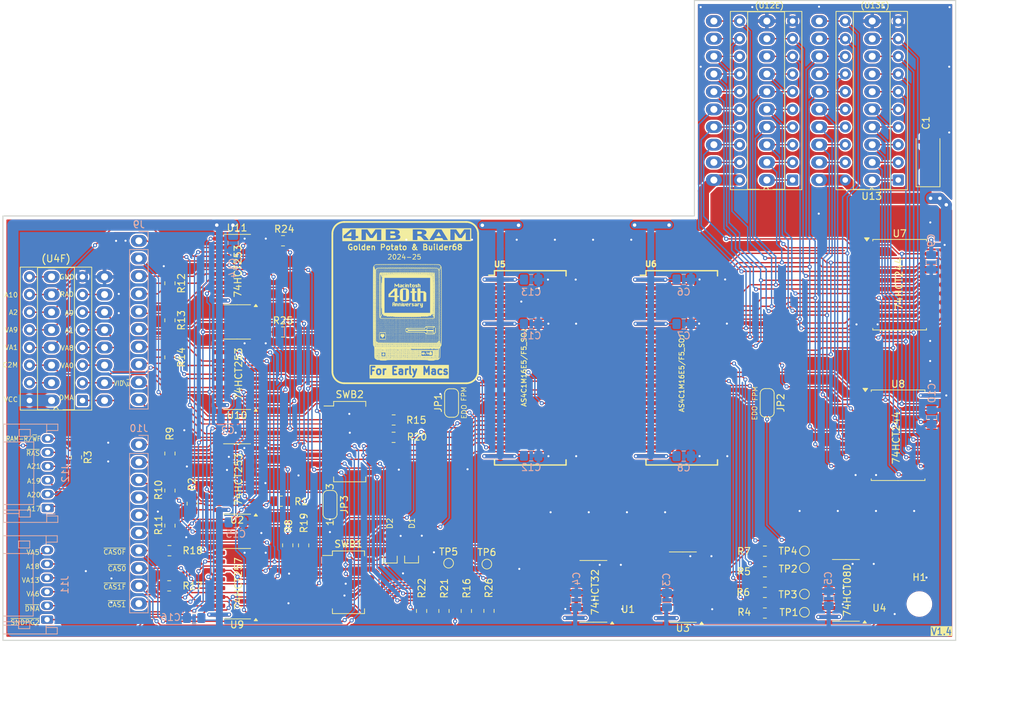
<source format=kicad_pcb>
(kicad_pcb (version 20241229) (generator "pcbnew") (generator_version "9.0")
  (layers (0 "F.Cu" signal) (2 "B.Cu" signal) (13 "F.Paste" user) (15 "B.Paste" user) (5 "F.SilkS" user "F.Silkscreen") (7 "B.SilkS" user "B.Silkscreen") (1 "F.Mask" user) (3 "B.Mask" user) (25 "Edge.Cuts" user))
  (net 0 "")
  (net 1 "GND")
  (net 2 "RAM-R{slash}~{W}F")
  (net 3 "DQ14")
  (net 4 "DQ12")
  (net 5 "DQ13")
  (net 6 "DQ0")
  (net 7 "DQ10")
  (net 8 "DQ2")
  (net 9 "DQ5")
  (net 10 "DQ7")
  (net 11 "DQ11")
  (net 12 "DQ9")
  (net 13 "DQ3")
  (net 14 "DQ8")
  (net 15 "DQ6")
  (net 16 "DQ15")
  (net 17 "DQ1")
  (net 18 "DQ4")
  (net 19 "D1")
  (net 20 "D6")
  (net 21 "D4")
  (net 22 "D0")
  (net 23 "D7")
  (net 24 "D2")
  (net 25 "D3")
  (net 26 "D5")
  (net 27 "D9")
  (net 28 "D15")
  (net 29 "D10")
  (net 30 "D8")
  (net 31 "D11")
  (net 32 "D14")
  (net 33 "D12")
  (net 34 "D13")
  (net 35 "RA5F")
  (net 36 "RA2F")
  (net 37 "RA7F")
  (net 38 "RA6F")
  (net 39 "RA3F")
  (net 40 "~{MCAS1F}")
  (net 41 "~{MCAS0F}")
  (net 42 "RA4F")
  (net 43 "MSRA0F")
  (net 44 "Net-(R15-Pad2)")
  (net 45 "VCC")
  (net 46 "MSRA1F")
  (net 47 "~{MCAS2F}")
  (net 48 "~{MCAS0}")
  (net 49 "~{MCAS3F}")
  (net 50 "~{MCAS1}")
  (net 51 "MC2M")
  (net 52 "A21")
  (net 53 "VID\\~{u}")
  (net 54 "Net-(U3A-~{Q0})")
  (net 55 "Net-(U3A-~{Q2})")
  (net 56 "Net-(U3B-~{Q0})")
  (net 57 "Net-(U3B-~{Q2})")
  (net 59 "Net-(U2-I0a)")
  (net 60 "Net-(U3B-~{EN})")
  (net 62 "~{RAS}")
  (net 63 "Net-(R20-Pad2)")
  (net 64 "Net-(U3A-~{EN})")
  (net 71 "Net-(JP2-B)")
  (net 73 "MRA9F")
  (net 74 "Net-(J4-Pin_19)")
  (net 75 "Net-(JP1-B)")
  (net 76 "MSRA8F")
  (net 77 "Net-(JP1-C)")
  (net 78 "Net-(JP2-C)")
  (net 79 "Net-(U10-Za)")
  (net 80 "Net-(R22-Pad2)")
  (net 81 "Net-(JP3-C)")
  (net 82 "Net-(JP3-B)")
  (net 83 "~{CAS1F}")
  (net 84 "~{MRASF}")
  (net 85 "VA1")
  (net 86 "A10")
  (net 87 "VA9")
  (net 88 "VA0")
  (net 89 "A9")
  (net 90 "A2")
  (net 91 "A1")
  (net 92 "RA1")
  (net 93 "C2M")
  (net 94 "RA0")
  (net 95 "DMA")
  (net 96 "VA8")
  (net 97 "RA3")
  (net 98 "RA2")
  (net 99 "RA4")
  (net 100 "RA7")
  (net 101 "~{CAS0}")
  (net 102 "~{CAS0F}")
  (net 103 "RA5")
  (net 104 "~{CAS1}")
  (net 105 "RA6")
  (net 106 "~{DMA}")
  (net 107 "A17")
  (net 108 "~{SNDPG2}")
  (net 109 "A19")
  (net 110 "A18")
  (net 111 "VA6")
  (net 112 "VA5")
  (net 113 "A20")
  (net 114 "VA13")
  (net 115 "MRA0")
  (net 116 "MRA1")
  (net 117 "Net-(R17-Pad2)")
  (net 118 "Net-(R18-Pad2)")
  (net 119 "PULLUP")
  (net 120 "Net-(U11-Zb)")
  (net 121 "Net-(R26-Pad2)")
  (net 122 "Net-(R16-Pad2)")
  (net 123 "Net-(R21-Pad2)")
  (net 124 "Net-(J4-Pin_1)")
  (net 125 "Net-(J5-Pin_1)")
  (net 126 "Net-(J5-Pin_19)")
  (net 127 "Net-(J1-Pad9)")
  (net 128 "Net-(J1-Pad7)")
  (net 129 "Net-(J1-Pad15)")
  (footprint "Resistor_SMD:R_0805_2012Metric_Pad1.20x1.40mm_HandSolder" (layer "F.Cu") (at 89.275 109.955 -90)
    (property "Reference" "R9")
    (property "Value" "47" (hide yes))
  )
  (footprint "Resistor_SMD:R_0805_2012Metric_Pad1.20x1.40mm_HandSolder" (layer "F.Cu") (at 92.485 117.165 90)
    (property "Reference" "R2")
    (property "Value" "2.2K" (hide yes))
  )
  (footprint "Resistor_SMD:R_0805_2012Metric_Pad1.20x1.40mm_HandSolder" (layer "F.Cu") (at 121.435 107.63 180)
    (property "Reference" "R20")
    (property "Value" "47" (hide yes))
  )
  (footprint "Jumper:SolderJumper-3_P1.3mm_Open_RoundedPad1.0x1.5mm_NumberLabels" (layer "F.Cu") (at 175.155 102.675 -90)
    (property "Reference" "JP2")
    (property "Value" "SolderJumper_3_Open" (hide yes))
  )
  (footprint "Package_SO:SO-16_3.9x9.9mm_P1.27mm" (layer "F.Cu") (at 98.925 113.6183 180)
    (property "Reference" "U2")
    (property "Value" "74HCT253")
  )
  (footprint "Package_DIP:DIP-20_W7.62mm_Socket" (layer "F.Cu") (at 194 70.6314 180)
    (property "Reference" "U13")
    (property "Value" "(U13E)")
  )
  (footprint "Package_SO:SO-16_3.9x9.9mm_P1.27mm" (layer "F.Cu") (at 163.029821 129.167739 180)
    (property "Reference" "U3")
    (property "Value" "74AHCT139")
  )
  (footprint "Resistor_SMD:R_0805_2012Metric_Pad1.20x1.40mm_HandSolder" (layer "F.Cu") (at 121.445 105.135 180)
    (property "Reference" "R15")
    (property "Value" "47" (hide yes))
  )
  (footprint "Resistor_SMD:R_0805_2012Metric_Pad1.20x1.40mm_HandSolder" (layer "F.Cu") (at 125.4606 132.595 90)
    (property "Reference" "R22")
    (property "Value" "1K" (hide yes))
  )
  (footprint "MountingHole:MountingHole_3.2mm_M3_DIN965" (layer "F.Cu") (at 197.04 131.56)
    (property "Reference" "H1")
    (property "Value" "M3_Spacer_H12.7mm" (hide yes))
  )
  (footprint "stdpads:D_SOD-123" (layer "F.Cu") (at 120.955 123.355 90)
    (property "Reference" "D2")
    (property "Value" "SZMMSZ5V1T1G")
  )
  (footprint "Resistor_SMD:R_0805_2012Metric_Pad1.20x1.40mm_HandSolder" (layer "F.Cu") (at 89.275 90.8 -90)
    (property "Reference" "R13")
    (property "Value" "47" (hide yes))
  )
  (footprint "Resistor_SMD:R_0805_2012Metric_Pad1.20x1.40mm_HandSolder" (layer "F.Cu") (at 105.535 79.365 180)
    (property "Reference" "R24")
    (property "Value" "2.2K" (hide yes))
  )
  (footprint "Jumper:SolderJumper-3_P1.3mm_Open_RoundedPad1.0x1.5mm_NumberLabels" (layer "F.Cu") (at 129.775 102.695 -90)
    (property "Reference" "JP1")
    (property "Value" "SolderJumper_3_Open" (hide yes))
  )
  (footprint "Resistor_SMD:R_0805_2012Metric_Pad1.20x1.40mm_HandSolder" (layer "F.Cu") (at 89.275 120.335 -90)
    (property "Reference" "R11")
    (property "Value" "47" (hide yes))
  )
  (footprint "Resistor_SMD:R_0805_2012Metric_Pad1.20x1.40mm_HandSolder" (layer "F.Cu") (at 105.535 92.475 180)
    (property "Reference" "R25")
    (property "Value" "47" (hide yes))
  )
  (footprint "Button_Switch_SMD:SW_DIP_SPSTx06_Slide_Omron_A6H-6101_W6.15mm_P1.27mm" (layer "F.Cu") (at 114.945 128.475)
    (property "Reference" "SWB1")
    (property "Value" "SW_DIP_x06" (hide yes))
  )
  (footprint "Package_SO:SO-16_3.9x9.9mm_P1.27mm" (layer "F.Cu") (at 98.925 98.5617 180)
    (property "Reference" "U10")
    (property "Value" "74HCT253")
  )
  (footprint "Resistor_SMD:R_0805_2012Metric_Pad1.20x1.40mm_HandSolder" (layer "F.Cu") (at 106.215 123.155 90)
    (property "Reference" "R8")
    (property "Value" "2.2K" (hide yes))
  )
  (footprint "Package_SO:SOIC-20W_7.5x12.8mm_P1.27mm" (layer "F.Cu") (at 194.2 85.68)
    (property "Reference" "U7")
    (property "Value" "74HCT244")
  )
  (footprint "TestPoint:TestPoint_Pad_D1.0mm" (layer "F.Cu") (at 180.515 126.395)
    (property "Reference" "TP2")
    (property "Value" "TestPoint_Alt" (hide yes))
  )
  (footprint "Resistor_SMD:R_0805_2012Metric_Pad1.20x1.40mm_HandSolder" (layer "F.Cu") (at 89.165 128.985)
    (property "Reference" "R17")
    (property "Value" "47" (hide yes))
  )
  (footprint "Package_DIP:DIP-20_W7.62mm_Socket" (layer "F.Cu") (at 178.81 70.6314 180)
    (property "Reference" "U12" (hide yes))
    (property "Value" "(U12E)")
  )
  (footprint "Resistor_SMD:R_0805_2012Metric_Pad1.20x1.40mm_HandSolder" (layer "F.Cu") (at 174.825 129.9267)
    (property "Reference" "R6")
    (property "Value" "47" (hide yes))
  )
  (footprint "stdpads:SOJ-42_400mil" (layer "F.Cu") (at 141.09 97.64)
    (property "Reference" "U5")
    (property "Value" "AS4C1M16E5/F5_SOJ")
  )
  (footprint "Capacitor_Tantalum_SMD:CP_EIA-6032-28_Kemet-C_Pad2.25x2.35mm_HandSolder" (layer "F.Cu") (at 198.285 67.665 90)
    (property "Reference" "C1")
    (property "Value" "10" (hide yes))
  )
  (footprint "Resistor_SMD:R_0805_2012Metric_Pad1.20x1.40mm_HandSolder" (layer "F.Cu") (at 89.205 123.935)
    (property "Reference" "R18")
    (property "Value" "47" (hide yes))
  )
  (footprint "Resistor_SMD:R_0805_2012Metric_Pad1.20x1.40mm_HandSolder" (layer "F.Cu") (at 174.825 126.9583)
    (property "Reference" "R5")
    (property "Value" "47" (hide yes))
  )
  (footprint "Button_Switch_SMD:SW_DIP_SPSTx08_Slide_Omron_A6H-8101_W6.15mm_P1.27mm" (layer "F.Cu") (at 115.125 108.245)
    (property "Reference" "SWB2")
    (property "Value" "SW_DIP_x08" (hide yes))
  )
  (footprint "Package_SO:SO-14_3.9x8.65mm_P1.27mm" (layer "F.Cu") (at 150.165 129.775 180)
    (property "Reference" "U1")
    (property "Value" "74HCT32")
  )
  (footprint "stdpads:D_SOD-123" (layer "F.Cu") (at 124.025 123.335 90)
    (property "Reference" "D1")
    (property "Value" "SZMMSZ5V1T1G")
  )
  (footprint "Mac40_10" (layer "F.Cu") (at 123.409067 89.61762)
    (property "Reference" "G***" (hide yes))
    (property "Value" "LOGO" (hide yes))
  )
  (footprint "Resistor_SMD:R_0805_2012Metric_Pad1.20x1.40mm_HandSolder" (layer "F.Cu") (at 131.8983 132.595 90)
    (property "Reference" "R16")
    (property "Value" "2.2K" (hide yes))
  )
  (footprint "TestPoint:TestPoint_Pad_D1.0mm" (layer "F.Cu") (at 180.515 130.165)
    (property "Reference" "TP3")
    (property "Value" "TestPoint_Alt" (hide yes))
  )
  (footprint "TestPoint:TestPoint_Pad_D1.0mm" (layer "F.Cu") (at 129.345 125.725)
    (property "Reference" "TP5")
    (property "Value" "TestPoint_Alt" (hide yes))
  )
  (footprint "Package_SO:SO-16_3.9x9.9mm_P1.27mm" (layer "F.Cu") (at 98.925 83.505 180)
    (property "Reference" "U11")
    (property "Value" "74HCT253")
  )
  (footprint "Resistor_SMD:R_0805_2012Metric_Pad1.20x1.40mm_HandSolder" (layer "F.Cu") (at 174.825 123.99)
    (property "Reference" "R7")
    (property "Value" "47" (hide yes))
  )
  (footprint "Resistor_SMD:R_0805_2012Metric_Pad1.20x1.40mm_HandSolder" (layer "F.Cu") (at 135.155 132.585 90)
    (property "Reference" "R26")
    (property "Value" "2.2K" (hide yes))
  )
  (footprint "Package_SO:SO-16_3.9x9.9mm_P1.27mm" (layer "F.Cu") (at 98.925 128.675 180)
    (property "Reference" "U9")
    (property "Value" "74HCT257")
  )
  (footprint "Package_SO:SOIC-20W_7.5x12.8mm_P1.27mm" (layer "F.Cu") (at 193.98 107.325)
    (property "Reference" "U8")
    (property "Value" "74HCT244")
  )
  (footprint "stdpads:SOJ-42_400mil" (layer "F.Cu") (at 162.87 97.64)
    (property "Reference" "U6")
    (property "Value" "AS4C1M16E5/F5_SOJ")
  )
  (footprint "TestPoint:TestPoint_Pad_D1.0mm" (layer "F.Cu") (at 180.515 123.975)
    (property "Reference" "TP4")
    (property "Value" "TestPoint_Alt" (hide yes))
  )
  (footprint "Resistor_SMD:R_0805_2012Metric_Pad1.20x1.40mm_HandSolder" (layer "F.Cu") (at 89.275 115.285 -90)
    (property "Reference" "R10")
    (property "Value" "47" (hide yes))
  )
  (footprint "TestPoint:TestPoint_Pad_D1.0mm" (layer "F.Cu") (at 134.845 125.855)
    (property "Reference" "TP6")
    (property "Value" "TestPoint_Alt" (hide yes))
  )
  (footprint "Resistor_SMD:R_0805_2012Metric_Pad1.20x1.40mm_HandSolder" (layer "F.Cu") (at 174.825 132.895)
    (property "Reference" "R4")
    (property "Value" "47" (hide yes))
  )
  (footprint "Resistor_SMD:R_0805_2012Metric_Pad1.20x1.40mm_HandSolder" (layer "F.Cu") (at 89.275 85.475 -90)
    (property "Reference" "R12")
    (property "Value" "47" (hide yes))
  )
  (footprint "Package_SO:SO-14_3.9x8.65mm_P1.27mm" (layer "F.Cu") (at 186.48 129.635 180)
    (property "Reference" "U4")
    (property "Value" "74HCT08D")
  )
  (footprint "Package_DIP:DIP-16_W7.62mm_Socket" (layer "F.Cu") (at 76.7 102.33 180)
    (property "Reference" "J1" (hide yes))
    (property "Value" "(U4F)")
  )
  (footprint "Resistor_SMD:R_0805_2012Metric_Pad1.20x1.40mm_HandSolder" (layer "F.Cu") (at 108.505 123.165 -90)
    (property "Reference" "R19")
    (property "Value" "47" (hide yes))
  )
  (footprint "Resistor_SMD:R_0805_2012Metric_Pad1.20x1.40mm_HandSolder" (layer "F.Cu") (at 75.835 110.505 -90)
    (property "Reference" "R3")
    (property "Value" "2.2K" (hide yes))
  )
  (footprint "Resistor_SMD:R_0805_2012Metric_Pad1.20x1.40mm_HandSolder" (layer "F.Cu") (at 128.6794 132.595 90)
    (property "Reference" "R21")
    (property "Value" "2.2K" (hide yes))
  )
  (footprint "Resistor_SMD:R_0805_2012Metric_Pad1.20x1.40mm_HandSolder" (layer "F.Cu") (at 89.275 96.125 -90)
    (property "Reference" "R14")
    (property "Value" "47" (hide yes))
  )
  (footprint "TestPoint:TestPoint_Pad_D1.0mm" (layer "F.Cu") (at 180.515 132.785)
    (property "Reference" "TP1")
    (property "Value" "TestPoint_Alt" (hide yes))
  )
  (footprint "Resistor_SMD:R_0805_2012Metric_Pad1.20x1.40mm_HandSolder" (layer "F.Cu") (at 105.235 116.815)
    (property "Reference" "R1")
    (property "Value" "47" (hide yes))
  )
  (footprint "Jumper:SolderJumper-3_P1.3mm_Open_RoundedPad1.0x1.5mm_NumberLabels" (layer "F.Cu") (at 112.295 117.315 90)
    (property "Reference" "JP3")
    (property "Value" "SolderJumper_3_Open" (hide yes))
  )
  (footprint "Capacitor_SMD:C_0805_2012Metric_Pad1.18x1.45mm_HandSolder" (layer "B.Cu") (at 163.155 84.935)
    (property "Reference" "C6")
    (property "Value" "0.1")
  )
  (footprint "Connector_PinHeader_2.54mm:PinHeader_1x10_P2.54mm_Vertical" (layer "B.Cu") (at 84.81 79.37 180)
    (property "Reference" "J9")
    (property "Value" "(RP2)")
  )
  (footprint "Capacitor_SMD:C_0805_2012Metric_Pad1.18x1.45mm_HandSolder" (layer "B.Cu") (at 147.715 131.015 90)
    (property "Reference" "C4")
    (property "Value" "0.1")
  )
  (footprint "Capacitor_SMD:C_0805_2012Metric_Pad1.18x1.45mm_HandSolder" (layer "B.Cu") (at 98.755 119.855)
    (property "Reference" "C15")
    (property "Value" "0.1" (hide yes))
  )
  (footprint "Capacitor_SMD:C_0805_2012Metric_Pad1.18x1.45mm_HandSolder" (layer "B.Cu") (at 163.155 110.335)
    (property "Reference" "C8")
    (property "Value" "0.1")
  )
  (footprint "Connector_PinHeader_2.54mm:PinHeader_1x10_P2.54mm_Vertical" (layer "B.Cu") (at 84.81 108.67 180)
    (property "Reference" "J10")
    (property "Value" "(RP3)")
  )
  (footprint "Capacitor_SMD:C_0805_2012Metric_Pad1.18x1.45mm_HandSolder" (layer "B.Cu") (at 183.995 130.795 90)
    (property "Reference" "C5")
    (property "Value" "0.1" (hide yes))
  )
  (footprint "Capacitor_SMD:C_0805_2012Metric_Pad1.18x1.45mm_HandSolder" (layer "B.Cu") (at 98.365 79.695 -90)
    (property "Reference" "C14")
    (property "Value" "0.1" (hide yes))
  )
  (footprint "Capacitor_SMD:C_0805_2012Metric_Pad1.18x1.45mm_HandSolder" (layer "B.Cu") (at 97.605 104.945)
    (property "Reference" "C2")
    (property "Value" "0.1")
  )
  (footprint "Capacitor_SMD:C_0805_2012Metric_Pad1.18x1.45mm_HandSolder" (layer "B.Cu") (at 198.795 104.735 -90)
    (property "Reference" "C10")
    (property "Value" "0.1" (hide yes))
  )
  (footprint "Capacitor_SMD:C_0805_2012Metric_Pad1.18x1.45mm_HandSolder" (layer "B.Cu") (at 141.22 84.95)
    (property "Reference" "C13")
    (property "Value" "0.1")
  )
  (footprint "Capacitor_SMD:C_0805_2012Metric_Pad1.18x1.45mm_HandSolder" (layer "B.Cu") (at 160.745 131.015 90)
    (property "Reference" "C3")
    (property "Value" "0.1")
  )
  (footprint "Package_DIP:DIP-20_Socket_INV_Flip" (layer "B.Cu") (at 182.64 70.6314)
    (property "Reference" "J5" (hide yes))
    (property "Value" "(U13E)" (hide yes))
  )
  (footprint "Capacitor_SMD:C_0805_2012Metric_Pad1.18x1.45mm_HandSolder" (layer "B.Cu") (at 198.745 82.455 -90)
    (property "Reference" "C9")
    (property "Value" "0.1" (hide yes))
  )
  (footprint "Capacitor_SMD:C_0805_2012Metric_Pad1.18x1.45mm_HandSolder" (layer "B.Cu") (at 92.755 133.605 180)
    (property "Reference" "C16")
    (property "Value" "0.1" (hide yes))
  )
  (footprint "Connector_JST:JST_PH_S6B-PH-K_1x06_P2.00mm_Horizontal" (layer "B.Cu") (at 71.615 133.84 90)
    (property "Reference" "J11")
    (property "Value" "JST_06")
  )
  (footprint "Capacitor_SMD:C_0805_2012Metric_Pad1.18x1.45mm_HandSolder" (layer "B.Cu") (at 141.22 91.33)
    (property "Reference" "C11")
    (property "Value" "0.1")
  )
  (footprint "Capacitor_SMD:C_0805_2012Metric_Pad1.18x1.45mm_HandSolder" (layer "B.Cu") (at 141.22 110.28)
    (property "Reference" "C12")
    (property "Value" "0.1")
  )
  (footprint "Package_DIP:DIP-20_Socket_INV_Flip" (layer "B.Cu") (at 167.49 70.6314)
    (property "Reference" "J4" (hide yes))
    (property "Value" "(U12E)")
  )
  (footprint "Connector_JST:JST_PH_S6B-PH-K_1x06_P2.00mm_Horizontal" (layer "B.Cu") (at 71.695 117.795 90)
    (property "Reference" "J12")
    (property "Value" "JST_06")
  )
  (footprint "Package_DIP:DIP-16_INVERTED_FLIP" (layer "B.Cu") (at 72.255 102.335)
    (property "Reference" "J8" (hide yes))
    (property "Value" "(U4F)" (hide yes))
  )
  (footprint "Capacitor_SMD:C_0805_2012Metric_Pad1.18x1.45mm_HandSolder" (layer "B.Cu") (at 163.155 91.33)
    (property "Reference" "C7")
    (property "Value" "0.1")
  )
  (gr_line (start 114.33 76.66) (end 131.89 76.66) (stroke (width 0.25)) (layer "F.SilkS"))
  (gr_line (start 133.59 78.36) (end 133.59 98.15) (stroke (width 0.25)) (layer "F.SilkS"))
  (gr_line (start 112.63 98.15) (end 112.63 78.36) (stroke (width 0.25)) (layer "F.SilkS"))
  (gr_arc (start 131.89 76.66) (mid 133.092082 77.157918) (end 133.59 78.36) (stroke (width 0.25)) (layer "F.SilkS"))
  (gr_arc (start 133.59 98.15) (mid 133.092082 99.352082) (end 131.89 99.85) (stroke (width 0.25)) (layer "F.SilkS"))
  (gr_line (start 131.89 99.85) (end 114.33 99.85) (stroke (width 0.25)) (layer "F.SilkS"))
  (gr_arc (start 112.63 78.36) (mid 113.127918 77.157918) (end 114.33 76.66) (stroke (width 0.25)) (layer "F.SilkS"))
  (gr_arc (start 114.33 99.85) (mid 113.127918 99.352082) (end 112.63 98.15) (stroke (width 0.25)) (layer "F.SilkS"))
  (gr_line (start 65.26 75.8) (end 164.69 75.8) (stroke (width 0.15)) (layer "Edge.Cuts"))
  (gr_line (start 202.26 44.82) (end 164.69 44.82) (stroke (width 0.15)) (layer "Edge.Cuts"))
  (gr_line (start 202.26 136.82) (end 202.26 44.82) (stroke (width 0.15)) (layer "Edge.Cuts"))
  (gr_line (start 65.26 136.82) (end 65.26 75.8) (stroke (width 0.15)) (layer "Edge.Cuts"))
  (gr_line (start 202.26 136.82) (end 65.26 136.82) (stroke (width 0.15)) (layer "Edge.Cuts"))
  (gr_line (start 164.69 75.8) (end 164.69 44.82) (stroke (width 0.15)) (layer "Edge.Cuts"))
  (gr_text "For Early Macs" (at 123.66 98.07 0) (layer "F.SilkS" knockout) (effects (font (size 1.1 1) (thickness 0.25) (bold yes))))
  (gr_text "C2M" (at 65.166667 97.63 0) (layer "F.SilkS") (effects (font (size 0.7 0.7) (thickness 0.1)) (justify left bottom)))
  (gr_text "~{RAS}" (at 68.538094 110.34 0) (layer "F.SilkS") (effects (font (size 0.7 0.7) (thickness 0.1)) (justify left bottom)))
  (gr_text "A9" (at 74.096666 90.17 0) (layer "F.SilkS") (effects (font (size 0.7 0.7) (thickness 0.1)) (justify left bottom)))
  (gr_text "VA5" (at 68.575427 124.57 0) (layer "F.SilkS") (effects (font (size 0.7 0.7) (thickness 0.1)) (justify left bottom)))
  (gr_text "~{SNDPG2}" (at 66.275427 134.65 -0) (layer "F.SilkS") (effects (font (size 0.7 0.7) (thickness 0.1)) (justify left bottom)))
  (gr_text "A2" (at 66.066667 90.0775 0) (layer "F.SilkS") (effects (font (size 0.7 0.7) (thickness 0.1)) (justify left bottom)))
  (gr_text "A17" (at 68.671427 118.31 0) (layer "F.SilkS") (effects (font (size 0.7 0.7) (thickness 0.1)) (justify left bottom)))
  (gr_text "VA1" (at 65.466667 95.1125 0) (layer "F.SilkS") (effects (font (size 0.7 0.7) (thickness 0.1)) (justify left bottom)))
  (gr_text "RA0" (at 73.396666 87.48 0) (layer "F.SilkS") (effects (font (size 0.7 0.7) (thickness 0.1)) (justify left bottom)))
  (gr_text "VID\\~{u}" (at 81.15 100.28 0) (layer "F.SilkS") (effects (font (size 0.7 0.6) (thickness 0.1)) (justify left bottom)))
  (gr_text "A18" (at 68.50876 126.61 0) (layer "F.SilkS") (effects (font (size 0.7 0.7) (thickness 0.1)) (justify left bottom)))
  (gr_text "A20" (at 68.671427 116.31 -0) (layer "F.SilkS") (effects (font (size 0.7 0.7) (thickness 0.1)) (justify left bottom)))
  (gr_text "DMA" (at 73.263333 102.33 0) (layer "F.SilkS") (effects (font (size 0.7 0.7) (thickness 0.1)) (justify left bottom)))
  (gr_text "A19" (at 68.671427 114.32 -0) (layer "F.SilkS") (effects (font (size 0.7 0.7) (thickness 0.1)) (justify left bottom)))
  (gr_text "GND" (at 73.33 84.97 0) (layer "F.SilkS") (effects (font (size 0.7 0.7) (thickness 0.1)) (justify left bottom)))
  (gr_text "VA13" (at 67.90876 128.59 -0) (layer "F.SilkS") (effects (font (size 0.7 0.7) (thickness 0.1)) (justify left bottom)))
  (gr_text "VA6\n" (at 68.575427 130.56 -0) (layer "F.SilkS") (effects (font (size 0.7 0.7) (thickness 0.1)) (justify left bottom)))
  (gr_text "VA8" (at 73.496666 95.205 0) (layer "F.SilkS") (effects (font (size 0.7 0.7) (thickness 0.1)) (justify left bottom)))
  (gr_text "~{CAS1}" (at 80.25 132.1 0) (layer "F.SilkS") (effects (font (size 0.7 0.7) (thickness 0.1)) (justify left bottom)))
  (gr_text "VA9" (at 65.466667 92.595 0) (layer "F.SilkS") (effects (font (size 0.7 0.7) (thickness 0.1)) (justify left bottom)))
  (gr_text "Golden Potato & Builder68" (at 123.07 80.3 0) (layer "F.SilkS") (effects (font (size 0.8 0.8))))
  (gr_text "A1" (at 74.096666 92.6875 0) (layer "F.SilkS") (effects (font (size 0.7 0.7) (thickness 0.1)) (justify left bottom)))
  (gr_text "V1.4" (at 200.22822 135.56006 0) (layer "F.SilkS" knockout) (effects (font (size 1 0.9))))
  (gr_text "VA0" (at 73.496666 97.7225 0) (layer "F.SilkS") (effects (font (size 0.7 0.7) (thickness 0.1)) (justify left bottom)))
  (gr_text "VCC" (at 65.333334 102.6 0) (layer "F.SilkS") (effects (font (size 0.7 0.7) (thickness 0.1)) (justify left bottom)))
  (gr_text "~{CAS0}" (at 80.28 126.92 0) (layer "F.SilkS") (effects (font (size 0.7 0.7) (thickness 0.1)) (justify left bottom)))
  (gr_text "A10" (at 65.4 87.56 0) (layer "F.SilkS") (effects (font (size 0.7 0.7) (thickness 0.1)) (justify left bottom)))
  (gr_text "A21" (at 68.671427 112.2 0) (layer "F.SilkS") (effects (font (size 0.7 0.7) (thickness 0.1)) (justify left bottom)))
  (gr_text "~{DMA}" (at 68.342094 132.68 0) (layer "F.SilkS") (effects (font (size 0.7 0.7) (thickness 0.1)) (justify left bottom)))
  (gr_text "2024-25" (at 122.9908 81.6982 0) (layer "F.SilkS") (effects (font (size 0.7 0.7) (thickness 0.1))))
  (gr_text "4MB RAM" (at 123.4162 78.6362 0) (layer "F.SilkS" knockout) (effects (font (size 1.5 2.5) (thickness 0.2) (bold yes))))
  (gr_text "RAM-R/~{W}F" (at 65.644761 108.25 0) (layer "F.SilkS") (effects (font (size 0.7 0.6) (thickness 0.1)) (justify left bottom)))
  (gr_text "~{CAS0F}" (at 79.65 124.54 0) (layer "F.SilkS") (effects (font (size 0.7 0.7) (thickness 0.1)) (justify left bottom)))
  (gr_text "~{CAS1F}" (at 79.66 129.55 0) (layer "F.SilkS") (effects (font (size 0.7 0.7) (thickness 0.1)) (justify left bottom)))
  (segment (start 125.485 121.785) (end 125.49 121.78) (width 0.6) (layer "F.Cu") (net 1))
  (segment (start 191.038 91.39) (end 187.998 91.39) (width 0.6) (layer "F.Cu") (net 1))
  (segment (start 152.64 125.965) (end 154.115 125.965) (width 0.6) (layer "F.Cu") (net 1))
  (segment (start 167.14 124.72) (end 164.1 124.72) (width 0.6) (layer "F.Cu") (net 1))
  (segment (start 190.81 113.05) (end 187.868 113.05) (width 0.6) (layer "F.Cu") (net 1))
  (segment (start 147.62 84.95) (end 143.63 84.95) (width 0.6) (layer "F.Cu") (net 1))
  (segment (start 139.52 90.63) (end 133.9 90.63) (width 0.2) (layer "F.Cu") (net 1))
  (segment (start 165.6025 132.345) (end 167.25 132.345) (width 0.2) (layer "F.Cu") (net 1))
  (segment (start 129.775 101.395) (end 128.155 101.395) (width 0.6) (layer "F.Cu") (net 1))
  (segment (start 145.535 91.29) (end 143.69 91.29) (width 0.6) (layer "F.Cu") (net 1))
  (segment (start 162.325 131.075) (end 163.595 132.345) (width 0.2) (layer "F.Cu") (net 1))
  (segment (start 122.45 121.805) (end 124.005 121.805) (width 0.6) (layer "F.Cu") (net 1))
  (segment (start 124.025 121.785) (end 125.485 121.785) (width 0.6) (layer "F.Cu") (net 1))
  (segment (start 169.42 110.34) (end 167.315 110.34) (width 0.6) (layer "F.Cu") (net 1))
  (segment (start 99.97 109.17) (end 103.01 109.17) (width 0.6) (layer "F.Cu") (net 1))
  (segment (start 103.05 124.23) (end 101.5 124.23) (width 0.6) (layer "F.Cu") (net 1))
  (segment (start 100.01 94.11) (end 103.05 94.11) (width 0.6) (layer "F.Cu") (net 1))
  (segment (start 152.64 125.965) (end 151.075 125.965) (width 0.6) (layer "F.Cu") (net 1))
  (segment (start 167.25 132.345) (end 167.275 132.345) (width 0.2) (layer "F.Cu") (net 1))
  (segment (start 184.005 127.095) (end 184.005 128.365) (width 0.2) (layer "F.Cu") (net 1))
  (segment (start 190.48 125.83) (end 187.44 125.83) (width 0.6) (layer "F.Cu") (net 1))
  (segment (start 160.4525 131.075) (end 162.325 131.075) (width 0.2) (layer "F.Cu") (net 1))
  (segment (start 169.11 84.93) (end 165.43 84.93) (width 0.6) (layer "F.Cu") (net 1))
  (segment (start 103.058 79.06) (end 101.5 79.06) (width 0.6) (layer "F.Cu") (net 1))
  (segment (start 139.44 91.95) (end 133.72 91.95) (width 0.2) (layer "F.Cu") (net 1))
  (segment (start 101.5 124.23) (end 100.01 124.23) (width 0.6) (layer "F.Cu") (net 1))
  (segment (start 167.315 110.34) (end 165.43 110.34) (width 0.6) (layer "F.Cu") (net 1))
  (segment (start 139.8 88.11) (end 134.18 88.11) (width 0.2) (layer "F.Cu") (net 1))
  (segment (start 101.5 79.06) (end 100.018 79.06) (width 0.6) (layer "F.Cu") (net 1))
  (segment (start 147.69 110.34) (end 145.535 110.34) (width 0.6) (layer "F.Cu") (net 1))
  (segment (start 120.955 121.805) (end 122.45 121.805) (width 0.6) (layer "F.Cu") (net 1))
  (segment (start 145.535 110.34) (end 143.7 110.34) (width 0.6) (layer "F.Cu") (net 1))
  (segment (start 163.595 132.345) (end 165.6025 132.345) (width 0.2) (layer "F.Cu") (net 1))
  (segment (start 169.36 91.28) (end 165.37 91.28) (width 0.6) (layer "F.Cu") (net 1))
  (segment (start 147.68 91.29) (end 145.535 91.29) (width 0.6) (layer "F.Cu") (net 1))
  (segment (start 184.005 130.905) (end 184.005 132.175) (width 0.2) (layer "F.Cu") (net 1))
  (via (at 128.155 101.395) (size 0.6) (drill 0.3) (layers "F.Cu" "B.Cu") (net 1))
  (via (at 81.92 87.01) (size 0.6) (drill 0.3) (layers "F.Cu" "B.Cu") (net 1))
  (via (at 154.305 132.315) (size 0.6) (drill 0.3) (layers "F.Cu" "B.Cu") (net 1))
  (via (at 201.33 63.795) (size 0.6) (drill 0.3) (layers "F.Cu" "B.Cu") (net 1))
  (via (at 115.14 106.97) (size 0.6) (drill 0.3) (layers "F.Cu" "B.Cu") (net 1))
  (via (at 112.28 121.25) (size 0.6) (drill 0.3) (layers "F.Cu" "B.Cu") (net 1))
  (via (at 201.33 54.34) (size 0.6) (drill 0.3) (layers "F.Cu" "B.Cu") (net 1))
  (via (at 112.28 119.44) (size 0.6) (drill 0.3) (layers "F.Cu" "B.Cu") (net 1))
  (via (at 198.59 96.655) (size 0.6) (drill 0.3) (layers "F.Cu" "B.Cu") (net 1))
  (via (at 91.71 111.82) (size 0.6) (drill 0.3) (layers "F.Cu" "B.Cu") (net 1))
  (via (at 144.63 79.22) (size 0.6) (drill 0.3) (layers "F.Cu" "B.Cu") (net 1))
  (via (at 164.1 124.72) (size 0.6) (drill 0.3) (layers "F.Cu" "B.Cu") (net 1))
  (via (at 169.11 84.93) (size 0.6) (drill 0.3) (layers "F.Cu" "B.Cu") (net 1))
  (via (at 80.87 131.37) (size 0.6) (drill 0.3) (layers "F.Cu" "B.Cu") (net 1))
  (via (at 151.075 125.965) (size 0.6) (drill 0.3) (layers "F.Cu" "B.Cu") (net 1))
  (via (at 103.058 79.06) (size 0.6) (drill 0.3) (layers "F.Cu" "B.Cu") (net 1))
  (via (at 139.51 126.55) (size 0.6) (drill 0.3) (layers "F.Cu" "B.Cu") (net 1))
  (via (at 100.01 124.23) (size 0.6) (drill 0.3) (layers "F.Cu" "B.Cu") (net 1))
  (via (at 190.81 113.05) (size 0.6) (drill 0.3) (layers "F.Cu" "B.Cu") (net 1))
  (via (at 82.89 79.36) (size 0.6) (drill 0.3) (layers "F.Cu" "B.Cu") (net 1))
  (via (at 125.49 121.78) (size 0.6) (drill 0.3) (layers "F.Cu" "B.Cu") (net 1))
  (via (at 169.42 110.34) (size 0.6) (drill 0.3) (layers "F.Cu" "B.Cu") (net 1))
  (via (at 185.31 118.22) (size 0.6) (drill 0.3) (layers "F.Cu" "B.Cu") (net 1))
  (via (at 80.87 127.92) (size 0.6) (drill 0.3) (layers "F.Cu" "B.Cu") (net 1))
  (via (at 114.55 128.68) (size 0.6) (drill 0.3) (layers "F.Cu" "B.Cu") (net 1))
  (via (at 106.32 131.49) (size 0.6) (drill 0.3) (layers "F.Cu" "B.Cu") (net 1))
  (via (at 132.07 112.22) (size 0.6) (drill 0.3) (layers "F.Cu" "B.Cu") (net 1))
  (via (at 98.73 106.97) (size 0.6) (drill 0.3) (layers "F.Cu" "B.Cu") (net 1))
  (via (at 139.14 79.22) (size 0.6) (drill 0.3) (layers "F.Cu" "B.Cu") (net 1))
  (via (at 147.62 84.95) (size 0.6) (drill 0.3) (layers "F.Cu" "B.Cu") (net 1))
  (via (at 165.43 84.93) (size 0.6) (drill 0.3) (layers "F.Cu" "B.Cu") (net 1))
  (via (at 155.61 79.22) (size 0.6) (drill 0.3) (layers "F.Cu" "B.Cu") (net 1))
  (via (at 182.57 75.47) (size 0.6) (drill 0.3) (layers "F.Cu" "B.Cu") (net 1))
  (via (at 115.07 104.26) (size 0.6) (drill 0.3) (layers "F.Cu" "B.Cu") (net 1))
  (via (at 81.53 79.38) (size 0.6) (drill 0.3) (layers "F.Cu" "B.Cu") (net 1))
  (via (at 190.48 125.83) (size 0.6) (drill 0.3) (layers "F.Cu" "B.Cu") (net 1))
  (via (at 191.038 91.39) (size 0.6) (drill 0.3) (layers "F.Cu" "B.Cu") (net 1))
  (via (at 81.92 89.77) (size 0.6) (drill 0.3) (layers "F.Cu" "B.Cu") (net 1))
  (via (at 88.39 83.02) (size 0.6) (drill 0.3) (layers "F.Cu" "B.Cu") (net 1))
  (via (at 154.99 118.4) (size 0.6) (drill 0.3) (layers "F.Cu" "B.Cu") (net 1))
  (via (at 114.37 130.38) (size 0.6) (drill 0.3) (layers "F.Cu" "B.Cu") (net 1))
  (via (at 167.14 124.72) (size 0.6) (drill 0.3) (layers "F.Cu" "B.Cu") (net 1))
  (via (at 143.7 110.34) (size 0.6) (drill 0.3) (layers "F.Cu" "B.Cu") (net 1))
  (via (at 91.34 106.61) (size 0.6) (drill 0.3) (layers "F.Cu" "B.Cu") (net 1))
  (via (at 190.8 118.22) (size 0.6) (drill 0.3) (layers "F.Cu" "B.Cu") (net 1))
  (via (at 149.5 118.4) (size 0.6) (drill 0.3) (layers "F.Cu" "B.Cu") (net 1))
  (via (at 147.69 110.34) (size 0.6) (drill 0.3) (layers "F.Cu" "B.Cu") (net 1))
  (via (at 187.44 125.83) (size 0.6) (drill 0.3) (layers "F.Cu" "B.Cu") (net 1))
  (via (at 122.79 127.19) (size 0.6) (drill 0.3) (layers "F.Cu" "B.Cu") (net 1))
  (via (at 100.01 94.11) (size 0.6) (drill 0.3) (layers "F.Cu" "B.Cu") (net 1))
  (via (at 186.13 129.31) (size 0.6) (drill 0.3) (layers "F.Cu" "B.Cu") (net 1))
  (via (at 160.48 118.4) (size 0.6) (drill 0.3) (layers "F.Cu" "B.Cu") (net 1))
  (via (at 198.59 99.54) (size 0.6) (drill 0.3) (layers "F.Cu" "B.Cu") (net 1))
  (via (at 99.97 109.17) (size 0.6) (drill 0.3) (layers "F.Cu" "B.Cu") (net 1))
  (via (at 196.29 118.22) (size 0.6) (drill 0.3) (layers "F.Cu" "B.Cu") (net 1))
  (via (at 102.42 121.39) (size 0.6) (drill 0.3) (layers "F.Cu" "B.Cu") (net 1))
  (via (at 87.54 118.31) (size 0.6) (drill 0.3) (layers "F.Cu" "B.Cu") (net 1))
  (via (at 80.4 111.1) (size 0.6) (drill 0.3) (layers "F.Cu" "B.Cu") (net 1))
  (via (at 198.61 76.73) (size 0.6) (drill 0.3) (layers "F.Cu" "B.Cu") (net 1))
  (via (at 198.06 127.79) (size 0.6) (drill 0.3) (layers "F.Cu" "B.Cu") (net 1))
  (via (at 108.52 119.15) (size 0.6) (drill 0.3) (layers "F.Cu" "B.Cu") (net 1))
  (via (at 187.998 91.39) (size 0.6) (drill 0.3) (layers "F.Cu" "B.Cu") (net 1))
  (via (at 144.01 118.4) (size 0.6) (drill 0.3) (layers "F.Cu" "B.Cu") (net 1))
  (via (at 107.76 113.11) (size 0.6) (drill 0.3) (layers "F.Cu" "B.Cu") (net 1))
  (via (at 147.68 91.29) (size 0.6) (drill 0.3) (layers "F.Cu" "B.Cu") (net 1))
  (via (at 146.13 132.31) (size 0.6) (drill 0.3) (layers "F.Cu" "B.Cu") (net 1))
  (via (at 103.05 94.11) (size 0.6) (drill 0.3) (layers "F.Cu" "B.Cu") (net 1))
  (via (at 165.59 45.76) (size 0.6) (drill 0.3) (layers "F.Cu" "B.Cu") (net 1))
  (via (at 150.12 79.22) (size 0.6) (drill 0.3) (layers "F.Cu" "B.Cu") (net 1))
  (via (at 143.63 84.95) (size 0.6) (drill 0.3) (layers "F.Cu" "B.Cu") (net 1))
  (via (at 103.01 114.21) (size 0.6) (drill 0.3) (layers "F.Cu" "B.Cu") (net 1))
  (via (at 106.41 127.23) (size 0.6) (drill 0.3) (layers "F.Cu" "B.Cu") (net 1))
  (via (at 100.018 79.06) (size 0.6) (drill 0.3) (layers "F.Cu" "B.Cu") (net 1))
  (via (at 97.48 112.32) (size 0.6) (drill 0.3) (layers "F.Cu" "B.Cu") (net 1))
  (via (at 127.24 124.16) (size 0.6) (drill 0.3) (layers "F.Cu" "B.Cu") (net 1))
  (via (at 139.8 88.11) (size 0.6) (drill 0.3) (layers "F.Cu" "B.Cu") (net 1))
  (via (at 182.61 45.71) (size 0.6) (drill 0.3) (layers "F.Cu" "B.Cu") (net 1))
  (via (at 154.115 125.965) (size 0.6) (drill 0.3) (layers "F.Cu" "B.Cu") (net 1))
  (via (at 191.925 45.76) (size 0.6) (drill 0.3) (layers "F.Cu" "B.Cu") (net 1))
  (via (at 142.34 86.18) (size 0.6) (drill 0.3) (layers "F.Cu" "B.Cu") (net 1))
  (via (at 169.36 91.28) (size 0.6) (drill 0.3) (layers "F.Cu" "B.Cu") (net 1))
  (via (at 122.45 121.805) (size 0.6) (drill 0.3) (layers "F.Cu" "B.Cu") (net 1))
  (via (at 165.43 110.34) (size 0.6) (drill 0.3) (layers "F.Cu" "B.Cu") (net 1))
  (via (at 167.25 132.345) (size 0.6) (drill 0.3) (layers "F.Cu" "B.Cu") (net 1))
  (via (at 165.6 54.34) (size 0.6) (drill 0.3) (layers "F.Cu" "B.Cu") (net 1))
  (via (at 201.38 45.77) (size 0.6) (drill 0.3) (layers "F.Cu" "B.Cu") (net 1))
  (via (at 123.27 79.21) (size 0.6) (drill 0.3) (layers "F.Cu" "B.Cu") (net 1))
  (via (at 122.19 112.28) (size 0.6) (drill 0.3) (layers "F.Cu" "B.Cu") (net 1))
  (via (at 80.4 108.4) (size 0.6) (drill 0.3) (layers "F.Cu" "B.Cu") (net 1))
  (via (at 91.62 121.99) (size 0.6) (drill 0.3) (layers "F.Cu" "B.Cu") (net 1))
  (via (at 198.59 93.77) (size 0.6) (drill 0.3) (layers "F.Cu" "B.Cu") (net 1))
  (via (at 173.015 45.76) (size 0.6) (drill 0.3) (layers "F.Cu" "B.Cu") (net 1))
  (via (at 187.868 113.05) (size 0.6) (drill 0.3) (layers "F.Cu" "B.Cu") (net 1))
  (via (at 77.18 126.87) (size 0.6) (drill 0.3) (layers "F.Cu" "B.Cu") (net 1))
  (via (at 186.02 131.62) (size 0.6) (drill 0.3) (layers "F.Cu" "B.Cu") (net 1))
  (via (at 103.05 124.23) (size 0.6) (drill 0.3) (layers "F.Cu" "B.Cu") (net 1))
  (via (at 179.82 118.22) (size 0.6) (drill 0.3) (layers "F.Cu" "B.Cu") (net 1))
  (via (at 165.37 91.28) (size 0.6) (drill 0.3) (layers "F.Cu" "B.Cu") (net 1))
  (via (at 103.01 109.17) (size 0.6) (drill 0.3) (layers "F.Cu" "B.Cu") (net 1))
  (via (at 143.69 91.29) (size 0.6) (drill 0.3) (layers "F.Cu" "B.Cu") (net 1))
  (via (at 193.49 133.04) (size 0.6) (drill 0.3) (layers "F.Cu" "B.Cu") (net 1))
  (via (at 150.25 131.01) (size 0.6) (drill 0.3) (layers "F.Cu" "B.Cu") (net 1))
  (via (at 97.75 110.44) (size 0.6) (drill 0.3) (layers "F.Cu" "B.Cu") (net 1))
  (via (at 132.71 79.21) (size 0.6) (drill 0.3) (layers "F.Cu" "B.Cu") (net 1))
  (segment (start 143.69 91.29) (end 142.437 91.29) (width 0.2) (layer "B.Cu") (net 1))
  (segment (start 165.423 84.93) (end 164.117 84.93) (width 0.2) (layer "B.Cu") (net 1))
  (segment (start 165.43 84.93) (end 167.32 84.93) (width 0.6) (layer "B.Cu") (net 1))
  (segment (start 165.443 110.34) (end 165.43 110.34) (width 0.2) (layer "B.Cu") (net 1))
  (segment (start 167.32 91.28) (end 169.36 91.28) (width 0.6) (layer "B.Cu") (net 1))
  (segment (start 165.37 91.28) (end 165.383 91.28) (width 0.6) (layer "B.Cu") (net 1))
  (segment (start 143.683 110.34) (end 142.377 110.34) (width 0.2) (layer "B.Cu") (net 1))
  (segment (start 167.32 84.93) (end 169.11 84.93) (width 0.6) (layer "B.Cu") (net 1))
  (segment (start 165.37 91.28) (end 164.077 91.28) (width 0.2) (layer "B.Cu") (net 1))
  (segment (start 167.37 110.34) (end 169.42 110.34) (width 0.6) (layer "B.Cu") (net 1))
  (segment (start 145.66 91.29) (end 147.68 91.29) (width 0.6) (layer "B.Cu") (net 1))
  (segment (start 143.69 91.29) (end 143.743 91.29) (width 0.6) (layer "B.Cu") (net 1))
  (segment (start 143.743 91.29) (end 145.66 91.29) (width 0.6) (layer "B.Cu") (net 1))
  (segment (start 165.443 110.34) (end 167.37 110.34) (width 0.6) (layer "B.Cu") (net 1))
  (segment (start 165.383 91.28) (end 167.32 91.28) (width 0.6) (layer "B.Cu") (net 1))
  (segment (start 167.32 110.29) (end 167.37 110.34) (width 0.6) (layer "B.Cu") (net 1))
  (segment (start 143.743 91.29) (end 143.69 91.29) (width 0.2) (layer "B.Cu") (net 1))
  (segment (start 143.7 110.34) (end 145.66 110.34) (width 0.6) (layer "B.Cu") (net 1))
  (segment (start 165.383 91.28) (end 165.37 91.28) (width 0.2) (layer "B.Cu") (net 1))
  (segment (start 143.63 84.95) (end 145.61 84.95) (width 0.6) (layer "B.Cu") (net 1))
  (segment (start 145.66 85) (end 145.61 84.95) (width 0.6) (layer "B.Cu") (net 1))
  (segment (start 143.633 84.93) (end 142.327 84.93) (width 0.2) (layer "B.Cu") (net 1))
  (segment (start 165.43 110.34) (end 165.443 110.34) (width 0.6) (layer "B.Cu") (net 1))
  (segment (start 145.61 84.95) (end 147.62 84.95) (width 0.6) (layer "B.Cu") (net 1))
  (segment (start 165.43 110.34) (end 164.137 110.34) (width 0.2) (layer "B.Cu") (net 1))
  (segment (start 145.66 110.34) (end 147.69 110.34) (width 0.6) (layer "B.Cu") (net 1))
  (segment (start 184.82 98.28) (end 165.41 98.28) (width 0.2) (layer "F.Cu") (net 2))
  (segment (start 194.5 102.81) (end 194.81 102.81) (width 0.2) (layer "F.Cu") (net 2))
  (segment (start 165.41 98.28) (end 163.51 100.18) (width 0.2) (layer "F.Cu") (net 2))
  (segment (start 194.5 102.81) (end 198.56 102.81) (width 0.2) (layer "F.Cu") (net 2))
  (segment (start 194.52 81.24) (end 195.85 81.24) (width 0.2) (layer "F.Cu") (net 2))
  (segment (start 194.07 81.24) (end 192.795 79.965) (width 0.2) (layer "F.Cu") (net 2))
  (segment (start 189.37 101.6) (end 188.14 101.6) (width 0.2) (layer "F.Cu") (net 2))
  (segment (start 152.25 99.55) (end 152.88 100.18) (width 0.2) (layer "F.Cu") (net 2))
  (segment (start 163.51 100.18) (end 158.425 100.18) (width 0.2) (layer "F.Cu") (net 2))
  (segment (start 78.07 106.21) (end 76.485 107.795) (width 0.2) (layer "F.Cu") (net 2))
  (segment (start 94.789 109.01) (end 91.92 109.01) (width 0.2) (layer "F.Cu") (net 2))
  (segment (start 103.39 108.43) (end 95.369 108.43) (width 0.2) (layer "F.Cu") (net 2))
  (segment (start 140.52 99.55) (end 152.25 99.55) (width 0.2) (layer "F.Cu") (net 2))
  (segment (start 194.5 102.81) (end 194.08 102.81) (width 0.2) (layer "F.Cu") (net 2))
  (segment (start 139.89 100.18) (end 140.52 99.55) (width 0.2) (layer "F.Cu") (net 2))
  (segment (start 131.84 100.18) (end 136.645 100.18) (width 0.2) (layer "F.Cu") (net 2))
  (segment (start 194.52 81.24) (end 194.07 81.24) (width 0.2) (layer "F.Cu") (net 2))
  (segment (start 192.88 101.61) (end 189.38 101.61) (width 0.2) (layer "F.Cu") (net 2))
  (segment (start 89.12 106.21) (end 78.07 106.21) (width 0.2) (layer "F.Cu") (net 2))
  (segment (start 195.85 81.24) (end 195.855 81.235) (width 0.2) (layer "F.Cu") (net 2))
  (segment (start 107.9 100.6) (end 108.88 99.62) (width 0.2) (layer "F.Cu") (net 2))
  (segment (start 195.855 81.235) (end 198.85 81.235) (width 0.2) (layer "F.Cu") (net 2))
  (segment (start 103.68 108.72) (end 103.39 108.43) (width 0.2) (layer "F.Cu") (net 2))
  (segment (start 152.88 100.18) (end 158.425 100.18) (width 0.2) (layer "F.Cu") (net 2))
  (segment (start 76.485 107.795) (end 71.695 107.795) (width 0.2) (layer "F.Cu") (net 2))
  (segment (start 194.08 102.81) (end 192.88 101.61) (width 0.2) (layer "F.Cu") (net 2))
  (segment (start 131.28 99.62) (end 131.84 100.18) (width 0.2) (layer "F.Cu") (net 2))
  (segment (start 107.27 108.72) (end 103.68 108.72) (width 0.2) (layer "F.Cu") (net 2))
  (segment (start 95.369 108.43) (end 94.789 109.01) (width 0.2) (layer "F.Cu") (net 2))
  (segment (start 91.92 109.01) (end 89.12 106.21) (width 0.2) (layer "F.Cu") (net 2))
  (segment (start 108.88 99.62) (end 131.28 99.62) (width 0.2) (layer "F.Cu") (net 2))
  (segment (start 188.14 101.6) (end 184.82 98.28) (width 0.2) (layer "F.Cu") (net 2))
  (segment (start 192.795 79.965) (end 189.55 79.965) (width 0.2) (layer "F.Cu") (net 2))
  (segment (start 136.645 100.18) (end 139.89 100.18) (width 0.2) (layer "F.Cu") (net 2))
  (via (at 194.5 102.81) (size 0.6) (drill 0.3) (layers "F.Cu" "B.Cu") (net 2))
  (via (at 107.27 108.72) (size 0.6) (drill 0.3) (layers "F.Cu" "B.Cu") (net 2))
  (via (at 107.9 100.6) (size 0.6) (drill 0.3) (layers "F.Cu" "B.Cu") (net 2))
  (via (at 194.52 81.24) (size 0.6) (drill 0.3) (layers "F.Cu" "B.Cu") (net 2))
  (segment (start 194.53 81.25) (end 194.52 81.24) (width 0.2) (layer "B.Cu") (net 2))
  (segment (start 107.9 100.6) (end 107.9 108.09) (width 0.2) (layer "B.Cu") (net 2))
  (segment (start 194.53 102.78) (end 194.53 81.25) (width 0.2) (layer "B.Cu") (net 2))
  (segment (start 194.5 102.81) (end 194.53 102.78) (width 0.2) (layer "B.Cu") (net 2))
  (segment (start 107.9 108.09) (end 107.27 108.72) (width 0.2) (layer "B.Cu") (net 2))
  (segment (start 182.64 52.8514) (end 186.3614 52.8514) (width 0.2) (layer "F.Cu") (net 3))
  (segment (start 151.21 86.86) (end 150.59 87.48) (width 0.2) (layer "F.Cu") (net 3))
  (segment (start 164.53 87.48) (end 167.315 87.48) (width 0.2) (layer "F.Cu") (net 3))
  (segment (start 171.3 83.11) (end 170.72 83.69) (width 0.2) (layer "F.Cu") (net 3))
  (segment (start 181.3 106.06) (end 181.93 106.69) (width 0.2) (layer "F.Cu") (net 3))
  (segment (start 169.3 87.48) (end 167.315 87.48) (width 0.2) (layer "F.Cu") (net 3))
  (segment (start 181.18 83.11) (end 171.3 83.11) (width 0.2) (layer "F.Cu") (net 3))
  (segment (start 181.93 106.69) (end 189.33 106.69) (width 0.2) (layer "F.Cu") (net 3))
  (segment (start 150.59 87.48) (end 145.535 87.48) (width 0.2) (layer "F.Cu") (net 3))
  (segment (start 181.22 83.07) (end 181.18 83.11) (width 0.2) (layer "F.Cu") (net 3))
  (segment (start 170.72 83.69) (end 170.72 86.06) (width 0.2) (layer "F.Cu") (net 3))
  (segment (start 186.3614 52.8514) (end 186.38 52.87) (width 0.2) (layer "F.Cu") (net 3))
  (segment (start 151.21 86.86) (end 163.91 86.86) (width 0.2) (layer "F.Cu") (net 3))
  (segment (start 163.91 86.86) (end 164.53 87.48) (width 0.2) (layer "F.Cu") (net 3))
  (segment (start 170.72 86.06) (end 169.3 87.48) (width 0.2) (layer "F.Cu") (net 3))
  (via (at 181.27 83.12) (size 0.6) (drill 0.3) (layers "F.Cu" "B.Cu") (net 3))
  (via (at 181.3 106.06) (size 0.6) (drill 0.3) (layers "F.Cu" "B.Cu") (net 3))
  (segment (start 180.752667 54.738733) (end 182.64 52.8514) (width 0.2) (layer "B.Cu") (net 3))
  (segment (start 181.29 106.05) (end 181.3 106.06) (width 0.2) (layer "B.Cu") (net 3))
  (segment (start 181.29 83.28) (end 181.29 106.05) (width 0.2) (layer "B.Cu") (net 3))
  (segment (start 181.26 83.01) (end 181.26 79.23) (width 0.2) (layer "B.Cu") (net 3))
  (segment (start 180.752667 78.722667) (end 180.752667 78.59) (width 0.2) (layer "B.Cu") (net 3))
  (segment (start 181.26 79.23) (end 180.752667 78.722667) (width 0.2) (layer "B.Cu") (net 3))
  (segment (start 180.752667 54.8714) (end 180.752667 54.738733) (width 0.2) (layer "B.Cu") (net 3))
  (segment (start 180.752667 78.59) (end 180.752667 54.8714) (width 0.2) (layer "B.Cu") (net 3))
  (segment (start 184.37 111.77) (end 189.33 111.77) (width 0.2) (layer "F.Cu") (net 4))
  (segment (start 182.64 63.0114) (end 186.38 63.0114) (width 0.2) (layer "F.Cu") (net 4))
  (segment (start 167.315 90.02) (end 164.16 90.02) (width 0.2) (layer "F.Cu") (net 4))
  (segment (start 163.52 89.38) (end 151.21 89.38) (width 0.2) (layer "F.Cu") (net 4))
  (segment (start 183.74 90.05) (end 167.345 90.05) (width 0.2) (layer "F.Cu") (net 4))
  (segment (start 183.76 90.07) (end 183.74 90.05) (width 0.2) (layer "F.Cu") (net 4))
  (segment (start 150.57 90.02) (end 145.535 90.02) (width 0.2) (layer "F.Cu") (net 4))
  (segment (start 186.3614 63.0114) (end 186.38 63.03) (width 0.2) (layer "F.Cu") (net 4))
  (segment (start 151.21 89.38) (end 150.57 90.02) (width 0.2) (layer "F.Cu") (net 4))
  (segment (start 164.16 90.02) (end 163.52 89.38) (width 0.2) (layer "F.Cu") (net 4))
  (via (at 183.76 90.07) (size 0.6) (drill 0.3) (layers "F.Cu" "B.Cu") (net 4))
  (via (at 184.37 111.77) (size 0.6) (drill 0.3) (layers "F.Cu" "B.Cu") (net 4))
  (segment (start 184.487 64.8584) (end 182.64 63.0114) (width 0.2) (layer "B.Cu") (net 4))
  (segment (start 183.76 90.07) (end 183.75 90.06) (width 0.2) (layer "B.Cu") (net 4))
  (segment (start 184.487 64.8714) (end 184.487 64.8584) (width 0.2) (layer "B.Cu") (net 4))
  (segment (start 184.37 111.77) (end 183.75 111.15) (width 0.2) (layer "B.Cu") (net 4))
  (segment (start 184.487 81.47) (end 184.487 64.8714) (width 0.2) (layer "B.Cu") (net 4))
  (segment (start 183.75 90.06) (end 183.75 82.22) (width 0.2) (layer "B.Cu") (net 4))
  (segment (start 183.75 82.22) (end 184.487 81.483) (width 0.2) (layer "B.Cu") (net 4))
  (segment (start 183.75 111.15) (end 183.75 90.08) (width 0.2) (layer "B.Cu") (net 4))
  (segment (start 183.75 90.08) (end 183.76 90.07) (width 0.2) (layer "B.Cu") (net 4))
  (segment (start 173.25 88.75) (end 174.415 87.585) (width 0.2) (layer "F.Cu") (net 5))
  (segment (start 182.07 87.7) (end 182.06 87.71) (width 0.2) (layer "F.Cu") (net 5))
  (segment (start 186.3614 57.9314) (end 186.38 57.95) (width 0.2) (layer "F.Cu") (net 5))
  (segment (start 167.315 88.75) (end 164.1 88.75) (width 0.2) (layer "F.Cu") (net 5))
  (segment (start 163.46 88.11) (end 151.21 88.11) (width 0.2) (layer "F.Cu") (net 5))
  (segment (start 151.21 88.11) (end 150.57 88.75) (width 0.2) (layer "F.Cu") (net 5))
  (segment (start 150.57 88.75) (end 145.535 88.75) (width 0.2) (layer "F.Cu") (net 5))
  (segment (start 182.68 109.23) (end 189.33 109.23) (width 0.2) (layer "F.Cu") (net 5))
  (segment (start 173.25 88.75) (end 167.315 88.75) (width 0.2) (layer "F.Cu") (net 5))
  (segment (start 182.64 57.9314) (end 186.3614 57.9314) (width 0.2) (layer "F.Cu") (net 5))
  (segment (start 182.07 108.62) (end 182.68 109.23) (width 0.2) (layer "F.Cu") (net 5))
  (segment (start 182.06 87.585) (end 174.415 87.585) (width 0.2) (layer "F.Cu") (net 5))
  (segment (start 164.1 88.75) (end 163.46 88.11) (width 0.2) (layer "F.Cu") (net 5))
  (via (at 182.07 108.62) (size 0.6) (drill 0.3) (layers "F.Cu" "B.Cu") (net 5))
  (via (at 182.07 87.585) (size 0.6) (drill 0.3) (layers "F.Cu" "B.Cu") (net 5))
  (segment (start 182.05 79.41) (end 181.189 78.549) (width 0.2) (layer "B.Cu") (net 5))
  (segment (start 182.07 87.7) (end 182.05 87.68) (width 0.2) (layer "B.Cu") (net 5))
  (segment (start 181.189 78.549) (end 181.189 59.3824) (width 0.2) (layer "B.Cu") (net 5))
  (segment (start 182.05 87.68) (end 182.05 79.41) (width 0.2) (layer "B.Cu") (net 5))
  (segment (start 182.07 108.62) (end 182.07 87.7) (width 0.2) (layer "B.Cu") (net 5))
  (segment (start 181.189 59.3824) (end 182.64 57.9314) (width 0.2) (layer "B.Cu") (net 5))
  (segment (start 150.57 86.85) (end 141.54 86.85) (width 0.2) (layer "F.Cu") (net 6))
  (segment (start 164.61 86.85) (end 163.97 86.21) (width 0.2) (layer "F.Cu") (net 6))
  (segment (start 158.425 86.21) (end 151.21 86.21) (width 0.2) (layer "F.Cu") (net 6))
  (segment (start 169.16 86.85) (end 164.61 86.85) (width 0.2) (layer "F.Cu") (net 6))
  (segment (start 198.85 82.505) (end 197.148332 82.505) (width 0.2) (layer "F.Cu") (net 6))
  (segment (start 163.97 86.21) (end 158.425 86.21) (width 0.2) (layer "F.Cu") (net 6))
  (segment (start 182.45 82.52) (end 170.94 82.52) (width 0.2) (layer "F.Cu") (net 6))
  (segment (start 140.9 86.21) (end 136.645 86.21) (width 0.2) (layer "F.Cu") (net 6))
  (segment (start 197.148332 82.505) (end 196.513332 83.14) (width 0.2) (layer "F.Cu") (net 6))
  (segment (start 178.81 68.0914) (end 175.11 68.0914) (width 0.2) (layer "F.Cu") (net 6))
  (segment (start 177.27 82.52) (end 177.25 82.52) (width 0.2) (layer "F.Cu") (net 6))
  (segment (start 183.07 83.14) (end 182.45 82.52) (width 0.2) (layer "F.Cu") (net 6))
  (segment (start 196.513332 83.14) (end 183.07 83.14) (width 0.2) (layer "F.Cu") (net 6))
  (segment (start 170.24 85.77) (end 169.16 86.85) (width 0.2) (layer "F.Cu") (net 6))
  (segment (start 177.25 82.52) (end 177.24 82.53) (width 0.2) (layer "F.Cu") (net 6))
  (segment (start 170.94 82.52) (end 170.24 83.22) (width 0.2) (layer "F.Cu") (net 6))
  (segment (start 170.24 83.22) (end 170.24 85.77) (width 0.2) (layer "F.Cu") (net 6))
  (segment (start 141.54 86.85) (end 140.9 86.21) (width 0.2) (layer "F.Cu") (net 6))
  (segment (start 151.21 86.21) (end 150.57 86.85) (width 0.2) (layer "F.Cu") (net 6))
  (via (at 177.27 82.4825) (size 0.6) (drill 0.3) (layers "F.Cu" "B.Cu") (net 6))
  (segment (start 177.25 80.57) (end 176.52 79.84) (width 0.2) (layer "B.Cu") (net 6))
  (segment (start 177.25 82.5) (end 177.25 80.57) (width 0.2) (layer "B.Cu") (net 6))
  (segment (start 176.52 69.51) (end 175.11 68.1) (width 0.2) (layer "B.Cu") (net 6))
  (segment (start 175.11 68.1) (end 175.11 68.0914) (width 0.2) (layer "B.Cu") (net 6))
  (segment (start 177.27 82.52) (end 177.25 82.5) (width 0.2) (layer "B.Cu") (net 6))
  (segment (start 176.52 79.84) (end 176.52 69.51) (width 0.2) (layer "B.Cu") (net 6))
  (segment (start 151.07 94.47) (end 150.43 93.83) (width 0.2) (layer "F.Cu") (net 7))
  (segment (start 163.11813 94.47) (end 151.07 94.47) (width 0.2) (layer "F.Cu") (net 7))
  (segment (start 185.57 93.83) (end 167.315 93.83) (width 0.2) (layer "F.Cu") (net 7))
  (segment (start 185.58 93.84) (end 185.57 93.83) (width 0.2) (layer "F.Cu") (net 7))
  (segment (start 195.49 109.23) (end 198.63 109.23) (width 0.2) (layer "F.Cu") (net 7))
  (segment (start 167.315 93.83) (end 163.75813 93.83) (width 0.2) (layer "F.Cu") (net 7))
  (segment (start 190.26 57.9314) (end 193.9814 57.9314) (width 0.2) (layer "F.Cu") (net 7))
  (segment (start 163.75813 93.83) (end 163.11813 94.47) (width 0.2) (layer "F.Cu") (net 7))
  (segment (start 195.09 93.75) (end 195 93.84) (width 0.2) (layer "F.Cu") (net 7))
  (segment (start 150.43 93.83) (end 145.535 93.83) (width 0.2) (layer "F.Cu") (net 7))
  (segment (start 195.48 109.22) (end 195.49 109.23) (width 0.2) (layer "F.Cu") (net 7))
  (segment (start 195 93.84) (end 185.58 93.84) (width 0.2) (layer "F.Cu") (net 7))
  (segment (start 193.9814 57.9314) (end 194 57.95) (width 0.2) (layer "F.Cu") (net 7))
  (via (at 195.48 109.22) (size 0.6) (drill 0.3) (layers "F.Cu" "B.Cu") (net 7))
  (via (at 195.09 93.84) (size 0.6) (drill 0.3) (layers "F.Cu" "B.Cu") (net 7))
  (segment (start 195.48 109.22) (end 195.09 108.83) (width 0.2) (layer "B.Cu") (net 7))
  (segment (start 195.1 93.74) (end 195.1 59.0314) (width 0.2) (layer "B.Cu") (net 7))
  (segment (start 195.09 108.83) (end 195.09 93.75) (width 0.2) (layer "B.Cu") (net 7))
  (segment (start 195.09 93.75) (end 195.1 93.74) (width 0.2) (layer "B.Cu") (net 7))
  (segment (start 195.1 59.0314) (end 194 57.9314) (width 0.2) (layer "B.Cu") (net 7))
  (segment (start 178.17 88.22) (end 177.6 88.79) (width 0.2) (layer "F.Cu") (net 8))
  (segment (start 140.65 88.75) (end 136.645 88.75) (width 0.2) (layer "F.Cu") (net 8))
  (segment (start 163.48 88.75) (end 158.425 88.75) (width 0.2) (layer "F.Cu") (net 8))
  (segment (start 151.21 88.75) (end 150.59 89.37) (width 0.2) (layer "F.Cu") (net 8))
  (segment (start 150.59 89.37) (end 141.27 89.37) (width 0.2) (layer "F.Cu") (net 8))
  (segment (start 164.125187 89.395187) (end 163.48 88.75) (width 0.2) (layer "F.Cu") (net 8))
  (segment (start 174.36 88.79) (end 173.754813 89.395187) (width 0.2) (layer "F.Cu") (net 8))
  (segment (start 177.6 88.79) (end 174.36 88.79) (width 0.2) (layer "F.Cu") (net 8))
  (segment (start 173.754813 89.395187) (end 164.125187 89.395187) (width 0.2) (layer "F.Cu") (net 8))
  (segment (start 141.27 89.37) (end 140.65 88.75) (width 0.2) (layer "F.Cu") (net 8))
  (segment (start 158.425 88.75) (end 151.21 88.75) (width 0.2) (layer "F.Cu") (net 8))
  (segment (start 175.11 57.9314) (end 178.81 57.9314) (width 0.2) (layer "F.Cu") (net 8))
  (segment (start 196.392498 88.22) (end 178.17 88.22) (width 0.2) (layer "F.Cu") (net 8))
  (segment (start 198.843332 87.578332) (end 197.034166 87.578332) (width 0.2) (layer "F.Cu") (net 8))
  (segment (start 197.034166 87.578332) (end 196.392498 88.22) (width 0.2) (layer "F.Cu") (net 8))
  (via (at 175.8 88.79) (size 0.6) (drill 0.3) (layers "F.Cu" "B.Cu") (net 8))
  (segment (start 175.79 88.78) (end 175.79 81.68) (width 0.2) (layer "B.Cu") (net 8))
  (segment (start 174.6386 57.9314) (end 175.11 57.9314) (width 0.2) (layer "B.Cu") (net 8))
  (segment (start 173.08 78.97) (end 173.08 59.49) (width 0.2) (layer "B.Cu") (net 8))
  (segment (start 175.79 81.68) (end 173.08 78.97) (width 0.2) (layer "B.Cu") (net 8))
  (segment (start 173.08 59.49) (end 174.6386 57.9314) (width 0.2) (layer "B.Cu") (net 8))
  (segment (start 175.8 88.79) (end 175.79 88.78) (width 0.2) (layer "B.Cu") (net 8))
  (segment (start 191.07 93.21) (end 172.42 93.21) (width 0.2) (layer "F.Cu") (net 9))
  (segment (start 158.425 93.83) (end 163.204888 93.83) (width 0.2) (layer "F.Cu") (net 9))
  (segment (start 163.830348 93.20454) (end 163.204888 93.83) (width 0.2) (layer "F.Cu") (net 9))
  (segment (start 191.14 93.28) (end 191.07 93.21) (width 0.2) (layer "F.Cu") (net 9))
  (segment (start 151.07 93.83) (end 150.43 93.19) (width 0.2) (layer "F.Cu") (net 9))
  (segment (start 172.42 93.21) (end 172.4 93.19) (width 0.2) (layer "F.Cu") (net 9))
  (segment (start 140.06 93.83) (end 136.645 93.83) (width 0.2) (layer "F.Cu") (net 9))
  (segment (start 172.4 93.19) (end 163.830348 93.19) (width 0.2) (layer "F.Cu") (net 9))
  (segment (start 158.425 93.83) (end 151.07 93.83) (width 0.2) (layer "F.Cu") (net 9))
  (segment (start 140.7 93.19) (end 140.06 93.83) (width 0.2) (layer "F.Cu") (net 9))
  (segment (start 167.49 57.9314) (end 171.19 57.9314) (width 0.2) (layer "F.Cu") (net 9))
  (segment (start 150.43 93.19) (end 140.7 93.19) (width 0.2) (layer "F.Cu") (net 9))
  (segment (start 191.195 87.585) (end 189.55 87.585) (width 0.2) (layer "F.Cu") (net 9))
  (segment (start 191.22 87.56) (end 191.195 87.585) (width 0.2) (layer "F.Cu") (net 9))
  (via (at 172.68 93.21) (size 0.6) (drill 0.3) (layers "F.Cu" "B.Cu") (net 9))
  (via (at 191.22 87.56) (size 0.6) (drill 0.3) (layers "F.Cu" "B.Cu") (net 9))
  (via (at 191.14 93.28) (size 0.6) (drill 0.3) (layers "F.Cu" "B.Cu") (net 9))
  (segment (start 191.64 87.98) (end 191.22 87.56) (width 0.2) (layer "B.Cu") (net 9))
  (segment (start 172.69 93.2) (end 172.69 83.37) (width 0.2) (layer "B.Cu") (net 9))
  (segment (start 168.94 59.3814) (end 167.49 57.9314) (width 0.2) (layer "B.Cu") (net 9))
  (segment (start 172.68 93.21) (end 172.69 93.2) (width 0.2) (layer "B.Cu") (net 9))
  (segment (start 170.05 78.75) (end 168.94 77.64) (width 0.2) (layer "B.Cu") (net 9))
  (segment (start 191.14 93.28) (end 191.64 92.78) (width 0.2) (layer "B.Cu") (net 9))
  (segment (start 172.69 83.37) (end 170.05 80.73) (width 0.2) (layer "B.Cu") (net 9))
  (segment (start 191.64 92.78) (end 191.64 87.98) (width 0.2) (layer "B.Cu") (net 9))
  (segment (start 168.94 77.64) (end 168.94 59.3814) (width 0.2) (layer "B.Cu") (net 9))
  (segment (start 170.05 80.73) (end 170.05 78.75) (width 0.2) (layer "B.Cu") (net 9))
  (segment (start 163.865026 95.741908) (end 163.235026 96.371908) (width 0.2) (layer "F.Cu") (net 10))
  (segment (start 183.035 81.855) (end 183.685 82.505) (width 0.2) (layer "F.Cu") (net 10))
  (segment (start 167.49 47.7714) (end 171.19 47.7714) (width 0.2) (layer "F.Cu") (net 10))
  (segment (start 183.685 82.505) (end 189.55 82.505) (width 0.2) (layer "F.Cu") (net 10))
  (segment (start 140.34 95.73) (end 150.43 95.73) (width 0.2) (layer "F.Cu") (net 10))
  (segment (start 136.645 96.37) (end 139.7 96.37) (width 0.2) (layer "F.Cu") (net 10))
  (segment (start 184.31 95.7) (end 184.27 95.74) (width 0.2) (layer "F.Cu") (net 10))
  (segment (start 163.235026 96.37) (end 158.425 96.37) (width 0.2) (layer "F.Cu") (net 10))
  (segment (start 184.27 95.74) (end 163.865026 95.74) (width 0.2) (layer "F.Cu") (net 10))
  (segment (start 139.7 96.37) (end 140.34 95.73) (width 0.2) (layer "F.Cu") (net 10))
  (segment (start 150.43 95.73) (end 151.07 96.37) (width 0.2) (layer "F.Cu") (net 10))
  (segment (start 174.86 81.855) (end 183.035 81.855) (width 0.2) (layer "F.Cu") (net 10))
  (segment (start 151.07 96.37) (end 158.425 96.37) (width 0.2) (layer "F.Cu") (net 10))
  (via (at 174.86 81.86) (size 0.6) (drill 0.3) (layers "F.Cu" "B.Cu") (net 10))
  (via (at 184.31 95.7) (size 0.6) (drill 0.3) (layers "F.Cu" "B.Cu") (net 10))
  (via (at 184.31 82.505) (size 0.6) (drill 0.3) (layers "F.Cu" "B.Cu") (net 10))
  (segment (start 174.86 81.8) (end 172.71 79.65) (width 0.2) (layer "B.Cu") (net 10))
  (segment (start 184.31 95.7) (end 184.31 82.505) (width 0.2) (layer "B.Cu") (net 10))
  (segment (start 172.71 49.2914) (end 171.19 47.7714) (width 0.2) (layer "B.Cu") (net 10))
  (segment (start 172.71 79.65) (end 172.71 49.2914) (width 0.2) (layer "B.Cu") (net 10))
  (segment (start 196.22 92.56) (end 167.315 92.56) (width 0.2) (layer "F.Cu") (net 11))
  (segment (start 163.057768 93.2) (end 163.767768 92.49) (width 0.2) (layer "F.Cu") (net 11))
  (segment (start 193.9814 52.8514) (end 194 52.87) (width 0.2) (layer "F.Cu") (net 11))
  (segment (start 190.26 52.8514) (end 193.9814 52.8514) (width 0.2) (layer "F.Cu") (net 11))
  (segment (start 197.26 111.78) (end 197.48 111.78) (width 0.2) (layer "F.Cu") (net 11))
  (segment (start 150.43 92.56) (end 151.07 93.2) (width 0.2) (layer "F.Cu") (net 11))
  (segment (start 151.07 93.2) (end 163.057768 93.2) (width 0.2) (layer "F.Cu") (net 11))
  (segment (start 145.535 92.56) (end 150.43 92.56) (width 0.2) (layer "F.Cu") (net 11))
  (segment (start 163.767768 92.49) (end 167.245 92.49) (width 0.2) (layer "F.Cu") (net 11))
  (segment (start 197.48 111.78) (end 197.49 111.77) (width 0.2) (layer "F.Cu") (net 11))
  (segment (start 197.49 111.77) (end 198.63 111.77) (width 0.2) (layer "F.Cu") (net 11))
  (via (at 196.22 92.56) (size 0.6) (drill 0.3) (layers "F.Cu" "B.Cu") (net 11))
  (via (at 197.26 111.78) (size 0.6) (drill 0.3) (layers "F.Cu" "B.Cu") (net 11))
  (segment (start 196.22 106.885) (end 196.185 106.92) (width 0.2) (layer "B.Cu") (net 11))
  (segment (start 197.26 111.78) (end 196.81 111.33) (width 0.2) (layer "B.Cu") (net 11))
  (segment (start 196.22 55.0714) (end 194 52.8514) (width 0.2) (layer "B.Cu") (net 11))
  (segment (start 196.22 92.56) (end 196.22 55.0714) (width 0.2) (layer "B.Cu") (net 11))
  (segment (start 196.22 92.56) (end 196.22 106.885) (width 0.2) (layer "B.Cu") (net 11))
  (segment (start 196.81 111.33) (end 196.81 107.59) (width 0.2) (layer "B.Cu") (net 11))
  (segment (start 196.81 107.59) (end 196.14 106.92) (width 0.2) (layer "B.Cu") (net 11))
  (segment (start 151.07 95.74) (end 163.21 95.74) (width 0.2) (layer "F.Cu") (net 12))
  (segment (start 193.99 106.69) (end 193.3 106) (width 0.2) (layer "F.Cu") (net 12))
  (segment (start 182.99 94.77) (end 182.66 95.1) (width 0.2) (layer "F.Cu") (net 12))
  (segment (start 193.9814 63.0114) (end 194 63.03) (width 0.2) (layer "F.Cu") (net 12))
  (segment (start 150.43 95.1) (end 145.535 95.1) (width 0.2) (layer "F.Cu") (net 12))
  (segment (start 163.85 95.103816) (end 163.21 95.743816) (width 0.2) (layer "F.Cu") (net 12))
  (segment (start 198.63 106.69) (end 193.99 106.69) (width 0.2) (layer "F.Cu") (net 12))
  (segment (start 167.315 95.1) (end 163.85 95.1) (width 0.2) (layer "F.Cu") (net 12))
  (segment (start 182.66 95.1) (end 167.385 95.1) (width 0.2) (layer "F.Cu") (net 12))
  (segment (start 190.26 63.0114) (end 193.9814 63.0114) (width 0.2) (layer "F.Cu") (net 12))
  (segment (start 193.25 94.77) (end 182.99 94.77) (width 0.2) (layer "F.Cu") (net 12))
  (segment (start 151.07 95.74) (end 150.43 95.1) (width 0.2) (layer "F.Cu") (net 12))
  (via (at 193.3 106) (size 0.6) (drill 0.3) (layers "F.Cu" "B.Cu") (net 12))
  (via (at 193.27 94.77) (size 0.6) (drill 0.3) (layers "F.Cu" "B.Cu") (net 12))
  (segment (start 193.3 94.8) (end 193.27 94.77) (width 0.2) (layer "B.Cu") (net 12))
  (segment (start 193.3 106) (end 193.3 94.8) (width 0.2) (layer "B.Cu") (net 12))
  (segment (start 192.51 65.2614) (end 192.401 65.1524) (width 0.2) (layer "B.Cu") (net 12))
  (segment (start 192.51 86.86) (end 192.51 65.2614) (width 0.2) (layer "B.Cu") (net 12))
  (segment (start 193.27 94.77) (end 193.27 87.62) (width 0.2) (layer "B.Cu") (net 12))
  (segment (start 193.27 87.62) (end 192.51 86.86) (width 0.2) (layer "B.Cu") (net 12))
  (segment (start 192.401 65.1524) (end 190.26 63.0114) (width 0.2) (layer "B.Cu") (net 12))
  (segment (start 180.06 91.96) (end 186.54 91.96) (width 0.2) (layer "F.Cu") (net 13))
  (segment (start 197.255 90.125) (end 198.85 90.125) (width 0.2) (layer "F.Cu") (net 13))
  (segment (start 186.54 91.96) (end 187.76 90.74) (width 0.2) (layer "F.Cu") (net 13))
  (segment (start 179.84 90.632125) (end 164.157151 90.632125) (width 0.2) (layer "F.Cu") (net 13))
  (segment (start 150.59 90.64) (end 151.21 90.02) (width 0.2) (layer "F.Cu") (net 13))
  (segment (start 140.58 90.01) (end 141.21 90.64) (width 0.2) (layer "F.Cu") (net 13))
  (segment (start 141.21 90.64) (end 150.59 90.64) (width 0.2) (layer "F.Cu") (net 13))
  (segment (start 187.76 90.74) (end 196.64 90.74) (width 0.2) (layer "F.Cu") (net 13))
  (segment (start 163.545026 90.02) (end 158.425 90.02) (width 0.2) (layer "F.Cu") (net 13))
  (segment (start 151.21 90.02) (end 158.425 90.02) (width 0.2) (layer "F.Cu") (net 13))
  (segment (start 164.157151 90.632125) (end 163.545026 90.02) (width 0.2) (layer "F.Cu") (net 13))
  (segment (start 136.655 90.01) (end 140.58 90.01) (width 0.2) (layer "F.Cu") (net 13))
  (segment (start 175.11 52.8514) (end 178.81 52.8514) (width 0.2) (layer "F.Cu") (net 13))
  (segment (start 196.639998 90.74) (end 197.254998 90.125) (width 0.2) (layer "F.Cu") (net 13))
  (via (at 179.84 90.632125) (size 0.6) (drill 0.3) (layers "F.Cu" "B.Cu") (net 13))
  (via (at 180.06 91.96) (size 0.6) (drill 0.3) (layers "F.Cu" "B.Cu") (net 13))
  (segment (start 180.06 91.96) (end 179.84 91.74) (width 0.2) (layer "B.Cu") (net 13))
  (segment (start 179.84 90.632125) (end 179.88 90.592125) (width 0.2) (layer "B.Cu") (net 13))
  (segment (start 179.84 91.74) (end 179.84 90.632125) (width 0.2) (layer "B.Cu") (net 13))
  (segment (start 179.88 53.9214) (end 178.81 52.8514) (width 0.2) (layer "B.Cu") (net 13))
  (segment (start 179.88 90.592125) (end 179.88 53.9214) (width 0.2) (layer "B.Cu") (net 13))
  (segment (start 185.99 102.23) (end 192.17 102.23) (width 0.2) (layer "F.Cu") (net 14))
  (segment (start 194.48 104.15) (end 198.63 104.15) (width 0.2) (layer "F.Cu") (net 14))
  (segment (start 192.17 102.23) (end 192.56 102.23) (width 0.2) (layer "F.Cu") (net 14))
  (segment (start 150.43 96.37) (end 145.535 96.37) (width 0.2) (layer "F.Cu") (net 14))
  (segment (start 184.12 100.36) (end 185.99 102.23) (width 0.2) (layer "F.Cu") (net 14))
  (segment (start 177.94 100.31) (end 177.99 100.36) (width 0.2) (layer "F.Cu") (net 14))
  (segment (start 176.36 96.37) (end 167.315 96.37) (width 0.2) (layer "F.Cu") (net 14))
  (segment (start 190.26 68.0914) (end 193.9814 68.0914) (width 0.2) (layer "F.Cu") (net 14))
  (segment (start 167.315 96.37) (end 163.93 96.37) (width 0.2) (layer "F.Cu") (net 14))
  (segment (start 163.29 97.01) (end 151.07 97.01) (width 0.2) (layer "F.Cu") (net 14))
  (segment (start 193.9814 68.0914) (end 194 68.11) (width 0.2) (layer "F.Cu") (net 14))
  (segment (start 177.99 100.36) (end 184.12 100.36) (width 0.2) (layer "F.Cu") (net 14))
  (segment (start 192.56 102.23) (end 194.48 104.15) (width 0.2) (layer "F.Cu") (net 14))
  (segment (start 177.31 97.32) (end 176.36 96.37) (width 0.2) (layer "F.Cu") (net 14))
  (segment (start 151.07 97.01) (end 150.43 96.37) (width 0.2) (layer "F.Cu") (net 14))
  (segment (start 163.93 96.37) (end 163.29 97.01) (width 0.2) (layer "F.Cu") (net 14))
  (via (at 177.31 97.32) (size 0.6) (drill 0.3) (layers "F.Cu" "B.Cu") (net 14))
  (via (at 192.17 102.23) (size 0.6) (drill 0.3) (layers "F.Cu" "B.Cu") (net 14))
  (via (at 177.94 100.31) (size 0.6) (drill 0.3) (layers "F.Cu" "B.Cu") (net 14))
  (segment (start 192.16 87.63) (end 192.16 102.22) (width 0.2) (layer "B.Cu") (net 14))
  (segment (start 191.67 87.14) (end 192.16 87.63) (width 0.2) (layer "B.Cu") (net 14))
  (segment (start 190.5914 68.0914) (end 191.67 69.17) (width 0.2) (layer "B.Cu") (net 14))
  (segment (start 177.31 97.32) (end 177.31 99.68) (width 0.2) (layer "B.Cu") (net 14))
  (segment (start 177.31 99.68) (end 177.94 100.31) (width 0.2) (layer "B.Cu") (net 14))
  (segment (start 192.16 102.22) (end 192.17 102.23) (width 0.2) (layer "B.Cu") (net 14))
  (segment (start 191.67 69.17) (end 191.67 87.14) (width 0.2) (layer "B.Cu") (net 14))
  (segment (start 173.51 94.48) (end 163.855026 94.48) (width 0.2) (layer "F.Cu") (net 15))
  (segment (start 158.425 95.1) (end 151.07 95.1) (width 0.2) (layer "F.Cu") (net 15))
  (segment (start 150.43 94.46) (end 140.5 94.46) (width 0.2) (layer "F.Cu") (net 15))
  (segment (start 158.425 95.1) (end 163.235026 95.1) (width 0.2) (layer "F.Cu") (net 15))
  (segment (start 139.86 95.1) (end 136.645 95.1) (width 0.2) (layer "F.Cu") (net 15))
  (segment (start 163.235024 95.100724) (end 163.855024 94.480724) (width 0.2) (layer "F.Cu") (net 15))
  (segment (start 174.26 85.045) (end 189.55 85.045) (width 0.2) (layer "F.Cu") (net 15))
  (segment (start 167.49 52.8514) (end 171.19 52.8514) (width 0.2) (layer "F.Cu") (net 15))
  (segment (start 151.07 95.1) (end 150.43 94.46) (width 0.2) (layer "F.Cu") (net 15))
  (segment (start 140.5 94.46) (end 139.86 95.1) (width 0.2) (layer "F.Cu") (net 15))
  (via (at 173.51 94.48) (size 0.6) (drill 0.3) (layers "F.Cu" "B.Cu") (net 15))
  (via (at 174.26 85.045) (size 0.6) (drill 0.3) (layers "F.Cu" "B.Cu") (net 15))
  (segment (start 169.706 76.776) (end 169.706 55.0994) (width 0.2) (layer "B.Cu") (net 15))
  (segment (start 174.25 85.055) (end 174.25 93.74) (width 0.2) (layer "B.Cu") (net 15))
  (segment (start 169.706 55.0994) (end 169.706 55.0674) (width 0.2) (layer "B.Cu") (net 15))
  (segment (start 171.19 78.26) (end 169.738 76.808) (width 0.2) (layer "B.Cu") (net 15))
  (segment (start 174.25 93.74) (end 173.51 94.48) (width 0.2) (layer "B.Cu") (net 15))
  (segment (start 174.26 85.045) (end 174.25 85.055) (width 0.2) (layer "B.Cu") (net 15))
  (segment (start 173.095556 82.34) (end 171.19 80.434444) (width 0.2) (layer "B.Cu") (net 15))
  (segment (start 169.706 55.0674) (end 167.49 52.8514) (width 0.2) (layer "B.Cu") (net 15))
  (segment (start 174.26 85.045) (end 174.21 84.995) (width 0.2) (layer "B.Cu") (net 15))
  (segment (start 174.21 84.995) (end 174.21 83.44) (width 0.2) (layer "B.Cu") (net 15))
  (segment (start 169.738 76.808) (end 169.706 76.776) (width 0.2) (layer "B.Cu") (net 15))
  (segment (start 174.21 83.44) (end 173.11 82.34) (width 0.2) (layer "B.Cu") (net 15))
  (segment (start 171.19 80.434444) (end 171.19 78.26) (width 0.2) (layer "B.Cu") (net 15))
  (segment (start 186.68 81.17) (end 171.32 81.17) (width 0.2) (layer "F.Cu") (net 16))
  (segment (start 151.21 85.6) (end 164.07 85.6) (width 0.2) (layer "F.Cu") (net 16))
  (segment (start 169.73 82.76) (end 169.73 85.45) (width 0.2) (layer "F.Cu") (net 16))
  (segment (start 187.175 103.475) (end 187.85 104.15) (width 0.2) (layer "F.Cu") (net 16))
  (segment (start 168.97 86.21) (end 167.315 86.21) (width 0.2) (layer "F.Cu") (net 16))
  (segment (start 164.68 86.21) (end 167.315 86.21) (width 0.2) (layer "F.Cu") (net 16))
  (segment (start 171.32 81.17) (end 169.73 82.76) (width 0.2) (layer "F.Cu") (net 16))
  (segment (start 182.64 47.7714) (end 186.3614 47.7714) (width 0.2) (layer "F.Cu") (net 16))
  (segment (start 164.07 85.6) (end 164.68 86.21) (width 0.2) (layer "F.Cu") (net 16))
  (segment (start 186.3614 47.7714) (end 186.38 47.79) (width 0.2) (layer "F.Cu") (net 16))
  (segment (start 187.85 104.15) (end 189.33 104.15) (width 0.2) (layer "F.Cu") (net 16))
  (segment (start 145.535 86.21) (end 150.6 86.21) (width 0.2) (layer "F.Cu") (net 16))
  (segment (start 150.6 86.21) (end 151.21 85.6) (width 0.2) (layer "F.Cu") (net 16))
  (segment (start 169.73 85.45) (end 168.97 86.21) (width 0.2) (layer "F.Cu") (net 16))
  (via (at 187.175 103.475) (size 0.6) (drill 0.3) (layers "F.Cu" "B.Cu") (net 16))
  (via (at 186.68 81.17) (size 0.6) (drill 0.3) (layers "F.Cu" "B.Cu") (net 16))
  (segment (start 188.24 49.6314) (end 186.38 47.7714) (width 0.2) (layer "B.Cu") (net 16))
  (segment (start 188.24 71.52) (end 188.24 49.6314) (width 0.2) (layer "B.Cu") (net 16))
  (segment (start 187.175 103.475) (end 186.68 102.98) (width 0.2) (layer "B.Cu") (net 16))
  (segment (start 186.68 73.08) (end 188.24 71.52) (width 0.2) (layer "B.Cu") (net 16))
  (segment (start 186.68 102.98) (end 186.68 73.08) (width 0.2) (layer "B.Cu") (net 16))
  (segment (start 176.41 85.69) (end 172.71 85.69) (width 0.2) (layer "F.Cu") (net 17))
  (segment (start 176.41 85.69) (end 176.42 85.68) (width 0.2) (layer "F.Cu") (net 17))
  (segment (start 170.28179 88.11821) (end 164.16821 88.11821) (width 0.2) (layer "F.Cu") (net 17))
  (segment (start 164.16821 88.11821) (end 163.53 87.48) (width 0.2) (layer "F.Cu") (net 17))
  (segment (start 141.39 88.12) (end 150.57 88.12) (width 0.2) (layer "F.Cu") (net 17))
  (segment (start 196.28 85.681666) (end 196.915 85.046666) (width 0.2) (layer "F.Cu") (net 17))
  (segment (start 172.71 85.69) (end 170.28179 88.11821) (width 0.2) (layer "F.Cu") (net 17))
  (segment (start 175.11 63.0114) (end 178.81 63.0114) (width 0.2) (layer "F.Cu") (net 17))
  (segment (start 163.53 87.48) (end 158.425 87.48) (width 0.2) (layer "F.Cu") (net 17))
  (segment (start 151.21 87.48) (end 158.425 87.48) (width 0.2) (layer "F.Cu") (net 17))
  (segment (start 140.75 87.48) (end 141.39 88.12) (width 0.2) (layer "F.Cu") (net 17))
  (segment (start 136.645 87.48) (end 140.75 87.48) (width 0.2) (layer "F.Cu") (net 17))
  (segment (start 196.915 85.045) (end 198.85 85.045) (width 0.2) (layer "F.Cu") (net 17))
  (segment (start 150.57 88.12) (end 151.21 87.48) (width 0.2) (layer "F.Cu") (net 17))
  (segment (start 176.42 85.68) (end 196.28 85.68) (width 0.2) (layer "F.Cu") (net 17))
  (via (at 176.41 85.69) (size 0.6) (drill 0.3) (layers "F.Cu" "B.Cu") (net 17))
  (segment (start 173.45 64.6714) (end 175.11 63.0114) (width 0.2) (layer "B.Cu") (net 17))
  (segment (start 176.41 85.69) (end 176.39 85.67) (width 0.2) (layer "B.Cu") (net 17))
  (segment (start 176.39 81.62) (end 173.45 78.68) (width 0.2) (layer "B.Cu") (net 17))
  (segment (start 176.39 85.67) (end 176.39 81.62) (width 0.2) (layer "B.Cu") (net 17))
  (segment (start 173.45 78.68) (end 173.45 64.6714) (width 0.2) (layer "B.Cu") (net 17))
  (segment (start 179.84 91.19) (end 186.37 91.19) (width 0.2) (layer "F.Cu") (net 18))
  (segment (start 140.51 91.95) (end 139.9 92.56) (width 0.2) (layer "F.Cu") (net 18))
  (segment (start 186.37 91.19) (end 187.435 90.125) (width 0.2) (layer "F.Cu") (net 18))
  (segment (start 158.405 92.58) (end 151.06 92.58) (width 0.2) (layer "F.Cu") (net 18))
  (segment (start 172.11 91.93) (end 179.1 91.93) (width 0.2) (layer "F.Cu") (net 18))
  (segment (start 150.43 91.95) (end 140.51 91.95) (width 0.2) (layer "F.Cu") (net 18))
  (segment (start 139.9 92.56) (end 136.645 92.56) (width 0.2) (layer "F.Cu") (net 18))
  (segment (start 151.06 92.58) (end 150.43 91.95) (width 0.2) (layer "F.Cu") (net 18))
  (segment (start 167.49 63.0114) (end 171.19 63.0114) (width 0.2) (layer "F.Cu") (net 18))
  (segment (start 179.1 91.93) (end 179.84 91.19) (width 0.2) (layer "F.Cu") (net 18))
  (segment (start 163.65 91.93) (end 163.02 92.56) (width 0.2) (layer "F.Cu") (net 18))
  (segment (start 187.435 90.125) (end 189.55 90.125) (width 0.2) (layer "F.Cu") (net 18))
  (segment (start 172.11 91.93) (end 163.65 91.93) (width 0.2) (layer "F.Cu") (net 18))
  (segment (start 163.02 92.56) (end 158.425 92.56) (width 0.2) (layer "F.Cu") (net 18))
  (via (at 172.11 91.93) (size 0.6) (drill 0.3) (layers "F.Cu" "B.Cu") (net 18))
  (segment (start 172.11 83.62) (end 165.66 77.17) (width 0.2) (layer "B.Cu") (net 18))
  (segment (start 165.66 77.17) (end 165.66 64.8414) (width 0.2) (layer "B.Cu") (net 18))
  (segment (start 172.11 91.93) (end 172.11 83.62) (width 0.2) (layer "B.Cu") (net 18))
  (segment (start 165.66 64.8414) (end 167.49 63.0114) (width 0.2) (layer "B.Cu") (net 18))
  (segment (start 171.46 83.775) (end 189.55 83.775) (width 0.2) (layer "F.Cu") (net 19))
  (segment (start 167.49 60.4714) (end 171.19 60.4714) (width 0.2) (layer "F.Cu") (net 19))
  (via (at 171.46 83.775) (size 0.6) (drill 0.3) (layers "F.Cu" "B.Cu") (net 19))
  (segment (start 165.309 62.6524) (end 167.49 60.4714) (width 0.2) (layer "B.Cu") (net 19))
  (segment (start 171.46 83.775) (end 171.46 83.76) (width 0.2) (layer "B.Cu") (net 19))
  (segment (start 171.46 83.76) (end 165.309 77.609) (width 0.2) (layer "B.Cu") (net 19))
  (segment (start 165.309 77.609) (end 165.309 62.6524) (width 0.2) (layer "B.Cu") (net 19))
  (segment (start 196.975834 86.315) (end 198.85 86.315) (width 0.2) (layer "F.Cu") (net 20))
  (segment (start 175.11 55.3914) (end 178.81 55.3914) (width 0.2) (layer "F.Cu") (net 20))
  (segment (start 196.335832 86.95) (end 196.973333 86.312499) (width 0.2) (layer "F.Cu") (net 20))
  (segment (start 196.973333 86.312499) (end 196.975834 86.315) (width 0.2) (layer "F.Cu") (net 20))
  (segment (start 179.23 86.95) (end 196.335832 86.95) (width 0.2) (layer "F.Cu") (net 20))
  (via (at 179.23 86.95) (size 0.6) (drill 0.3) (layers "F.Cu" "B.Cu") (net 20))
  (segment (start 178.7 79.02) (end 177.73 78.05) (width 0.2) (layer "B.Cu") (net 20))
  (segment (start 177.73 58.0114) (end 175.11 55.3914) (width 0.2) (layer "B.Cu") (net 20))
  (segment (start 179.23 86.95) (end 178.7 86.42) (width 0.2) (layer "B.Cu") (net 20))
  (segment (start 177.73 78.05) (end 177.73 58.0114) (width 0.2) (layer "B.Cu") (net 20))
  (segment (start 178.7 86.42) (end 178.7 79.02) (width 0.2) (layer "B.Cu") (net 20))
  (segment (start 178.02 80.37) (end 186.85 80.37) (width 0.2) (layer "F.Cu") (net 21))
  (segment (start 199.9 81.87) (end 200.61 82.58) (width 0.2) (layer "F.Cu") (net 21))
  (segment (start 186.85 80.37) (end 188.35 81.87) (width 0.2) (layer "F.Cu") (net 21))
  (segment (start 177.51 79.86) (end 178.02 80.37) (width 0.2) (layer "F.Cu") (net 21))
  (segment (start 199.955 91.395) (end 198.85 91.395) (width 0.2) (layer "F.Cu") (net 21))
  (segment (start 200.61 90.74) (end 199.955 91.395) (width 0.2) (layer "F.Cu") (net 21))
  (segment (start 200.61 82.58) (end 200.61 90.74) (width 0.2) (layer "F.Cu") (net 21))
  (segment (start 188.35 81.87) (end 199.9 81.87) (width 0.2) (layer "F.Cu") (net 21))
  (segment (start 175.11 65.5514) (end 178.81 65.5514) (width 0.2) (layer "F.Cu") (net 21))
  (via (at 177.49 79.84) (size 0.6) (drill 0.3) (layers "F.Cu" "B.Cu") (net 21))
  (segment (start 177.49 79.84) (end 177.49 79.787667) (width 0.2) (layer "B.Cu") (net 21))
  (segment (start 176.923333 79.221) (end 176.923333 67.364733) (width 0.2) (layer "B.Cu") (net 21))
  (segment (start 176.871 67.3124) (end 175.11 65.5514) (width 0.2) (layer "B.Cu") (net 21))
  (segment (start 177.49 79.787667) (end 176.923333 79.221) (width 0.2) (layer "B.Cu") (net 21))
  (segment (start 176.923333 67.364733) (end 176.871 67.3124) (width 0.2) (layer "B.Cu") (net 21))
  (segment (start 167.49 65.5514) (end 171.19 65.5514) (width 0.2) (layer "F.Cu") (net 22))
  (segment (start 186.29 79.1) (end 188.425 81.235) (width 0.2) (layer "F.Cu") (net 22))
  (segment (start 188.425 81.235) (end 189.55 81.235) (width 0.2) (layer "F.Cu") (net 22))
  (segment (start 169.265 79.085) (end 169.385 79.085) (width 0.2) (layer "F.Cu") (net 22))
  (segment (start 169.385 79.085) (end 169.4 79.1) (width 0.2) (layer "F.Cu") (net 22))
  (segment (start 169.4 79.1) (end 186.29 79.1) (width 0.2) (layer "F.Cu") (net 22))
  (via (at 169.265 79.085) (size 0.6) (drill 0.3) (layers "F.Cu" "B.Cu") (net 22))
  (segment (start 166.02 75.84) (end 166.02 67.0214) (width 0.2) (layer "B.Cu") (net 22))
  (segment (start 166.02 67.0214) (end 167.49 65.5514) (width 0.2) (layer "B.Cu") (net 22))
  (segment (start 169.265 79.085) (end 166.02 75.84) (width 0.2) (layer "B.Cu") (net 22))
  (segment (start 197.099166 83.775) (end 198.85 83.775) (width 0.2) (layer "F.Cu") (net 23))
  (segment (start 180.72 84.42) (end 196.445832 84.42) (width 0.2) (layer "F.Cu") (net 23))
  (segment (start 197.094999 83.770833) (end 197.099166 83.775) (width 0.2) (layer "F.Cu") (net 23))
  (segment (start 196.445832 84.42) (end 197.094999 83.770833) (width 0.2) (layer "F.Cu") (net 23))
  (segment (start 175.11 50.3114) (end 178.81 50.3114) (width 0.2) (layer "F.Cu") (net 23))
  (via (at 180.72 84.42) (size 0.6) (drill 0.3) (layers "F.Cu" "B.Cu") (net 23))
  (segment (start 180.401667 84.101667) (end 180.316333 84.016333) (width 0.2) (layer "B.Cu") (net 23))
  (segment (start 180.72 84.42) (end 180.401667 84.101667) (width 0.2) (layer "B.Cu") (net 23))
  (segment (start 180.316333 84.016333) (end 180.316333 51.903067) (width 0.2) (layer "B.Cu") (net 23))
  (segment (start 180.316333 51.903067) (end 180.316333 51.817733) (width 0.2) (layer "B.Cu") (net 23))
  (segment (start 180.316333 51.817733) (end 178.81 50.3114) (width 0.2) (layer "B.Cu") (net 23))
  (segment (start 185.45 86.31) (end 188.695 86.31) (width 0.2) (layer "F.Cu") (net 24))
  (segment (start 173.61 86.35) (end 173.66 86.3) (width 0.2) (layer "F.Cu") (net 24))
  (segment (start 173.66 86.3) (end 185.44 86.3) (width 0.2) (layer "F.Cu") (net 24))
  (segment (start 185.44 86.3) (end 185.45 86.31) (width 0.2) (layer "F.Cu") (net 24))
  (segment (start 173.55 86.35) (end 173.61 86.35) (width 0.2) (layer "F.Cu") (net 24))
  (segment (start 167.49 55.3914) (end 171.19 55.3914) (width 0.2) (layer "F.Cu") (net 24))
  (via (at 173.55 86.35) (size 0.6) (drill 0.3) (layers "F.Cu" "B.Cu") (net 24))
  (segment (start 173.17 83.08) (end 170.61 80.52) (width 0.2) (layer "B.Cu") (net 24))
  (segment (start 173.17 85.95) (end 173.17 83.08) (width 0.2) (layer "B.Cu") (net 24))
  (segment (start 169.323 57.2244) (end 167.49 55.3914) (width 0.2) (layer "B.Cu") (net 24))
  (segment (start 173.55 86.33) (end 173.17 85.95) (width 0.2) (layer "B.Cu") (net 24))
  (segment (start 169.323 77.213) (end 169.323 57.2414) (width 0.2) (layer "B.Cu") (net 24))
  (segment (start 170.61 80.52) (end 170.61 78.5) (width 0.2) (layer "B.Cu") (net 24))
  (segment (start 173.55 86.35) (end 173.55 86.33) (width 0.2) (layer "B.Cu") (net 24))
  (segment (start 169.34 77.23) (end 169.323 77.213) (width 0.2) (layer "B.Cu") (net 24))
  (segment (start 169.323 57.2414) (end 169.323 57.2244) (width 0.2) (layer "B.Cu") (net 24))
  (segment (start 170.61 78.5) (end 169.34 77.23) (width 0.2) (layer "B.Cu") (net 24))
  (segment (start 178.24 88.87) (end 189.535 88.87) (width 0.2) (layer "F.Cu") (net 25))
  (segment (start 175.38 89.48) (end 177.63 89.48) (width 0.2) (layer "F.Cu") (net 25))
  (segment (start 167.49 50.3114) (end 171.19 50.3114) (width 0.2) (layer "F.Cu") (net 25))
  (segment (start 177.63 89.48) (end 178.24 88.87) (width 0.2) (layer "F.Cu") (net 25))
  (via (at 175.38 89.48) (size 0.6) (drill 0.3) (layers "F.Cu" "B.Cu") (net 25))
  (segment (start 175.38 89.48) (end 175.01 89.11) (width 0.2) (layer "B.Cu") (net 25))
  (segment (start 170.089 51.4124) (end 171.19 50.3114) (width 0.2) (layer "B.Cu") (net 25))
  (segment (start 172.35 77.38) (end 170.089 75.119) (width 0.2) (layer "B.Cu") (net 25))
  (segment (start 175.01 83.44) (end 173.57 82) (width 0.2) (layer "B.Cu") (net 25))
  (segment (start 175.01 89.11) (end 175.01 83.44) (width 0.2) (layer "B.Cu") (net 25))
  (segment (start 172.35 80.785556) (end 172.35 77.38) (width 0.2) (layer "B.Cu") (net 25))
  (segment (start 173.564444 82) (end 172.35 80.785556) (width 0.2) (layer "B.Cu") (net 25))
  (segment (start 170.089 75.119) (end 170.089 51.4124) (width 0.2) (layer "B.Cu") (net 25))
  (segment (start 175.11 60.4714) (end 178.81 60.4714) (width 0.2) (layer "F.Cu") (net 26))
  (segment (start 178.88 89.5) (end 196.56083 89.5) (width 0.2) (layer "F.Cu") (net 26))
  (segment (start 196.56083 89.5) (end 197.211665 88.849165) (width 0.2) (layer "F.Cu") (net 26))
  (segment (start 197.2175 88.855) (end 198.85 88.855) (width 0.2) (layer "F.Cu") (net 26))
  (segment (start 178.81 89.43) (end 178.88 89.5) (width 0.2) (layer "F.Cu") (net 26))
  (segment (start 197.211665 88.849165) (end 197.2175 88.855) (width 0.2) (layer "F.Cu") (net 26))
  (via (at 178.81 89.43) (size 0.6) (drill 0.3) (layers "F.Cu" "B.Cu") (net 26))
  (segment (start 177.34 62.7014) (end 175.11 60.4714) (width 0.2) (layer "B.Cu") (net 26))
  (segment (start 178.17 88.79) (end 178.17 79.32) (width 0.2) (layer "B.Cu") (net 26))
  (segment (start 177.326667 78.476667) (end 177.326667 62.7014) (width 0.2) (layer "B.Cu") (net 26))
  (segment (start 178.81 89.43) (end 178.17 88.79) (width 0.2) (layer "B.Cu") (net 26))
  (segment (start 177.34 78.49) (end 177.326667 78.476667) (width 0.2) (layer "B.Cu") (net 26))
  (segment (start 178.17 79.32) (end 177.34 78.49) (width 0.2) (layer "B.Cu") (net 26))
  (segment (start 182.64 60.4714) (end 186.3614 60.4714) (width 0.2) (layer "F.Cu") (net 27))
  (segment (start 185.47 105.42) (end 189.38 105.42) (width 0.2) (layer "F.Cu") (net 27))
  (segment (start 184.88 104.83) (end 185.47 105.42) (width 0.2) (layer "F.Cu") (net 27))
  (segment (start 186.3614 60.4714) (end 186.38 60.49) (width 0.2) (layer "F.Cu") (net 27))
  (via (at 184.88 104.83) (size 0.6) (drill 0.3) (layers "F.Cu" "B.Cu") (net 27))
  (segment (start 184.883 62.7114) (end 184.883 104.83) (width 0.2) (layer "B.Cu") (net 27))
  (segment (start 182.64 60.4714) (end 184.88 62.7114) (width 0.2) (layer "B.Cu") (net 27))
  (segment (start 190.26 50.3114) (end 194 50.3114) (width 0.2) (layer "F.Cu") (net 28))
  (segment (start 197.26 105.42) (end 197.8 105.42) (width 0.2) (layer "F.Cu") (net 28))
  (via (at 197.26 105.42) (size 0.6) (drill 0.3) (layers "F.Cu" "B.Cu") (net 28))
  (segment (start 196.63 100.79) (end 196.81 100.61) (width 0.2) (layer "B.Cu") (net 28))
  (segment (start 196.81 53.1214) (end 194 50.3114) (width 0.2) (layer "B.Cu") (net 28))
  (segment (start 196.81 100.61) (end 196.81 53.1214) (width 0.2) (layer "B.Cu") (net 28))
  (segment (start 197.26 105.42) (end 196.63 104.79) (width 0.2) (layer "B.Cu") (net 28))
  (segment (start 196.63 104.79) (end 196.63 100.79) (width 0.2) (layer "B.Cu") (net 28))
  (segment (start 185.43 107.51) (end 185.88 107.96) (width 0.2) (layer "F.Cu") (net 29))
  (segment (start 182.64 55.3914) (end 186.3614 55.3914) (width 0.2) (layer "F.Cu") (net 29))
  (segment (start 186.3614 55.3914) (end 186.38 55.41) (width 0.2) (layer "F.Cu") (net 29))
  (segment (start 185.88 107.96) (end 189.38 107.96) (width 0.2) (layer "F.Cu") (net 29))
  (via (at 185.43 107.51) (size 0.6) (drill 0.3) (layers "F.Cu" "B.Cu") (net 29))
  (segment (start 185.279 56.4924) (end 186.38 55.3914) (width 0.2) (layer "B.Cu") (net 29))
  (segment (start 185.431 105.058232) (end 185.431 104.601768) (width 0.2) (layer "B.Cu") (net 29))
  (segment (start 185.43 104.600768) (end 185.43 104.46) (width 0.2) (layer "B.Cu") (net 29))
  (segment (start 185.431 104.601768) (end 185.43 104.600768) (width 0.2) (layer "B.Cu") (net 29))
  (segment (start 185.43 105.059232) (end 185.431 105.058232) (width 0.2) (layer "B.Cu") (net 29))
  (segment (start 185.279 104.309) (end 185.279 56.4924) (width 0.2) (layer "B.Cu") (net 29))
  (segment (start 185.43 104.46) (end 185.279 104.309) (width 0.2) (layer "B.Cu") (net 29))
  (segment (start 185.43 107.51) (end 185.43 105.059232) (width 0.2) (layer "B.Cu") (net 29))
  (segment (start 186.3614 65.5514) (end 186.38 65.57) (width 0.2) (layer "F.Cu") (net 30))
  (segment (start 182.64 65.5514) (end 186.38 65.5514) (width 0.2) (layer "F.Cu") (net 30))
  (segment (start 184.54 102.87) (end 189.37 102.87) (width 0.2) (layer "F.Cu") (net 30))
  (segment (start 182.93 101.26) (end 183.16 101.49) (width 0.2) (layer "F.Cu") (net 30))
  (segment (start 183.16 101.49) (end 184.54 102.87) (width 0.2) (layer "F.Cu") (net 30))
  (via (at 183.16 101.49) (size 0.6) (drill 0.3) (layers "F.Cu" "B.Cu") (net 30))
  (segment (start 184.091 67.0024) (end 182.64 65.5514) (width 0.2) (layer "B.Cu") (net 30))
  (segment (start 183.16 82.01) (end 184.091 81.079) (width 0.2) (layer "B.Cu") (net 30))
  (segment (start 184.091 81.079) (end 184.091 67.0024) (width 0.2) (layer "B.Cu") (net 30))
  (segment (start 183.16 101.49) (end 183.16 82.01) (width 0.2) (layer "B.Cu") (net 30))
  (segment (start 182.64 50.3114) (end 186.3614 50.3114) (width 0.2) (layer "F.Cu") (net 31))
  (segment (start 186.53 110.5) (end 189.33 110.5) (width 0.2) (layer "F.Cu") (net 31))
  (segment (start 186.3614 50.3114) (end 186.38 50.33) (width 0.2) (layer "F.Cu") (net 31))
  (via (at 186.53 110.5) (size 0.6) (drill 0.3) (layers "F.Cu" "B.Cu") (net 31))
  (segment (start 186.53 110.5) (end 186 109.97) (width 0.2) (layer "B.Cu") (net 31))
  (segment (start 186 73.08) (end 187.75 71.33) (width 0.2) (layer "B.Cu") (net 31))
  (segment (start 186 109.97) (end 186 73.08) (width 0.2) (layer "B.Cu") (net 31))
  (segment (start 187.75 51.6814) (end 186.38 50.3114) (width 0.2) (layer "B.Cu") (net 31))
  (segment (start 187.75 71.33) (end 187.75 51.6814) (width 0.2) (layer "B.Cu") (net 31))
  (segment (start 193.9814 55.3914) (end 194 55.41) (width 0.2) (layer "F.Cu") (net 32))
  (segment (start 190.26 55.3914) (end 193.9814 55.3914) (width 0.2) (layer "F.Cu") (net 32))
  (segment (start 196.19 107.96) (end 198.68 107.96) (width 0.2) (layer "F.Cu") (net 32))
  (via (at 196.19 107.96) (size 0.6) (drill 0.3) (layers "F.Cu" "B.Cu") (net 32))
  (segment (start 196.19 107.96) (end 195.64 107.41) (width 0.2) (layer "B.Cu") (net 32))
  (segment (start 195.64 57.0314) (end 194 55.3914) (width 0.2) (layer "B.Cu") (net 32))
  (segment (start 195.64 107.41) (end 195.64 57.0314) (width 0.2) (layer "B.Cu") (net 32))
  (segment (start 194.16 113.04) (end 198.68 113.04) (width 0.2) (layer "F.Cu") (net 33))
  (segment (start 193.9814 65.5514) (end 194 65.57) (width 0.2) (layer "F.Cu") (net 33))
  (segment (start 194.075 112.955) (end 194.16 113.04) (width 0.2) (layer "F.Cu") (net 33))
  (segment (start 190.26 65.5514) (end 193.9814 65.5514) (width 0.2) (layer "F.Cu") (net 33))
  (via (at 194.075 112.955) (size 0.6) (drill 0.3) (layers "F.Cu" "B.Cu") (net 33))
  (segment (start 190.26 65.5514) (end 192.05 67.3414) (width 0.2) (layer "B.Cu") (net 33))
  (segment (start 192.721 95.000232) (end 192.721 111.601) (width 0.2) (layer "B.Cu") (net 33))
  (segment (start 192.721 111.601) (end 194.075 112.955) (width 0.2) (layer "B.Cu") (net 33))
  (segment (start 192.09 86.99) (end 192.721 87.621) (width 0.2) (layer "B.Cu") (net 33))
  (segment (start 192.719 94.541768) (end 192.719 94.998232) (width 0.2) (layer "B.Cu") (net 33))
  (segment (start 192.05 67.3414) (end 192.09 67.3814) (width 0.2) (layer "B.Cu") (net 33))
  (segment (start 192.721 87.621) (end 192.721 94.539768) (width 0.2) (layer "B.Cu") (net 33))
  (segment (start 192.721 94.539768) (end 192.719 94.541768) (width 0.2) (layer "B.Cu") (net 33))
  (segment (start 192.719 94.998232) (end 192.721 95.000232) (width 0.2) (layer "B.Cu") (net 33))
  (segment (start 192.09 67.3814) (end 192.09 86.99) (width 0.2) (layer "B.Cu") (net 33))
  (segment (start 195.15 110.5) (end 198.68 110.5) (width 0.2) (layer "F.Cu") (net 34))
  (segment (start 193.9814 60.4714) (end 194 60.49) (width 0.2) (layer "F.Cu") (net 34))
  (segment (start 190.26 60.4714) (end 193.9814 60.4714) (width 0.2) (layer "F.Cu") (net 34))
  (via (at 195.15 110.5) (size 0.6) (drill 0.3) (layers "F.Cu" "B.Cu") (net 34))
  (segment (start 195.15 110.45) (end 194.37 109.67) (width 0.2) (layer "B.Cu") (net 34))
  (segment (start 193.94 103.2) (end 193.94 87.64) (width 0.2) (layer "B.Cu") (net 34))
  (segment (start 194.37 109.67) (end 194.37 103.63) (width 0.2) (layer "B.Cu") (net 34))
  (segment (start 195.15 110.5) (end 195.15 110.45) (width 0.2) (layer "B.Cu") (net 34))
  (segment (start 193.94 87.64) (end 192.93 86.63) (width 0.2) (layer "B.Cu") (net 34))
  (segment (start 194.37 103.63) (end 193.94 103.2) (width 0.2) (layer "B.Cu") (net 34))
  (segment (start 192.93 86.63) (end 192.93 63.1414) (width 0.2) (layer "B.Cu") (net 34))
  (segment (start 192.93 63.1414) (end 190.26 60.4714) (width 0.2) (layer "B.Cu") (net 34))
  (segment (start 145.535 107.8) (end 140.310026 107.8) (width 0.2) (layer "F.Cu") (net 35))
  (segment (start 133.21 108.42) (end 131.47 110.16) (width 0.2) (layer "F.Cu") (net 35))
  (segment (start 152.865026 108.44) (end 152.225026 107.8) (width 0.2) (layer "F.Cu") (net 35))
  (segment (start 119.695 110.16) (end 119.065 110.79) (width 0.2) (layer "F.Cu") (net 35))
  (segment (start 139.690026 108.42) (end 133.21 108.42) (width 0.2) (layer "F.Cu") (net 35))
  (segment (start 140.310026 107.8) (end 139.690026 108.42) (width 0.2) (layer "F.Cu") (net 35))
  (segment (start 167.315 107.8) (end 162.21 107.8) (width 0.2) (layer "F.Cu") (net 35))
  (segment (start 90.26 111.08) (end 90.13 111.21) (width 0.2) (layer "F.Cu") (net 35))
  (segment (start 99.26 111.08) (end 90.26 111.08) (width 0.2) (layer "F.Cu") (net 35))
  (segment (start 106.46 110.79) (end 105.5 109.83) (width 0.2) (layer "F.Cu") (net 35))
  (segment (start 161.57 108.44) (end 152.865026 108.44) (width 0.2) (layer "F.Cu") (net 35))
  (segment (start 105.5 109.83) (end 100.51 109.83) (width 0.2) (layer "F.Cu") (net 35))
  (segment (start 152.225026 107.8) (end 145.535 107.8) (width 0.2) (layer "F.Cu") (net 35))
  (segment (start 90.13 111.21) (end 84.81 111.21) (width 0.2) (layer "F.Cu") (net 35))
  (segment (start 100.51 109.83) (end 99.26 111.08) (width 0.2) (layer "F.Cu") (net 35))
  (segment (start 162.21 107.8) (end 161.57 108.44) (width 0.2) (layer "F.Cu") (net 35))
  (segment (start 131.47 110.16) (end 119.695 110.16) (width 0.2) (layer "F.Cu") (net 35))
  (segment (start 119.065 110.79) (end 106.46 110.79) (width 0.2) (layer "F.Cu") (net 35))
  (segment (start 158.425 107.8) (end 152.92 107.8) (width 0.2) (layer "F.Cu") (net 36))
  (segment (start 84.81 92.07) (end 89.005 92.07) (width 0.2) (layer "F.Cu") (net 36))
  (segment (start 152.26 107.17) (end 140.165 107.17) (width 0.2) (layer "F.Cu") (net 36))
  (segment (start 93.34 90.86) (end 92.4 91.8) (width 0.2) (layer "F.Cu") (net 36))
  (segment (start 140.165 107.17) (end 139.535 107.8) (width 0.2) (layer "F.Cu") (net 36))
  (segment (start 108.974586 109.514586) (end 131.455414 109.514586) (width 0.2) (layer "F.Cu") (net 36))
  (segment (start 133.17 107.8) (end 136.645 107.8) (width 0.2) (layer "F.Cu") (net 36))
  (segment (start 108.56 91.3) (end 108.12 90.86) (width 0.2) (layer "F.Cu") (net 36))
  (segment (start 131.455414 109.514586) (end 133.17 107.8) (width 0.2) (layer "F.Cu") (net 36))
  (segment (start 108.58 109.12) (end 108.974586 109.514586) (width 0.2) (layer "F.Cu") (net 36))
  (segment (start 92.4 91.8) (end 89.275 91.8) (width 0.2) (layer "F.Cu") (net 36))
  (segment (start 152.89 107.8) (end 152.26 107.17) (width 0.2) (layer "F.Cu") (net 36))
  (segment (start 108.12 90.86) (end 93.34 90.86) (width 0.2) (layer "F.Cu") (net 36))
  (segment (start 139.535 107.8) (end 136.645 107.8) (width 0.2) (layer "F.Cu") (net 36))
  (via (at 108.56 91.3) (size 0.6) (drill 0.3) (layers "F.Cu" "B.Cu") (net 36))
  (via (at 108.58 109.12) (size 0.6) (drill 0.3) (layers "F.Cu" "B.Cu") (net 36))
  (segment (start 108.56 109.1) (end 108.58 109.12) (width 0.2) (layer "B.Cu") (net 36))
  (segment (start 108.56 91.3) (end 108.56 109.1) (width 0.2) (layer "B.Cu") (net 36))
  (segment (start 132.15 106.86) (end 133.12 105.89) (width 0.2) (layer "F.Cu") (net 37))
  (segment (start 99.84 120.19) (end 98.85 121.18) (width 0.2) (layer "F.Cu") (net 37))
  (segment (start 114.99 119.18) (end 113.98 120.19) (width 0.2) (layer "F.Cu") (net 37))
  (segment (start 162.162 105.26) (end 161.522 105.9) (width 0.2) (layer "F.Cu") (net 37))
  (segment (start 84.81 116.29) (end 89.27 116.29) (width 0.2) (layer "F.Cu") (net 37))
  (segment (start 123.33 119.18) (end 114.99 119.18) (width 0.2) (layer "F.Cu") (net 37))
  (segment (start 125.43 106.86) (end 132.15 106.86) (width 0.2) (layer "F.Cu") (net 37))
  (segment (start 140.165 105.26) (end 145.535 105.26) (width 0.2) (layer "F.Cu") (net 37))
  (segment (start 152.895 105.9) (end 152.255 105.26) (width 0.2) (layer "F.Cu") (net 37))
  (segment (start 90.59 116.75) (end 90.125 116.285) (width 0.2) (layer "F.Cu") (net 37))
  (segment (start 98.85 121.18) (end 92.54 121.18) (width 0.2) (layer "F.Cu") (net 37))
  (segment (start 90.125 116.285) (end 89.645 116.285) (width 0.2) (layer "F.Cu") (net 37))
  (segment (start 133.12 105.89) (end 139.535 105.89) (width 0.2) (layer "F.Cu") (net 37))
  (segment (start 161.522 105.9) (end 152.93 105.9) (width 0.2) (layer "F.Cu") (net 37))
  (segment (start 167.315 105.26) (end 162.19 105.26) (width 0.2) (layer "F.Cu") (net 37))
  (segment (start 139.535 105.89) (end 140.165 105.26) (width 0.2) (layer "F.Cu") (net 37))
  (segment (start 113.98 120.19) (end 99.84 120.19) (width 0.2) (layer "F.Cu") (net 37))
  (segment (start 152.255 105.26) (end 145.535 105.26) (width 0.2) (layer "F.Cu") (net 37))
  (via (at 125.43 106.86) (size 0.6) (drill 0.3) (layers "F.Cu" "B.Cu") (net 37))
  (via (at 123.33 119.18) (size 0.6) (drill 0.3) (layers "F.Cu" "B.Cu") (net 37))
  (via (at 90.59 116.75) (size 0.6) (drill 0.3) (layers "F.Cu" "B.Cu") (net 37))
  (via (at 92.54 121.18) (size 0.6) (drill 0.3) (layers "F.Cu" "B.Cu") (net 37))
  (segment (start 124.31 107.98) (end 125.43 106.86) (width 0.2) (layer "B.Cu") (net 37))
  (segment (start 90.99 119.63) (end 90.99 117.15) (width 0.2) (layer "B.Cu") (net 37))
  (segment (start 123.33 119.18) (end 124.31 118.2) (width 0.2) (layer "B.Cu") (net 37))
  (segment (start 92.54 121.18) (end 90.99 119.63) (width 0.2) (layer "B.Cu") (net 37))
  (segment (start 124.31 118.2) (end 124.31 107.98) (width 0.2) (layer "B.Cu") (net 37))
  (segment (start 90.99 117.15) (end 90.59 116.75) (width 0.2) (layer "B.Cu") (net 37))
  (segment (start 84.81 121.37) (end 89.24 121.37) (width 0.2) (layer "F.Cu") (net 38))
  (segment (start 92.24 120.03) (end 90.935 121.335) (width 0.2) (layer "F.Cu") (net 38))
  (segment (start 145.535 106.53) (end 140.155 106.53) (width 0.2) (layer "F.Cu") (net 38))
  (segment (start 139.515 107.17) (end 133.15 107.17) (width 0.2) (layer "F.Cu") (net 38))
  (segment (start 118.995263 108.245263) (end 108.945263 108.245263) (width 0.2) (layer "F.Cu") (net 38))
  (segment (start 92.43 120.03) (end 92.24 120.03) (width 0.2) (layer "F.Cu") (net 38))
  (segment (start 108.74 108.04) (end 108.945263 108.245263) (width 0.2) (layer "F.Cu") (net 38))
  (segment (start 140.155 106.53) (end 139.515 107.17) (width 0.2) (layer "F.Cu") (net 38))
  (segment (start 119.46 108.71) (end 118.995263 108.245263) (width 0.15) (layer "F.Cu") (net 38))
  (segment (start 152.255 106.53) (end 145.535 106.53) (width 0.2) (layer "F.Cu") (net 38))
  (segment (start 93.81 108.04) (end 108.74 108.04) (width 0.2) (layer "F.Cu") (net 38))
  (segment (start 161.474 107.17) (end 152.895 107.17) (width 0.2) (layer "F.Cu") (net 38))
  (segment (start 133.15 107.17) (end 131.61 108.71) (width 0.2) (layer "F.Cu") (net 38))
  (segment (start 162.114 106.53) (end 161.474 107.17) (width 0.2) (layer "F.Cu") (net 38))
  (segment (start 131.61 108.71) (end 119.46 108.71) (width 0.2) (layer "F.Cu") (net 38))
  (segment (start 152.895 107.17) (end 152.255 106.53) (width 0.2) (layer "F.Cu") (net 38))
  (segment (start 167.315 106.53) (end 162.13 106.53) (width 0.2) (layer "F.Cu") (net 38))
  (segment (start 93.45 108.4) (end 93.81 108.04) (width 0.2) (layer "F.Cu") (net 38))
  (segment (start 90.935 121.335) (end 89.275 121.335) (width 0.2) (layer "F.Cu") (net 38))
  (via (at 92.43 120.03) (size 0.6) (drill 0.3) (layers "F.Cu" "B.Cu") (net 38))
  (via (at 93.45 108.4) (size 0.6) (drill 0.3) (layers "F.Cu" "B.Cu") (net 38))
  (segment (start 93.45 108.4) (end 93.37 108.48) (width 0.2) (layer "B.Cu") (net 38))
  (segment (start 93.37 108.48) (end 93.37 119.09) (width 0.2) (layer "B.Cu") (net 38))
  (segment (start 93.37 119.09) (end 92.43 120.03) (width 0.2) (layer "B.Cu") (net 38))
  (segment (start 99.11 97.3) (end 88.4 97.3) (width 0.2) (layer "F.Cu") (net 39))
  (segment (start 106.31 98.96) (end 105.92 98.57) (width 0.2) (layer "F.Cu") (net 39))
  (segment (start 88.4 97.3) (end 88.09 96.99) (width 0.2) (layer "F.Cu") (net 39))
  (segment (start 133.735 99.175) (end 133.52 98.96) (width 0.2) (layer "F.Cu") (net 39))
  (segment (start 88.09 96.99) (end 84.97 96.99) (width 0.2) (layer "F.Cu") (net 39))
  (segment (start 105.92 98.57) (end 100.38 98.57) (width 0.2) (layer "F.Cu") (net 39))
  (segment (start 134.74 109.07) (end 136.645 109.07) (width 0.2) (layer "F.Cu") (net 39))
  (segment (start 84.97 96.99) (end 84.81 97.15) (width 0.2) (layer "F.Cu") (net 39))
  (segment (start 158.425 109.07) (end 152.89 109.07) (width 0.2) (layer "F.Cu") (net 39))
  (segment (start 152.26 108.44) (end 140.165 108.44) (width 0.2) (layer "F.Cu") (net 39))
  (segment (start 139.535 109.07) (end 136.645 109.07) (width 0.2) (layer "F.Cu") (net 39))
  (segment (start 133.52 98.96) (end 106.31 98.96) (width 0.2) (layer "F.Cu") (net 39))
  (segment (start 152.89 109.07) (end 152.26 108.44) (width 0.2) (layer "F.Cu") (net 39))
  (segment (start 100.38 98.57) (end 99.11 97.3) (width 0.2) (layer "F.Cu") (net 39))
  (segment (start 140.165 108.44) (end 139.535 109.07) (width 0.2) (layer "F.Cu") (net 39))
  (via (at 134.74 109.07) (size 0.6) (drill 0.3) (layers "F.Cu" "B.Cu") (net 39))
  (via (at 133.735 99.175) (size 0.6) (drill 0.3) (layers "F.Cu" "B.Cu") (net 39))
  (segment (start 134.19 99.63) (end 134.19 108.52) (width 0.2) (layer "B.Cu") (net 39))
  (segment (start 133.735 99.175) (end 134.19 99.63) (width 0.2) (layer "B.Cu") (net 39))
  (segment (start 134.19 108.52) (end 134.74 109.07) (width 0.2) (layer "B.Cu") (net 39))
  (segment (start 187.825 132.175) (end 188.955 132.175) (width 0.2) (layer "F.Cu") (net 40))
  (segment (start 175.825 129.927) (end 176.937 129.927) (width 0.2) (layer "F.Cu") (net 40))
  (segment (start 176.937 129.927) (end 177.27 130.26) (width 0.2) (layer "F.Cu") (net 40))
  (segment (start 180.56 130.24) (end 185.89 130.24) (width 0.2) (layer "F.Cu") (net 40))
  (segment (start 174.86 128.45) (end 170.88 128.45) (width 0.2) (layer "F.Cu") (net 40))
  (segment (start 180.54 130.26) (end 180.56 130.24) (width 0.2) (layer "F.Cu") (net 40))
  (segment (start 145.535 100.18) (end 152.25 100.18) (width 0.2) (layer "F.Cu") (net 40))
  (segment (start 152.9 100.83) (end 164.05 100.83) (width 0.2) (layer "F.Cu") (net 40))
  (segment (start 164.05 100.83) (end 165.329417 99.550583) (width 0.2) (layer "F.Cu") (net 40))
  (segment (start 175.825 129.415) (end 174.86 128.45) (width 0.2) (layer "F.Cu") (net 40))
  (segment (start 169.639417 99.550583) (end 169.65 99.54) (width 0.2) (layer "F.Cu") (net 40))
  (segment (start 170.88 128.45) (end 170.27 127.84) (width 0.2) (layer "F.Cu") (net 40))
  (segment (start 185.89 130.24) (end 187.825 132.175) (width 0.2) (layer "F.Cu") (net 40))
  (segment (start 177.27 130.26) (end 180.54 130.26) (width 0.2) (layer "F.Cu") (net 40))
  (segment (start 165.329417 99.550583) (end 169.639417 99.550583) (width 0.2) (layer "F.Cu") (net 40))
  (segment (start 152.25 100.18) (end 152.9 100.83) (width 0.2) (layer "F.Cu") (net 40))
  (via (at 170.27 127.84) (size 0.6) (drill 0.3) (layers "F.Cu" "B.Cu") (net 40))
  (via (at 169.65 99.54) (size 0.6) (drill 0.3) (layers "F.Cu" "B.Cu") (net 40))
  (segment (start 170.27 100.16) (end 169.65 99.54) (width 0.2) (layer "B.Cu") (net 40))
  (segment (start 170.27 127.84) (end 170.27 100.16) (width 0.2) (layer "B.Cu") (net 40))
  (segment (start 187.13 132.8) (end 187.775 133.445) (width 0.2) (layer "F.Cu") (net 41))
  (segment (start 152.25 98.91) (end 145.535 98.91) (width 0.2) (layer "F.Cu") (net 41))
  (segment (start 175.825 132.335) (end 174.85 131.36) (width 0.2) (layer "F.Cu") (net 41))
  (segment (start 172.12 131.36) (end 171.34 130.58) (width 0.2) (layer "F.Cu") (net 41))
  (segment (start 165.369703 97.010297) (end 162.83 99.55) (width 0.2) (layer "F.Cu") (net 41))
  (segment (start 162.83 99.55) (end 152.89 99.55) (width 0.2) (layer "F.Cu") (net 41))
  (segment (start 175.92 132.8) (end 187.13 132.8) (width 0.2) (layer "F.Cu") (net 41))
  (segment (start 152.89 99.55) (end 152.25 98.91) (width 0.2) (layer "F.Cu") (net 41))
  (segment (start 187.775 133.445) (end 188.955 133.445) (width 0.2) (layer "F.Cu") (net 41))
  (segment (start 174.85 131.36) (end 172.12 131.36) (width 0.2) (layer "F.Cu") (net 41))
  (segment (start 170.39 97.010297) (end 165.369703 97.010297) (width 0.2) (layer "F.Cu") (net 41))
  (via (at 171.34 130.58) (size 0.6) (drill 0.3) (layers "F.Cu" "B.Cu") (net 41))
  (via (at 170.39 97.010297) (size 0.6) (drill 0.3) (layers "F.Cu" "B.Cu") (net 41))
  (segment (start 171.18 97.800297) (end 171.18 130.42) (width 0.2) (layer "B.Cu") (net 41))
  (segment (start 170.39 97.010297) (end 171.18 97.800297) (width 0.2) (layer "B.Cu") (net 41))
  (segment (start 171.18 130.42) (end 171.34 130.58) (width 0.2) (layer "B.Cu") (net 41))
  (segment (start 109.15 83.56) (end 109.08 83.49) (width 0.2) (layer "F.Cu") (net 42))
  (segment (start 133.15 109.68) (end 144.925 109.68) (width 0.2) (layer "F.Cu") (net 42))
  (segment (start 152.875 109.68) (end 152.275 109.08) (width 0.2) (layer "F.Cu") (net 42))
  (segment (start 121.348372 110.78338) (end 132.04662 110.78338) (width 0.2) (layer "F.Cu") (net 42))
  (segment (start 167.315 109.07) (end 162.1 109.07) (width 0.2) (layer "F.Cu") (net 42))
  (segment (start 93.67 83.49) (end 92.685 84.475) (width 0.2) (layer "F.Cu") (net 42))
  (segment (start 144.925 109.68) (end 145.535 109.07) (width 0.2) (layer "F.Cu") (net 42))
  (segment (start 109.08 83.49) (end 93.67 83.49) (width 0.2) (layer "F.Cu") (net 42))
  (segment (start 161.441 109.68) (end 152.875 109.68) (width 0.2) (layer "F.Cu") (net 42))
  (segment (start 84.81 84.45) (end 89.25 84.45) (width 0.2) (layer "F.Cu") (net 42))
  (segment (start 162.051 109.07) (end 161.441 109.68) (width 0.2) (layer "F.Cu") (net 42))
  (segment (start 152.275 109.08) (end 145.545 109.08) (width 0.2) (layer "F.Cu") (net 42))
  (segment (start 132.04662 110.78338) (end 133.15 109.68) (width 0.2) (layer "F.Cu") (net 42))
  (segment (start 111.24 112.05) (end 120.081752 112.05) (width 0.2) (layer "F.Cu") (net 42))
  (segment (start 92.685 84.475) (end 89.275 84.475) (width 0.2) (layer "F.Cu") (net 42))
  (segment (start 120.081752 112.05) (end 121.348372 110.78338) (width 0.2) (layer "F.Cu") (net 42))
  (segment (start 111.01 112.28) (end 111.24 112.05) (width 0.2) (layer "F.Cu") (net 42))
  (segment (start 110.01 112.28) (end 111.01 112.28) (width 0.2) (layer "F.Cu") (net 42))
  (via (at 110.01 112.28) (size 0.6) (drill 0.3) (layers "F.Cu" "B.Cu") (net 42))
  (via (at 109.15 83.56) (size 0.6) (drill 0.3) (layers "F.Cu" "B.Cu") (net 42))
  (segment (start 109.7 84.11) (end 109.15 83.56) (width 0.2) (layer "B.Cu") (net 42))
  (segment (start 109.7 111.97) (end 109.7 84.11) (width 0.2) (layer "B.Cu") (net 42))
  (segment (start 110.01 112.28) (end 109.7 111.97) (width 0.2) (layer "B.Cu") (net 42))
  (segment (start 136.645 105.26) (end 139.525 105.26) (width 0.2) (layer "F.Cu") (net 43))
  (segment (start 140.22 104.61) (end 152.25 104.61) (width 0.2) (layer "F.Cu") (net 43))
  (segment (start 94.72 104.56) (end 92.14 101.98) (width 0.2) (layer "F.Cu") (net 43))
  (segment (start 152.9 105.26) (end 158.425 105.26) (width 0.2) (layer "F.Cu") (net 43))
  (segment (start 136.645 105.26) (end 133.15 105.26) (width 0.2) (layer "F.Cu") (net 43))
  (segment (start 125.33 106.25) (end 124.215 105.135) (width 0.2) (layer "F.Cu") (net 43))
  (segment (start 124.215 105.135) (end 122.445 105.135) (width 0.2) (layer "F.Cu") (net 43))
  (segment (start 152.25 104.61) (end 152.9 105.26) (width 0.2) (layer "F.Cu") (net 43))
  (segment (start 133.15 105.26) (end 132.16 106.25) (width 0.2) (layer "F.Cu") (net 43))
  (segment (start 132.16 106.25) (end 125.33 106.25) (width 0.2) (layer "F.Cu") (net 43))
  (segment (start 92.14 101.98) (end 88.49 101.98) (width 0.2) (layer "F.Cu") (net 43))
  (segment (start 120.77 102.78) (end 110.26 102.78) (width 0.2) (layer "F.Cu") (net 43))
  (segment (start 122.445 104.455) (end 120.77 102.78) (width 0.2) (layer "F.Cu") (net 43))
  (segment (start 108.48 104.56) (end 94.72 104.56) (width 0.2) (layer "F.Cu") (net 43))
  (segment (start 139.525 105.26) (end 140.175 104.61) (width 0.2) (layer "F.Cu") (net 43))
  (segment (start 88.49 101.98) (end 87.64 101.13) (width 0.2) (layer "F.Cu") (net 43))
  (segment (start 110.26 102.78) (end 108.48 104.56) (width 0.2) (layer "F.Cu") (net 43))
  (segment (start 122.445 105.135) (end 122.445 104.455) (width 0.2) (layer "F.Cu") (net 43))
  (via (at 87.64 101.13) (size 0.6) (drill 0.3) (layers "F.Cu" "B.Cu") (net 43))
  (segment (start 87.64 84.74) (end 84.81 81.91) (width 0.2) (layer "B.Cu") (net 43))
  (segment (start 87.64 101.13) (end 87.64 84.74) (width 0.2) (layer "B.Cu") (net 43))
  (segment (start 118.02 105.1) (end 120.41 105.1) (width 0.2) (layer "F.Cu") (net 44))
  (segment (start 118.02 103.83) (end 118.02 105.1) (width 0.2) (layer "F.Cu") (net 44))
  (segment (start 200.91 74.19) (end 199.98 73.26) (width 1.6) (layer "F.Cu") (net 45))
  (segment (start 158.425 84.94) (end 158.425 84.95) (width 0.6) (layer "F.Cu") (net 45))
  (segment (start 96.35 133.12) (end 97.77 133.12) (width 0.6) (layer "F.Cu") (net 45))
  (segment (start 135.705 133.555) (end 130.28 133.555) (width 0.25) (layer "F.Cu") (net 45))
  (segment (start 130.28 133.555) (end 124.8806 133.555) (width 0.25) (layer "F.Cu") (net 45))
  (segment (start 138.865 84.94) (end 138.866 84.9399) (width 0.6) (layer "F.Cu") (net 45))
  (segment (start 158.415 91.3) (end 158.425 91.29) (width 0.6) (layer "F.Cu") (net 45))
  (segment (start 158.425 110.34) (end 160.616 110.34) (width 0.6) (layer "F.Cu") (net 45))
  (segment (start 188.06 72.33) (end 186.3614 70.6314) (width 1.6) (layer "F.Cu") (net 45))
  (segment (start 156.231 91.3) (end 158.415 91.3) (width 0.6) (layer "F.Cu") (net 45))
  (segment (start 198.745 79.235) (end 198.745 79.86) (width 0.6) (layer "F.Cu") (net 45))
  (segment (start 96.3667 102.99) (end 96.35 103.0067) (width 0.6) (layer "F.Cu") (net 45))
  (segment (start 198.68 101.61) (end 200.91 101.61) (width 0.6) (layer "F.Cu") (net 45))
  (segment (start 198.85 79.965) (end 200.67 79.965) (width 0.6) (layer "F.Cu") (net 45))
  (segment (start 74.11 108.8) (end 74.815 109.505) (width 0.2) (layer "F.Cu") (net 45))
  (segment (start 106.535 79.365) (end 106.535 77.35) (width 0.6) (layer "F.Cu") (net 45))
  (segment (start 156.171 84.95) (end 158.425 84.95) (width 0.6) (layer "F.Cu") (net 45))
  (segment (start 149.03 133.59) (end 149.025 133.585) (width 0.6) (layer "F.Cu") (net 45))
  (segment (start 156.281 110.34) (end 158.425 110.34) (width 0.6) (layer "F.Cu") (net 45))
  (segment (start 185.475 133.445) (end 182.515 133.445) (width 0.6) (layer "F.Cu") (net 45))
  (segment (start 198.285 72.545) (end 198.285 70.215) (width 1) (layer "F.Cu") (net 45))
  (segment (start 106.32 77.135) (end 96.11 77.135) (width 1.6) (layer "F.Cu") (net 45))
  (segment (start 158.425 84.95) (end 160.506 84.95) (width 0.6) (layer "F.Cu") (net 45))
  (segment (start 136.645 84.94) (end 138.865 84.94) (width 0.6) (layer "F.Cu") (net 45))
  (segment (start 162.125 133.615) (end 159.165 133.615) (width 0.6) (layer "F.Cu") (net 45))
  (segment (start 197.24071 101.62) (end 198.57 101.62) (width 0.6) (layer "F.Cu") (net 45))
  (segment (start 74.815 109.505) (end 75.835 109.505) (width 0.2) (layer "F.Cu") (net 45))
  (segment (start 198.745 79.86) (end 198.85 79.965) (width 0.6) (layer "F.Cu") (net 45))
  (segment (start 165.39 77.135) (end 106.32 77.135) (width 1.6) (layer "F.Cu") (net 45))
  (segment (start 92.6 118.05) (end 96.337 118.05) (width 0.2) (layer "F.Cu") (net 45))
  (segment (start 96.35 133.12) (end 94.94 133.12) (width 0.6) (layer "F.Cu") (net 45))
  (segment (start 136.6435 110.35) (end 136.6452 110.35) (width 0.6) (layer "F.Cu") (net 45))
  (segment (start 135.5648 110.35) (end 136.635 110.35) (width 0.6) (layer "F.Cu") (net 45))
  (segment (start 199.98 73.26) (end 198.65 73.26) (width 1.6) (layer "F.Cu") (net 45))
  (segment (start 185.48 133.45) (end 185.475 133.445) (width 0.6) (layer "F.Cu") (net 45))
  (segment (start 97.48 102.99) (end 96.3667 102.99) (width 0.6) (layer "F.Cu") (net 45))
  (segment (start 165.99 72.1814) (end 165.99 76.535) (width 1.6) (layer "F.Cu") (net 45))
  (segment (start 158.415 91.3) (end 160.566 91.3) (width 0.6) (layer "F.Cu") (net 45))
  (segment (start 160.506 84.95) (end 160.506 84.9499) (width 0.6) (layer "F.Cu") (net 45))
  (segment (start 106.535 77.35) (end 106.32 77.135) (width 0.6) (layer "F.Cu") (net 45))
  (segment (start 188.99 73.26) (end 188.06 72.33) (width 1.6) (layer "F.Cu") (net 45))
  (segment (start 134.481 91.29) (end 136.645 91.29) (width 0.6) (layer "F.Cu") (net 45))
  (segment (start 136.6452 110.35) (end 136.6485 110.35) (width 0.6) (layer "F.Cu") (net 45))
  (segment (start 198.65 73.26) (end 188.99 73.26) (width 1.6) (layer "F.Cu") (net 45))
  (segment (start 136.6418 110.35) (end 136.6435 110.35) (width 0.6) (layer "F.Cu") (net 45))
  (segment (start 138.806 110.34) (end 138.816 110.35) (width 0.6) (layer "F.Cu") (net 45))
  (segment (start 186.3614 70.6314) (end 182.64 70.6314) (width 1.6) (layer "F.Cu") (net 45))
  (segment (start 165.99 76.535) (end 165.39 77.135) (width 1.6) (layer "F.Cu") (net 45))
  (segment (start 134.481 110.35) (end 135.5648 110.35) (width 0.6) (layer "F.Cu") (net 45))
  (segment (start 197.23071 101.61) (end 197.24071 101.62) (width 0.6) (layer "F.Cu") (net 45))
  (segment (start 96.35 87.95) (end 97.63 87.95) (width 0.6) (layer "F.Cu") (net 45))
  (segment (start 136.645 84.94) (end 134.53 84.94) (width 0.6) (layer "F.Cu") (net 45))
  (segment (start 136.635 110.35) (end 136.6418 110.35) (width 0.6) (layer "F.Cu") (net 45))
  (segment (start 68.15 108.8) (end 74.11 108.8) (width 0.2) (layer "F.Cu") (net 45))
  (segment (start 149.025 133.585) (end 146.065 133.585) (width 0.6) (layer "F.Cu") (net 45))
  (segment (start 136.645 110.34) (end 138.806 110.34) (width 0.6) (layer "F.Cu") (net 45))
  (segment (start 130.28 133.555) (end 130.28 134.09) (width 0.25) (layer "F.Cu") (net 45))
  (segment (start 167.51 70.6614) (end 165.99 72.1814) (width 1.6) (layer "F.Cu") (net 45))
  (segment (start 136.6485 110.35) (end 138.816 110.35) (width 0.6) (layer "F.Cu") (net 45))
  (segment (start 136.645 91.29) (end 138.816 91.29) (width 0.6) (layer "F.Cu") (net 45))
  (segment (start 167.49 70.6314) (end 171.19 70.6314) (width 1.6) (layer "F.Cu") (net 45))
  (segment (start 96.35 118.0633) (end 97.6933 118.0633) (width 0.6) (layer "F.Cu") (net 45))
  (via (at 138.816 110.35) (size 0.6) (drill 0.3) (layers "F.Cu" "B.Cu") (net 45))
  (via (at 161.05 77.115) (size 1) (drill 0.5) (layers "F.Cu" "B.Cu") (net 45))
  (via (at 156.281 110.34) (size 0.6) (drill 0.3) (layers "F.Cu" "B.Cu") (net 45))
  (via (at 162.13 133.62) (size 0.6) (drill 0.3) (layers "F.Cu" "B.Cu") (net 45))
  (via (at 199.98 73.26) (size 1) (drill 0.5) (layers "F.Cu" "B.Cu") (net 45))
  (via (at 97.77 133.12) (size 0.6) (drill 0.3) (layers "F.Cu" "B.Cu") (net 45))
  (via (at 159.16 133.63) (size 0.6) (drill 0.3) (layers "F.Cu" "B.Cu") (net 45))
  (via (at 200.91 101.61) (size 0.6) (drill 0.3) (layers "F.Cu" "B.Cu") (net 45))
  (via (at 97.48 102.99) (size 0.6) (drill 0.3) (layers "F.Cu" "B.Cu") (net 45))
  (via (at 185.48 133.45) (size 0.6) (drill 0.3) (layers "F.Cu" "B.Cu") (net 45))
  (via (at 134.195 77.14) (size 1) (drill 0.5) (layers "F.Cu" "B.Cu") (net 45))
  (via (at 156.09 77.11) (size 1) (drill 0.5) (layers "F.Cu" "B.Cu") (net 45))
  (via (at 160.616 110.34) (size 0.6) (drill 0.3) (layers "F.Cu" "B.Cu") (net 45))
  (via (at 149.03 133.59) (size 0.6) (drill 0.3) (layers "F.Cu" "B.Cu") (net 45))
  (via (at 200.67 79.965) (size 0.6) (drill 0.3) (layers "F.Cu" "B.Cu") (net 45))
  (via (at 198.745 79.235) (size 0.6) (drill 0.3) (layers "F.Cu" "B.Cu") (net 45))
  (via (at 146.06 133.6) (size 0.6) (drill 0.3) (layers "F.Cu" "B.Cu") (net 45))
  (via (at 97.63 87.95) (size 0.6) (drill 0.3) (layers "F.Cu" "B.Cu") (net 45))
  (via (at 130.28 134.09) (size 0.6) (drill 0.3) (layers "F.Cu" "B.Cu") (net 45))
  (via (at 139.405 77.14) (size 1) (drill 0.5) (layers "F.Cu" "B.Cu") (net 45))
  (via (at 156.171 84.95) (size 0.6) (drill 0.3) (layers "F.Cu" "B.Cu") (net 45))
  (via (at 96.01 77.115) (size 1) (drill 0.5) (layers "F.Cu" "B.Cu") (net 45))
  (via (at 197.23071 101.61) (size 0.6) (drill 0.3) (layers "F.Cu" "B.Cu") (net 45))
  (via (at 182.51 133.46) (size 0.6) (drill 0.3) (layers "F.Cu" "B.Cu") (net 45))
  (via (at 160.566 91.3) (size 0.6) (drill 0.3) (layers "F.Cu" "B.Cu") (net 45))
  (via (at 200.91 74.19) (size 1) (drill 0.5) (layers "F.Cu" "B.Cu") (net 45))
  (via (at 134.481 91.29) (size 0.6) (drill 0.3) (layers "F.Cu" "B.Cu") (net 45))
  (via (at 138.866 84.9399) (size 0.6) (drill 0.3) (layers "F.Cu" "B.Cu") (net 45))
  (via (at 198.65 73.26) (size 1) (drill 0.5) (layers "F.Cu" "B.Cu") (net 45))
  (via (at 134.53 84.94) (size 0.6) (drill 0.3) (layers "F.Cu" "B.Cu") (net 45))
  (via (at 98.33 77.135) (size 1) (drill 0.5) (layers "F.Cu" "B.Cu") (net 45))
  (via (at 156.231 91.3) (size 0.6) (drill 0.3) (layers "F.Cu" "B.Cu") (net 45))
  (via (at 68.15 108.8) (size 0.6) (drill 0.3) (layers "F.Cu" "B.Cu") (net 45))
  (via (at 160.506 84.9499) (size 0.6) (drill 0.3) (layers "F.Cu" "B.Cu") (net 45))
  (via (at 94.94 133.12) (size 0.6) (drill 0.3) (layers "F.Cu" "B.Cu") (net 45))
  (via (at 138.816 91.29) (size 0.6) (drill 0.3) (layers "F.Cu" "B.Cu") (net 45))
  (via (at 134.481 110.35) (size 0.6) (drill 0.3) (layers "F.Cu" "B.Cu") (net 45))
  (via (at 97.6933 118.0633) (size 0.6) (drill 0.3) (layers "F.Cu" "B.Cu") (net 45))
  (segment (start 138.827 91.3) (end 138.826 91.3) (width 0.6) (layer "B.Cu") (net 45))
  (segment (start 160.626 110.35) (end 160.616 110.34) (width 0.6) (layer "B.Cu") (net 45))
  (segment (start 198.745 79.235) (end 198.745 79.98) (width 0.6) (layer "B.Cu") (net 45))
  (segment (start 147.54 133.6) (end 147.54 132.2275) (width 0.6) (layer "B.Cu") (net 45))
  (segment (start 200.91 101.61) (end 197.23071 101.61) (width 0.6) (layer "B.Cu") (net 45))
  (segment (start 161.933 110.35) (end 160.627 110.35) (width 0.2) (layer "B.Cu") (net 45))
  (segment (start 160.506 84.95) (end 160.506 84.9499) (width 0.6) (layer "B.Cu") (net 45))
  (segment (start 134.481 91.29) (end 136.77 91.29) (width 0.6) (layer "B.Cu") (net 45))
  (segment (start 147.54 133.6) (end 147.55 133.61) (width 0.6) (layer "B.Cu") (net 45))
  (segment (start 161.883 91.31) (end 160.577 91.31) (width 0.2) (layer "B.Cu") (net 45))
  (segment (start 97.48 102.99) (end 96.46 102.99) (width 0.6) (layer "B.Cu") (net 45))
  (segment (start 136.77 84.94) (end 138.865 84.94) (width 0.6) (layer "B.Cu") (net 45))
  (segment (start 136.77 80.5) (end 136.77 77.16) (width 1) (layer "B.Cu") (net 45))
  (segment (start 200.91 103.7) (end 200.91 74.19) (width 1.6) (layer "B.Cu") (net 45))
  (segment (start 147.54 133.6) (end 146.06 133.6) (width 0.6) (layer "B.Cu") (net 45))
  (segment (start 136.77 80.5) (end 136.77 84.94) (width 1) (layer "B.Cu") (net 45))
  (segment (start 160.64 133.63) (end 159.16 133.63) (width 0.6) (layer "B.Cu") (net 45))
  (segment (start 200.91 135.48) (end 200.91 103.7) (width 1.6) (layer "B.Cu") (net 45))
  (segment (start 134.195 77.14) (end 139.405 77.14) (width 1) (layer "B.Cu") (net 45))
  (segment (start 93.7925 133.605) (end 94.1175 133.93) (width 0.6) (layer "B.Cu") (net 45))
  (segment (start 66.7 77.115) (end 66.7 135.48) (width 1.6) (layer "B.Cu") (net 45))
  (segment (start 98.365 77.15) (end 98.38 77.135) (width 0.6) (layer "B.Cu") (net 45))
  (segment (start 156.231 91.3) (end 158.41 91.3) (width 0.6) (layer "B.Cu") (net 45))
  (segment (start 160.64 133.63) (end 160.65 133.64) (width 0.6) (layer "B.Cu") (net 45))
  (segment (start 161.04 77.11) (end 156.09 77.11) (width 1) (layer "B.Cu") (net 45))
  (segment (start 184 133.47) (end 184 135.47) (width 0.6) (layer "B.Cu") (net 45))
  (segment (start 96.01 77.115) (end 66.7 77.115) (width 1.6) (layer "B.Cu") (net 45))
  (segment (start 138.826 91.3) (end 138.816 91.29) (width 0.6) (layer "B.Cu") (net 45))
  (segment (start 160.3698 84.96) (end 160.3598 84.95) (width 0.6) (layer "B.Cu") (net 45))
  (segment (start 184 133.47) (end 185.45 133.47) (width 0.6) (layer "B.Cu") (net 45))
  (segment (start 96.38 92.3) (end 96.38 87.96) (width 1) (layer "B.Cu") (net 45))
  (segment (start 158.41 84.95) (end 158.41 91.3) (width 1) (layer "B.Cu") (net 45))
  (segment (start 158.41 110.33) (end 158.4 110.34) (width 1) (layer "B.Cu") (net 45))
  (segment (start 138.865 84.94) (end 138.866 84.9399) (width 0.6) (layer "B.Cu") (net 45))
  (segment (start 136.77 84.94) (end 136.77 91.29) (width 1) (layer "B.Cu") (net 45))
  (segment (start 96.46 102.99) (end 96.44 102.97) (width 0.6) (layer "B.Cu") (net 45))
  (segment (start 158.41 91.3) (end 158.41 110.33) (width 1) (layer "B.Cu") (net 45))
  (segment (start 140.133 91.3) (end 138.827 91.3) (width 0.2) (layer "B.Cu") (net 45))
  (segment (start 98.33 77.135) (end 98.31 77.115) (width 1.6) (layer "B.Cu") (net 45))
  (segment (start 97.7175 119.855) (end 96.395 119.855) (width 0.2) (layer "B.Cu") (net 45))
  (segment (start 156.281 110.34) (end 158.4 110.34) (width 0.6) (layer "B.Cu") (net 45))
  (segment (start 66.13 108.8) (end 68.15 108.8) (width 0.2) (layer "B.Cu") (net 45))
  (segment (start 134.53 84.94) (end 136.77 84.94) (width 0.6) (layer "B.Cu") (net 45))
  (segment (start 183.99 133.46) (end 184 133.47) (width 0.6) (layer "B.Cu") (net 45))
  (segment (start 198.76 79.965) (end 198.745 79.98) (width 0.6) (layer "B.Cu") (net 45))
  (segment (start 147.55 133.61) (end 147.55 134.79) (width 0.6) (layer "B.Cu") (net 45))
  (segment (start 130.28 134.09) (end 130.28 135.49) (width 0.25) (layer "B.Cu") (net 45))
  (segment (start 160.65 133.64) (end 162.1 133.64) (width 0.6) (layer "B.Cu") (net 45))
  (segment (start 97.77 133.12) (end 94.94 133.12) (width 0.6) (layer "B.Cu") (net 45))
  (segment (start 160.3598 84.95) (end 160.506 84.95) (width 0.6) (layer "B.Cu") (net 45))
  (segment (start 140.182 84.95) (end 138.8761 84.95) (width 0.2) (layer "B.Cu") (net 45))
  (segment (start 161.045 77.115) (end 161.04 77.11) (width 1) (layer "B.Cu") (net 45))
  (segment (start 160.64 133.63) (end 160.64 132.1575) (width 0.6) (layer "B.Cu") (net 45))
  (segment (start 198.795 103.6975) (end 200.9075 103.6975) (width 0.6) (layer "B.Cu") (net 45))
  (segment (start 200.67 79.965) (end 198.76 79.965) (width 0.6) (layer "B.Cu") (net 45))
  (segment (start 138.816 110.35) (end 136.77 110.35) (width 0.6) (layer "B.Cu") (net 45))
  (segment (start 136.77 110.35) (end 134.481 110.35) (width 0.6) (layer "B.Cu") (net 45))
  (segment (start 199.97 73.26) (end 198.78 73.26) (width 1.6) (layer "B.Cu") (net 45))
  (segment (start 160.65 133.64) (end 160.65 134.82) (width 0.6) (layer "B.Cu") (net 45))
  (segment (start 161.05 77.115) (end 161.045 77.115) (width 1) (layer "B.Cu") (net 45))
  (segment (start 94.1175 133.93) (end 96.34 133.93) (width 0.2) (layer "B.Cu") (net 45))
  (segment (start 97.63 87.95) (end 97.62 87.96) (width 0.6) (layer "B.Cu") (net 45))
  (segment (start 96.38 102.79) (end 96.38 92.3) (width 1) (layer "B.Cu") (net 45))
  (segment (start 138.826 110.36) (end 138.816 110.35) (width 0.6) (layer "B.Cu") (net 45))
  (segment (start 158.41 91.3) (end 160.566 91.3) (width 0.6) (layer "B.Cu") (net 45))
  (segment (start 161.848 84.935) (end 161.823 84.96) (width 0.6) (layer "B.Cu") (net 45))
  (segment (start 156.171 84.95) (end 158.41 84.95) (width 0.6) (layer "B.Cu") (net 45))
  (segment (start 136.77 91.29) (end 136.77 110.35) (width 1) (layer "B.Cu") (net 45))
  (segment (start 96.38 135.47) (end 96.38 118.0766) (width 1) (layer "B.Cu") (net 45))
  (segment (start 184 135.47) (end 184.01 135.48) (width 0.6) (layer "B.Cu") (net 45))
  (segment (start 138.827 110.36) (end 138.826 110.36) (width 0.6) (layer "B.Cu") (net 45))
  (segment (start 160.627 110.35) (end 160.626 110.35) (width 0.6) (layer "B.Cu") (net 45))
  (segment (start 140.133 110.36) (end 138.827 110.36) (width 0.2) (layer "B.Cu") (net 45))
  (segment (start 136.77 91.29) (end 138.816 91.29) (width 0.6) (layer "B.Cu") (net 45))
  (segment (start 66.7 135.48) (end 200.91 135.48) (width 1.6) (layer "B.Cu") (net 45))
  (segment (start 161.823 84.96) (end 160.517 84.96) (width 0.2) (layer "B.Cu") (net 45))
  (segment (start 200.9075 103.6975) (end 200.91 103.7) (width 0.6) (layer "B.Cu") (net 45))
  (segment (start 147.55 133.61) (end 149 133.61) (width 0.6) (layer "B.Cu") (net 45))
  (segment (start 158.4 110.34) (end 160.616 110.34) (width 0.6) (layer "B.Cu") (net 45))
  (segment (start 96.38 118.0766) (end 96.3933 118.0633) (width 0.6) (layer "B.Cu") (net 45))
  (segment (start 200.91 74.2) (end 199.97 73.26) (width 1.6) (layer "B.Cu") (net 45))
  (segment (start 66.805 102.335) (end 72.245 102.335) (width 1.7) (layer "B.Cu") (net 45))
  (segment (start 158.41 77.17) (end 158.41 84.95) (width 1) (layer "B.Cu") (net 45))
  (segment (start 200.67 79.965) (end 200.965 79.965) (width 0.6) (layer "B.Cu") (net 45))
  (segment (start 198.745 79.98) (end 198.745 81.4175) (width 0.6) (layer "B.Cu") (net 45))
  (segment (start 96.44 104.8175) (end 96.44 102.97) (width 0.6) (layer "B.Cu") (net 45))
  (segment (start 138.8761 84.95) (end 138.876 84.95) (width 0.2) (layer "B.Cu") (net 45))
  (segment (start 160.517 84.96) (end 160.3698 84.96) (width 0.6) (layer "B.Cu") (net 45))
  (segment (start 98.365 78.6575) (end 98.365 77.15) (width 0.6) (layer "B.Cu") (net 45))
  (segment (start 96.38 87.96) (end 96.38 76.935) (width 1) (layer "B.Cu") (net 45))
  (segment (start 183.99 133.46) (end 183.99 131.8375) (width 0.6) (layer "B.Cu") (net 45))
  (segment (start 98.31 77.115) (end 96.01 77.115) (width 1.6) (layer "B.Cu") (net 45))
  (segment (start 97.62 87.96) (end 96.38 87.96) (width 0.6) (layer "B.Cu") (net 45))
  (segment (start 158.41 84.95) (end 160.3598 84.95) (width 0.6) (layer "B.Cu") (net 45))
  (segment (start 185.485 133.445) (end 185.48 133.45) (width 0.6) (layer "B.Cu") (net 45))
  (segment (start 96.3933 118.0633) (end 97.6933 118.0633) (width 0.6) (layer "B.Cu") (net 45))
  (segment (start 183.99 133.46) (end 182.51 133.46) (width 0.6) (layer "B.Cu") (net 45))
  (segment (start 133.15 106.53) (end 136.645 106.53) (width 0.2) (layer "F.Cu") (net 46))
  (segment (start 122.435 107.63) (end 121.165 106.36) (width 0.2) (layer "F.Cu") (net 46))
  (segment (start 88.31 102.65) (end 85.35 99.69) (width 0.2) (layer "F.Cu") (net 46))
  (segment (start 158.425 106.53) (end 152.85 106.53) (width 0.2) (layer "F.Cu") (net 46))
  (segment (start 119.9 106.36) (end 119.245342 105.705342) (width 0.2) (layer "F.Cu") (net 46))
  (segment (start 122.435 107.63) (end 132.05 107.63) (width 0.2) (layer "F.Cu") (net 46))
  (segment (start 90.88 102.65) (end 88.31 102.65) (width 0.2) (layer "F.Cu") (net 46))
  (segment (start 140.185 105.91) (end 139.565 106.53) (width 0.2) (layer "F.Cu") (net 46))
  (segment (start 139.565 106.53) (end 136.645 106.53) (width 0.2) (layer "F.Cu") (net 46))
  (segment (start 93.935342 105.705342) (end 90.88 102.65) (width 0.2) (layer "F.Cu") (net 46))
  (segment (start 119.245342 105.705342) (end 94.207247 105.705342) (width 0.15) (layer "F.Cu") (net 46))
  (segment (start 152.85 106.53) (end 152.23 105.91) (width 0.2) (layer "F.Cu") (net 46))
  (segment (start 121.165 106.36) (end 119.9 106.36) (width 0.2) (layer "F.Cu") (net 46))
  (segment (start 152.23 105.91) (end 140.185 105.91) (width 0.2) (layer "F.Cu") (net 46))
  (segment (start 132.05 107.63) (end 133.15 106.53) (width 0.2) (layer "F.Cu") (net 46))
  (segment (start 94.207247 105.705342) (end 93.935342 105.705342) (width 0.2) (layer "F.Cu") (net 46))
  (segment (start 176.802 126.958) (end 175.8253 126.958) (width 0.2) (layer "F.Cu") (net 47))
  (segment (start 187.645 129.635) (end 186.12 128.11) (width 0.2) (layer "F.Cu") (net 47))
  (segment (start 172.72 125.72) (end 175.03 125.72) (width 0.2) (layer "F.Cu") (net 47))
  (segment (start 172.7 125.74) (end 172.72 125.72) (width 0.2) (layer "F.Cu") (net 47))
  (segment (start 172.02 99.32) (end 171.61 98.91) (width 0.2) (layer "F.Cu") (net 47))
  (segment (start 177.32 126.44) (end 176.802 126.958) (width 0.2) (layer "F.Cu") (net 47))
  (segment (start 186.12 128.11) (end 186.12 126.89) (width 0.2) (layer "F.Cu") (net 47))
  (segment (start 186.12 126.89) (end 185.67 126.44) (width 0.2) (layer "F.Cu") (net 47))
  (segment (start 171.61 98.91) (end 167.315 98.91) (width 0.2) (layer "F.Cu") (net 47))
  (segment (start 175.03 125.72) (end 175.825 126.515) (width 0.2) (layer "F.Cu") (net 47))
  (segment (start 188.955 129.635) (end 187.645 129.635) (width 0.2) (layer "F.Cu") (net 47))
  (segment (start 185.67 126.44) (end 177.32 126.44) (width 0.2) (layer "F.Cu") (net 47))
  (via (at 172.7 125.74) (size 0.6) (drill 0.3) (layers "F.Cu" "B.Cu") (net 47))
  (via (at 172.02 99.32) (size 0.6) (drill 0.3) (layers "F.Cu" "B.Cu") (net 47))
  (segment (start 172.7 125.74) (end 172.02 125.06) (width 0.2) (layer "B.Cu") (net 47))
  (segment (start 172.02 125.06) (end 172.02 99.32) (width 0.2) (layer "B.Cu") (net 47))
  (segment (start 130.855 127.235) (end 147.69 127.235) (width 0.2) (layer "F.Cu") (net 48))
  (segment (start 130.855 127.235) (end 128.505 124.885) (width 0.2) (layer "F.Cu") (net 48))
  (segment (start 118.02 127.84) (end 115.15 127.84) (width 0.2) (layer "F.Cu") (net 48))
  (segment (start 121.96 125.94) (end 122.22 125.94) (width 0.2) (layer "F.Cu") (net 48))
  (segment (start 114.53 125.94) (end 121.96 125.94) (width 0.15) (layer "F.Cu") (net 48))
  (segment (start 114.56 127.25) (end 114.55 127.24) (width 0.2) (layer "F.Cu") (net 48))
  (segment (start 112.05 112.69) (end 113.91 112.69) (width 0.2) (layer "F.Cu") (net 48))
  (segment (start 128.505 124.885) (end 124.025 124.885) (width 0.2) (layer "F.Cu") (net 48))
  (segment (start 122.22 125.94) (end 123.275 124.885) (width 0.2) (layer "F.Cu") (net 48))
  (segment (start 115.15 127.84) (end 114.56 127.25) (width 0.2) (layer "F.Cu") (net 48))
  (segment (start 123.275 124.885) (end 124.025 124.885) (width 0.2) (layer "F.Cu") (net 48))
  (via (at 113.91 112.69) (size 0.6) (drill 0.3) (layers "F.Cu" "B.Cu") (net 48))
  (via (at 114.56 127.25) (size 0.6) (drill 0.3) (layers "F.Cu" "B.Cu") (net 48))
  (via (at 114.53 125.94) (size 0.6) (drill 0.3) (layers "F.Cu" "B.Cu") (net 48))
  (segment (start 114.54 127.23) (end 114.54 113.32) (width 0.2) (layer "B.Cu") (net 48))
  (segment (start 114.54 113.32) (end 113.91 112.69) (width 0.2) (layer "B.Cu") (net 48))
  (segment (start 114.56 127.25) (end 114.54 127.23) (width 0.2) (layer "B.Cu") (net 48))
  (segment (start 186.53 126.65) (end 186.53 127.61) (width 0.2) (layer "F.Cu") (net 49))
  (segment (start 173.46 122.46) (end 175 122.46) (width 0.2) (layer "F.Cu") (net 49))
  (segment (start 175.825 123.99) (end 180.5 123.99) (width 0.2) (layer "F.Cu") (net 49))
  (segment (start 187.285 128.365) (end 188.955 128.365) (width 0.2) (layer "F.Cu") (net 49))
  (segment (start 175 122.46) (end 175.825 123.285) (width 0.2) (layer "F.Cu") (net 49))
  (segment (start 172.65 100.22) (end 172.61 100.18) (width 0.2) (layer "F.Cu") (net 49))
  (segment (start 186.53 127.61) (end 187.285 128.365) (width 0.2) (layer "F.Cu") (net 49))
  (segment (start 180.59 123.99) (end 183.87 123.99) (width 0.2) (layer "F.Cu") (net 49))
  (segment (start 175.825 123.285) (end 175.825 123.945) (width 0.2) (layer "F.Cu") (net 49))
  (segment (start 172.61 100.18) (end 167.315 100.18) (width 0.2) (layer "F.Cu") (net 49))
  (segment (start 183.87 123.99) (end 186.53 126.65) (width 0.2) (layer "F.Cu") (net 49))
  (via (at 173.46 122.46) (size 0.6) (drill 0.3) (layers "F.Cu" "B.Cu") (net 49))
  (via (at 172.65 100.22) (size 0.6) (drill 0.3) (layers "F.Cu" "B.Cu") (net 49))
  (segment (start 172.65 100.22) (end 173.06 100.63) (width 0.2) (layer "B.Cu") (net 49))
  (segment (start 173.06 100.63) (end 173.06 122.02) (width 0.2) (layer "B.Cu") (net 49))
  (segment (start 173.06 122.02) (end 173.46 122.42) (width 0.2) (layer "B.Cu") (net 49))
  (segment (start 173.46 122.42) (end 173.46 122.46) (width 0.2) (layer "B.Cu") (net 49))
  (segment (start 146.12 126.59) (end 148.86 126.59) (width 0.2) (layer "F.Cu") (net 50))
  (segment (start 123.12 123.53) (end 121.75 124.9) (width 0.2) (layer "F.Cu") (net 50))
  (segment (start 112.05 111.42) (end 114.37 111.42) (width 0.2) (layer "F.Cu") (net 50))
  (segment (start 121.75 124.9) (end 120.96 124.9) (width 0.2) (layer "F.Cu") (net 50))
  (segment (start 150.775 128.505) (end 152.64 128.505) (width 0.2) (layer "F.Cu") (net 50))
  (segment (start 134.74 125.855) (end 133.115 125.855) (width 0.2) (layer "F.Cu") (net 50))
  (segment (start 114.37 111.42) (end 114.38 111.41) (width 0.2) (layer "F.Cu") (net 50))
  (segment (start 115.77 125.3) (end 118.02 125.3) (width 0.2) (layer "F.Cu") (net 50))
  (segment (start 145.385 125.855) (end 146.12 126.59) (width 0.2) (layer "F.Cu") (net 50))
  (segment (start 148.86 126.59) (end 150.775 128.505) (width 0.2) (layer "F.Cu") (net 50))
  (segment (start 119.545 124.885) (end 120.565 124.885) (width 0.2) (layer "F.Cu") (net 50))
  (segment (start 130.79 123.53) (end 123.12 123.53) (width 0.2) (layer "F.Cu") (net 50))
  (segment (start 133.115 125.855) (end 130.79 123.53) (width 0.2) (layer "F.Cu") (net 50))
  (segment (start 119.13 125.3) (end 119.545 124.885) (width 0.2) (layer "F.Cu") (net 50))
  (segment (start 115.09 124.62) (end 115.77 125.3) (width 0.2) (layer "F.Cu") (net 50))
  (segment (start 134.845 125.855) (end 145.385 125.855) (width 0.2) (layer "F.Cu") (net 50))
  (segment (start 118.02 125.3) (end 119.13 125.3) (width 0.2) (layer "F.Cu") (net 50))
  (via (at 114.38 111.41) (size 0.6) (drill 0.3) (layers "F.Cu" "B.Cu") (net 50))
  (via (at 115.09 124.62) (size 0.6) (drill 0.3) (layers "F.Cu" "B.Cu") (net 50))
  (segment (start 115.09 112.09) (end 115.09 124.62) (width 0.2) (layer "B.Cu") (net 50))
  (segment (start 114.41 111.41) (end 115.09 112.09) (width 0.2) (layer "B.Cu") (net 50))
  (segment (start 114.38 111.41) (end 114.41 111.41) (width 0.2) (layer "B.Cu") (net 50))
  (segment (start 119.28 130.38) (end 118.02 130.38) (width 0.2) (layer "F.Cu") (net 51))
  (segment (start 147.685 128.51) (end 121.15 128.51) (width 0.2) (layer "F.Cu") (net 51))
  (segment (start 152.64 129.775) (end 150.585 129.775) (width 0.2) (layer "F.Cu") (net 51))
  (segment (start 149.315 128.505) (end 147.69 128.505) (width 0.2) (layer "F.Cu") (net 51))
  (segment (start 118.02 130.38) (end 118.02 131.65) (width 0.2) (layer "F.Cu") (net 51))
  (segment (start 150.585 129.775) (end 149.315 128.505) (width 0.2) (layer "F.Cu") (net 51))
  (segment (start 121.15 128.51) (end 119.28 130.38) (width 0.2) (layer "F.Cu") (net 51))
  (segment (start 78.13 112.48) (end 91.08 112.48) (width 0.2) (layer "F.Cu") (net 52))
  (segment (start 98.94 113.62) (end 99.5733 114.2533) (width 0.2) (layer "F.Cu") (net 52))
  (segment (start 91.08 112.48) (end 92.22 113.62) (width 0.2) (layer "F.Cu") (net 52))
  (segment (start 99.5733 114.2533) (end 101.5 114.2533) (width 0.2) (layer "F.Cu") (net 52))
  (segment (start 77.445 111.795) (end 78.13 112.48) (width 0.2) (layer "F.Cu") (net 52))
  (segment (start 71.695 111.795) (end 77.445 111.795) (width 0.2) (layer "F.Cu") (net 52))
  (segment (start 92.22 113.62) (end 98.94 113.62) (width 0.2) (layer "F.Cu") (net 52))
  (segment (start 84.05 98.61) (end 83.83 98.61) (width 0.2) (layer "F.Cu") (net 53))
  (segment (start 99.617 101.737) (end 101.4997 101.737) (width 0.2) (layer "F.Cu") (net 53))
  (segment (start 83.83 98.61) (end 82.63 99.81) (width 0.2) (layer "F.Cu") (net 53))
  (segment (start 86.28 98.61) (end 84.05 98.61) (width 0.15) (layer "F.Cu") (net 53))
  (segment (start 94.963 115.523) (end 96.3497 115.523) (width 0.2) (layer "F.Cu") (net 53))
  (segment (start 94.83 101.09) (end 94.84 101.08) (width 0.2) (layer "F.Cu") (net 53))
  (segment (start 79.87 99.79) (end 79.875 99.795) (width 0.2) (layer "F.Cu") (net 53))
  (segment (start 100.24 86.68) (end 101.5 86.68) (width 0.2) (layer "F.Cu") (net 53))
  (segment (start 94.66 86.9) (end 94.66 86.88) (width 0.2) (layer "F.Cu") (net 53))
  (segment (start 94.6 86.96) (end 94.66 86.9) (width 0.2) (layer "F.Cu") (net 53))
  (segment (start 94.84 101.08) (end 98.96 101.08) (width 0.2) (layer "F.Cu") (net 53))
  (segment (start 94.53 115.09) (end 94.963 115.523) (width 0.2) (layer "F.Cu") (net 53))
  (segment (start 95.5 86.04) (end 99.6 86.04) (width 0.2) (layer "F.Cu") (net 53))
  (segment (start 88.97 101.09) (end 94.83 101.09) (width 0.2) (layer "F.Cu") (net 53))
  (segment (start 86.49 98.61) (end 88.97 101.09) (width 0.2) (layer "F.Cu") (net 53))
  (segment (start 99.6 86.04) (end 100.24 86.68) (width 0.2) (layer "F.Cu") (net 53))
  (segment (start 76.7 99.79) (end 79.87 99.79) (width 0.2) (layer "F.Cu") (net 53))
  (segment (start 86.28 98.61) (end 86.49 98.61) (width 0.2) (layer "F.Cu") (net 53))
  (segment (start 94.66 86.88) (end 95.5 86.04) (width 0.2) (layer "F.Cu") (net 53))
  (segment (start 82.63 99.81) (end 79.89 99.81) (width 0.2) (layer "F.Cu") (net 53))
  (segment (start 98.96 101.08) (end 99.617 101.737) (width 0.2) (layer "F.Cu") (net 53))
  (via (at 94.575 115.09) (size 0.6) (drill 0.3) (layers "F.Cu" "B.Cu") (net 53))
  (via (at 94.98 101.08) (size 0.6) (drill 0.3) (layers "F.Cu" "B.Cu") (net 53))
  (via (at 94.6 86.96) (size 0.6) (drill 0.3) (layers "F.Cu" "B.Cu") (net 53))
  (segment (start 95 101.06) (end 94.98 101.08) (width 0.2) (layer "B.Cu") (net 53))
  (segment (start 95 88.6) (end 95 101.06) (width 0.2) (layer "B.Cu") (net 53))
  (segment (start 94.98 101.08) (end 94.98 105.76) (width 0.2) (layer "B.Cu") (net 53))
  (segment (start 94.6 88.2) (end 95 88.6) (width 0.2) (layer "B.Cu") (net 53))
  (segment (start 94.6 86.96) (end 94.6 88.2) (width 0.2) (layer "B.Cu") (net 53))
  (segment (start 94.57 115.085) (end 94.575 115.09) (width 0.2) (layer "B.Cu") (net 53))
  (segment (start 94.98 105.76) (end 94.57 106.17) (width 0.2) (layer "B.Cu") (net 53))
  (segment (start 94.57 106.17) (end 94.57 115.085) (width 0.2) (layer "B.Cu") (net 53))
  (segment (start 165.6025 129.805) (end 168.655 129.805) (width 0.2) (layer "F.Cu") (net 54))
  (segment (start 171.745 132.895) (end 173.825 132.895) (width 0.2) (layer "F.Cu") (net 54))
  (segment (start 168.655 129.805) (end 171.745 132.895) (width 0.2) (layer "F.Cu") (net 54))
  (segment (start 169.837261 127.262739) (end 165.604821 127.262739) (width 0.2) (layer "F.Cu") (net 55))
  (segment (start 173.8247 126.958) (end 170.142 126.958) (width 0.2) (layer "F.Cu") (net 55))
  (segment (start 170.142 126.958) (end 169.837261 127.262739) (width 0.2) (layer "F.Cu") (net 55))
  (segment (start 162.525 128.535) (end 163.17 129.18) (width 0.2) (layer "F.Cu") (net 56))
  (segment (start 163.17 129.18) (end 168.67 129.18) (width 0.2) (layer "F.Cu") (net 56))
  (segment (start 168.67 129.18) (end 169.417 129.927) (width 0.2) (layer "F.Cu") (net 56))
  (segment (start 160.4525 128.535) (end 162.525 128.535) (width 0.2) (layer "F.Cu") (net 56))
  (segment (start 169.417 129.927) (end 173.8247 129.927) (width 0.2) (layer "F.Cu") (net 56))
  (segment (start 173.825 123.99) (end 172.28 123.99) (width 0.2) (layer "F.Cu") (net 57))
  (segment (start 172.28 123.99) (end 169.65 126.62) (width 0.2) (layer "F.Cu") (net 57))
  (segment (start 162.502739 125.992739) (end 160.454821 125.992739) (width 0.2) (layer "F.Cu") (net 57))
  (segment (start 163.13 126.62) (end 162.502739 125.992739) (width 0.2) (layer "F.Cu") (net 57))
  (segment (start 169.65 126.62) (end 163.13 126.62) (width 0.2) (layer "F.Cu") (net 57))
  (segment (start 101.5 112.983) (end 101.5 111.7133) (width 0.2) (layer "F.Cu") (net 59))
  (segment (start 163.735 131.075) (end 162.465 129.805) (width 0.2) (layer "F.Cu") (net 59))
  (segment (start 106.215 122.155) (end 106.215 121.085) (width 0.2) (layer "F.Cu") (net 59))
  (segment (start 101.5 111.7133) (end 101.5 110.4433) (width 0.2) (layer "F.Cu") (net 59))
  (segment (start 165.602 131.075) (end 163.735 131.075) (width 0.2) (layer "F.Cu") (net 59))
  (segment (start 107.19 123.13) (end 152.71 123.13) (width 0.2) (layer "F.Cu") (net 59))
  (segment (start 105.6833 111.7133) (end 101.5 111.7133) (width 0.2) (layer "F.Cu") (net 59))
  (segment (start 159.385 129.805) (end 160.4525 129.805) (width 0.2) (layer "F.Cu") (net 59))
  (segment (start 152.71 123.13) (end 159.385 129.805) (width 0.2) (layer "F.Cu") (net 59))
  (segment (start 106.22 112.25) (end 105.6833 111.7133) (width 0.2) (layer "F.Cu") (net 59))
  (segment (start 162.465 129.805) (end 160.4525 129.805) (width 0.2) (layer "F.Cu") (net 59))
  (segment (start 106.215 122.155) (end 107.19 123.13) (width 0.2) (layer "F.Cu") (net 59))
  (via (at 106.22 112.25) (size 0.6) (drill 0.3) (layers "F.Cu" "B.Cu") (net 59))
  (via (at 106.215 121.085) (size 0.6) (drill 0.3) (layers "F.Cu" "B.Cu") (net 59))
  (segment (start 106.215 121.085) (end 106.22 121.08) (width 0.2) (layer "B.Cu") (net 59))
  (segment (start 106.22 121.08) (end 106.22 112.25) (width 0.2) (layer "B.Cu") (net 59))
  (segment (start 160.452 132.345) (end 159.155 132.345) (width 0.2) (layer "F.Cu") (net 60))
  (segment (start 154.045 127.235) (end 152.64 127.235) (width 0.2) (layer "F.Cu") (net 60))
  (segment (start 159.155 132.345) (end 154.045 127.235) (width 0.2) (layer "F.Cu") (net 60))
  (segment (start 74.62 110.53) (end 73.885 109.795) (width 0.2) (layer "F.Cu") (net 62))
  (segment (start 95 109.97) (end 78.01 109.97) (width 0.2) (layer "F.Cu") (net 62))
  (segment (start 77.45 110.53) (end 74.62 110.53) (width 0.2) (layer "F.Cu") (net 62))
  (segment (start 100.03 116.08) (end 100.743 116.793) (width 0.2) (layer "F.Cu") (net 62))
  (segment (start 95.19 109.78) (end 95 109.97) (width 0.2) (layer "F.Cu") (net 62))
  (segment (start 101.5003 116.793) (end 104.213 116.793) (width 0.2) (layer "F.Cu") (net 62))
  (segment (start 78.01 109.97) (end 77.45 110.53) (width 0.2) (layer "F.Cu") (net 62))
  (segment (start 73.885 109.795) (end 71.695 109.795) (width 0.2) (layer "F.Cu") (net 62))
  (segment (start 99.41 109.82) (end 99.37 109.78) (width 0.2) (layer "F.Cu") (net 62))
  (segment (start 99.37 109.78) (end 95.19 109.78) (width 0.2) (layer "F.Cu") (net 62))
  (via (at 99.41 109.82) (size 0.6) (drill 0.3) (layers "F.Cu" "B.Cu") (net 62))
  (via (at 100.03 116.08) (size 0.6) (drill 0.3) (layers "F.Cu" "B.Cu") (net 62))
  (segment (start 99.41 109.82) (end 99.85 110.26) (width 0.2) (layer "B.Cu") (net 62))
  (segment (start 99.85 115.9) (end 100.03 116.08) (width 0.2) (layer "B.Cu") (net 62))
  (segment (start 99.85 110.26) (end 99.85 115.9) (width 0.2) (layer "B.Cu") (net 62))
  (segment (start 118.02 107.64) (end 120.425 107.64) (width 0.2) (layer "F.Cu") (net 63))
  (segment (start 118.02 106.37) (end 118.02 107.64) (width 0.2) (layer "F.Cu") (net 63))
  (segment (start 147.69 125.965) (end 150.175 125.965) (width 0.2) (layer "F.Cu") (net 64))
  (segment (start 159.35 131.72) (end 162.235 131.72) (width 0.2) (layer "F.Cu") (net 64))
  (segment (start 162.235 131.72) (end 164.13 133.615) (width 0.2) (layer "F.Cu") (net 64))
  (segment (start 150.83 126.62) (end 154.25 126.62) (width 0.2) (layer "F.Cu") (net 64))
  (segment (start 164.13 133.615) (end 165.602 133.615) (width 0.2) (layer "F.Cu") (net 64))
  (segment (start 150.175 125.965) (end 150.83 126.62) (width 0.2) (layer "F.Cu") (net 64))
  (segment (start 154.25 126.62) (end 159.35 131.72) (width 0.2) (layer "F.Cu") (net 64))
  (segment (start 182.99 122.38) (end 187.705 127.095) (width 0.2) (layer "F.Cu") (net 71))
  (segment (start 187.705 127.095) (end 188.955 127.095) (width 0.2) (layer "F.Cu") (net 71))
  (segment (start 177.25 122.38) (end 182.99 122.38) (width 0.2) (layer "F.Cu") (net 71))
  (segment (start 175.155 105.04) (end 175.155 103.975) (width 0.2) (layer "F.Cu") (net 71))
  (via (at 175.155 105.04) (size 0.6) (drill 0.3) (layers "F.Cu" "B.Cu") (net 71))
  (via (at 177.25 122.38) (size 0.6) (drill 0.3) (layers "F.Cu" "B.Cu") (net 71))
  (segment (start 175.155 105.04) (end 175.11 105.085) (width 0.2) (layer "B.Cu") (net 71))
  (segment (start 175.11 120.24) (end 177.25 122.38) (width 0.2) (layer "B.Cu") (net 71))
  (segment (start 175.11 105.085) (end 175.11 120.24) (width 0.2) (layer "B.Cu") (net 71))
  (segment (start 142.74 102.72) (end 145.535 102.72) (width 0.2) (layer "F.Cu") (net 73))
  (segment (start 162.023 102.72) (end 161.373 103.37) (width 0.2) (layer "F.Cu") (net 73))
  (segment (start 140.82 98.28) (end 116.09 98.28) (width 0.2) (layer "F.Cu") (net 73))
  (segment (start 116.09 98.28) (end 110.285 92.475) (width 0.2) (layer "F.Cu") (net 73))
  (segment (start 167.315 102.72) (end 162.023 102.72) (width 0.2) (layer "F.Cu") (net 73))
  (segment (start 161.35 103.37) (end 152.9 103.37) (width 0.2) (layer "F.Cu") (net 73))
  (segment (start 152.25 102.72) (end 145.535 102.72) (width 0.2) (layer "F.Cu") (net 73))
  (segment (start 110.285 92.475) (end 106.535 92.475) (width 0.2) (layer "F.Cu") (net 73))
  (segment (start 152.9 103.37) (end 152.25 102.72) (width 0.2) (layer "F.Cu") (net 73))
  (via (at 142.74 102.72) (size 0.6) (drill 0.3) (layers "F.Cu" "B.Cu") (net 73))
  (via (at 140.82 98.28) (size 0.6) (drill 0.3) (layers "F.Cu" "B.Cu") (net 73))
  (segment (start 140.82 98.28) (end 141.75 99.21) (width 0.2) (layer "B.Cu") (net 73))
  (segment (start 141.75 99.21) (end 141.75 101.73) (width 0.2) (layer "B.Cu") (net 73))
  (segment (start 141.75 101.73) (end 142.74 102.72) (width 0.2) (layer "B.Cu") (net 73))
  (segment (start 167.49 68.0914) (end 171.19 68.0914) (width 0.2) (layer "F.Cu") (net 74))
  (segment (start 158.68 132.96) (end 154.86 129.14) (width 0.2) (layer "F.Cu") (net 75))
  (segment (start 149.4 127.87) (end 134.32 127.87) (width 0.2) (layer "F.Cu") (net 75))
  (segment (start 190.785 130.905) (end 191.5 131.62) (width 0.2) (layer "F.Cu") (net 75))
  (segment (start 191.5 131.62) (end 191.5 133.55) (width 0.2) (layer "F.Cu") (net 75))
  (segment (start 188.955 130.905) (end 190.785 130.905) (width 0.2) (layer "F.Cu") (net 75))
  (segment (start 190.19 134.86) (end 164.65 134.86) (width 0.2) (layer "F.Cu") (net 75))
  (segment (start 162.75 132.96) (end 158.68 132.96) (width 0.2) (layer "F.Cu") (net 75))
  (segment (start 191.5 133.55) (end 190.19 134.86) (width 0.2) (layer "F.Cu") (net 75))
  (segment (start 154.86 129.14) (end 150.67 129.14) (width 0.2) (layer "F.Cu") (net 75))
  (segment (start 132.34 104.07) (end 132.265 103.995) (width 0.2) (layer "F.Cu") (net 75))
  (segment (start 132.265 103.995) (end 129.775 103.995) (width 0.2) (layer "F.Cu") (net 75))
  (segment (start 150.67 129.14) (end 149.4 127.87) (width 0.2) (layer "F.Cu") (net 75))
  (segment (start 164.65 134.86) (end 162.75 132.96) (width 0.2) (layer "F.Cu") (net 75))
  (via (at 132.34 104.07) (size 0.6) (drill 0.3) (layers "F.Cu" "B.Cu") (net 75))
  (via (at 134.335 127.885) (size 0.6) (drill 0.3) (layers "F.Cu" "B.Cu") (net 75))
  (segment (start 133.16 126.71) (end 133.16 104.89) (width 0.2) (layer "B.Cu") (net 75))
  (segment (start 133.16 104.89) (end 132.34 104.07) (width 0.2) (layer "B.Cu") (net 75))
  (segment (start 134.335 127.885) (end 133.16 126.71) (width 0.2) (layer "B.Cu") (net 75))
  (segment (start 117.835 122.165) (end 108.505 122.165) (width 0.2) (layer "F.Cu") (net 76))
  (segment (start 128.16 120.48) (end 119.52 120.48) (width 0.2) (layer "F.Cu") (net 76))
  (segment (start 140.17 103.99) (end 145.535 103.99) (width 0.2) (layer "F.Cu") (net 76))
  (segment (start 133.14 104.63) (end 139.53 104.63) (width 0.2) (layer "F.Cu") (net 76))
  (segment (start 152.255 103.99) (end 145.535 103.99) (width 0.2) (layer "F.Cu") (net 76))
  (segment (start 132.16 105.61) (end 133.14 104.63) (width 0.2) (layer "F.Cu") (net 76))
  (segment (start 119.52 120.48) (end 117.835 122.165) (width 0.2) (layer "F.Cu") (net 76))
  (segment (start 161.33 104.63) (end 152.895 104.63) (width 0.2) (layer "F.Cu") (net 76))
  (segment (start 152.895 104.63) (end 152.255 103.99) (width 0.2) (layer "F.Cu") (net 76))
  (segment (start 130.61 105.61) (end 132.16 105.61) (width 0.2) (layer "F.Cu") (net 76))
  (segment (start 167.315 103.99) (end 161.97 103.99) (width 0.2) (layer "F.Cu") (net 76))
  (segment (start 139.53 104.63) (end 140.17 103.99) (width 0.2) (layer "F.Cu") (net 76))
  (segment (start 161.97 103.99) (end 161.33 104.63) (width 0.2) (layer "F.Cu") (net 76))
  (via (at 128.16 120.48) (size 0.6) (drill 0.3) (layers "F.Cu" "B.Cu") (net 76))
  (via (at 130.61 105.61) (size 0.6) (drill 0.3) (layers "F.Cu" "B.Cu") (net 76))
  (segment (start 129.44 106.78) (end 129.44 119.2) (width 0.2) (layer "B.Cu") (net 76))
  (segment (start 130.61 105.61) (end 129.44 106.78) (width 0.2) (layer "B.Cu") (net 76))
  (segment (start 129.44 119.2) (end 128.16 120.48) (width 0.2) (layer "B.Cu") (net 76))
  (segment (start 133.685 102.695) (end 129.775 102.695) (width 0.2) (layer "F.Cu") (net 77))
  (segment (start 140.56 101.45) (end 139.94 102.07) (width 0.2) (layer "F.Cu") (net 77))
  (segment (start 134.31 102.07) (end 133.685 102.695) (width 0.2) (layer "F.Cu") (net 77))
  (segment (start 139.94 102.07) (end 134.31 102.07) (width 0.2) (layer "F.Cu") (net 77))
  (segment (start 145.535 101.45) (end 140.56 101.45) (width 0.2) (layer "F.Cu") (net 77))
  (segment (start 167.315 101.45) (end 170.88 101.45) (width 0.2) (layer "F.Cu") (net 78))
  (segment (start 170.88 101.45) (end 172.125 102.695) (width 0.2) (layer "F.Cu") (net 78))
  (segment (start 172.125 102.695) (end 174.805 102.695) (width 0.2) (layer "F.Cu") (net 78))
  (segment (start 103.68 95.42) (end 103.647 95.387) (width 0.2) (layer "F.Cu") (net 79))
  (segment (start 103.647 95.387) (end 101.5003 95.387) (width 0.2) (layer "F.Cu") (net 79))
  (segment (start 107.99 125.51) (end 108.505 124.995) (width 0.2) (layer "F.Cu") (net 79))
  (segment (start 104.32 125.51) (end 107.99 125.51) (width 0.2) (layer "F.Cu") (net 79))
  (segment (start 104.31 125.5) (end 101.5 125.5) (width 0.2) (layer "F.Cu") (net 79))
  (segment (start 104.32 125.51) (end 104.31 125.5) (width 0.2) (layer "F.Cu") (net 79))
  (segment (start 108.505 124.995) (end 108.505 124.165) (width 0.2) (layer "F.Cu") (net 79))
  (via (at 104.32 125.51) (size 0.6) (drill 0.3) (layers "F.Cu" "B.Cu") (net 79))
  (via (at 103.68 95.42) (size 0.6) (drill 0.3) (layers "F.Cu" "B.Cu") (net 79))
  (segment (start 104.2 95.94) (end 104.2 123.245025) (width 0.2) (layer "B.Cu") (net 79))
  (segment (start 104.325 125.505) (end 104.32 125.51) (width 0.2) (layer "B.Cu") (net 79))
  (segment (start 104.325 123.370025) (end 104.325 125.505) (width 0.2) (layer "B.Cu") (net 79))
  (segment (start 104.2 123.245025) (end 104.325 123.370025) (width 0.2) (layer "B.Cu") (net 79))
  (segment (start 103.68 95.42) (end 104.2 95.94) (width 0.2) (layer "B.Cu") (net 79))
  (segment (start 117.17 108.91) (end 118.02 108.91) (width 0.2) (layer "F.Cu") (net 80))
  (segment (start 121.98 131.07) (end 124.9356 131.07) (width 0.2) (layer "F.Cu") (net 80))
  (segment (start 117.08 110.22) (end 117.98 110.22) (width 0.2) (layer "F.Cu") (net 80))
  (segment (start 124.9356 131.07) (end 125.4606 131.595) (width 0.2) (layer "F.Cu") (net 80))
  (segment (start 117.15 108.89) (end 117.17 108.91) (width 0.2) (layer "F.Cu") (net 80))
  (via (at 117.08 110.22) (size 0.6) (drill 0.3) (layers "F.Cu" "B.Cu") (net 80))
  (via (at 121.98 131.07) (size 0.6) (drill 0.3) (layers "F.Cu" "B.Cu") (net 80))
  (via (at 117.15 108.89) (size 0.6) (drill 0.3) (layers "F.Cu" "B.Cu") (net 80))
  (segment (start 121.98 131.07) (end 121.98 131.03) (width 0.2) (layer "B.Cu") (net 80))
  (segment (start 117.97 111.9) (end 117.08 111.01) (width 0.2) (layer "B.Cu") (net 80))
  (segment (start 117.08 111.01) (end 117.08 110.22) (width 0.2) (layer "B.Cu") (net 80))
  (segment (start 117.15 108.89) (end 117.08 108.96) (width 0.2) (layer "B.Cu") (net 80))
  (segment (start 117.97 127.02) (end 117.97 111.9) (width 0.2) (layer "B.Cu") (net 80))
  (segment (start 117.08 108.96) (end 117.08 110.22) (width 0.2) (layer "B.Cu") (net 80))
  (segment (start 121.98 131.03) (end 117.97 127.02) (width 0.2) (layer "B.Cu") (net 80))
  (segment (start 110.835 117.315) (end 112.295 117.315) (width 0.2) (layer "F.Cu") (net 81))
  (segment (start 101.5003 118.063) (end 110.087 118.063) (width 0.2) (layer "F.Cu") (net 81))
  (segment (start 110.087 118.063) (end 110.835 117.315) (width 0.2) (layer "F.Cu") (net 81))
  (segment (start 112.295 116.015) (end 111.8 115.52) (width 0.2) (layer "F.Cu") (net 82))
  (segment (start 99.617 115.523) (end 98.347 116.793) (width 0.2) (layer "F.Cu") (net 82))
  (segment (start 93.105 116.165) (end 92.485 116.165) (width 0.2) (layer "F.Cu") (net 82))
  (segment (start 96.3497 116.793) (end 94.268 116.793) (width 0.2) (layer "F.Cu") (net 82))
  (segment (start 94.265 116.79) (end 93.73 116.79) (width 0.2) (layer "F.Cu") (net 82))
  (segment (start 111.8 115.52) (end 101.503 115.52) (width 0.2) (layer "F.Cu") (net 82))
  (segment (start 98.347 116.793) (end 96.3497 116.793) (width 0.2) (layer "F.Cu") (net 82))
  (segment (start 101.5 115.523) (end 99.617 115.523) (width 0.2) (layer "F.Cu") (net 82))
  (segment (start 93.73 116.79) (end 93.105 116.165) (width 0.2) (layer "F.Cu") (net 82))
  (segment (start 94.268 116.793) (end 94.265 116.79) (width 0.2) (layer "F.Cu") (net 82))
  (segment (start 84.81 128.99) (end 88.16 128.99) (width 0.2) (layer "F.Cu") (net 83))
  (segment (start 114.7 134.65) (end 87.93 134.65) (width 0.2) (layer "F.Cu") (net 83))
  (segment (start 111.87 108.91) (end 115.81 108.91) (width 0.2) (layer "F.Cu") (net 83))
  (segment (start 87.93 134.65) (end 87.345 134.065) (width 0.2) (layer "F.Cu") (net 83))
  (segment (start 115.4 133.95) (end 114.7 134.65) (width 0.2) (layer "F.Cu") (net 83))
  (via (at 87.345 134.065) (size 0.6) (drill 0.3) (layers "F.Cu" "B.Cu") (net 83))
  (via (at 115.81 108.91) (size 0.6) (drill 0.3) (layers "F.Cu" "B.Cu") (net 83))
  (via (at 115.4 133.95) (size 0.6) (drill 0.3) (layers "F.Cu" "B.Cu") (net 83))
  (segment (start 115.4 133.95) (end 116.39 132.96) (width 0.2) (layer "B.Cu") (net 83))
  (segment (start 116.39 132.96) (end 116.39 109.46) (width 0.2) (layer "B.Cu") (net 83))
  (segment (start 86.82 133.54) (end 86.82 131) (width 0.2) (layer "B.Cu") (net 83))
  (segment (start 115.84 108.91) (end 115.81 108.91) (width 0.2) (layer "B.Cu") (net 83))
  (segment (start 116.39 109.46) (end 115.84 108.91) (width 0.2) (layer "B.Cu") (net 83))
  (segment (start 86.82 131) (end 84.81 128.99) (width 0.2) (layer "B.Cu") (net 83))
  (segment (start 87.345 134.065) (end 86.82 133.54) (width 0.2) (layer "B.Cu") (net 83))
  (segment (start 131.11 100.11) (end 132.45 101.45) (width 0.2) (layer "F.Cu") (net 84))
  (segment (start 152.88 101.45) (end 152.25 100.82) (width 0.2) (layer "F.Cu") (net 84))
  (segment (start 109.66 100.11) (end 131.11 100.11) (width 0.2) (layer "F.Cu") (net 84))
  (segment (start 108.68 116.8) (end 108.665 116.815) (width 0.2) (layer "F.Cu") (net 84))
  (segment (start 109.14 100.63) (end 109.66 100.11) (width 0.2) (layer "F.Cu") (net 84))
  (segment (start 158.425 101.45) (end 152.89 101.45) (width 0.2) (layer "F.Cu") (net 84))
  (segment (start 139.89 101.45) (end 136.645 101.45) (width 0.2) (layer "F.Cu") (net 84))
  (segment (start 108.665 116.815) (end 106.355 116.815) (width 0.2) (layer "F.Cu") (net 84))
  (segment (start 152.25 100.82) (end 140.52 100.82) (width 0.2) (layer "F.Cu") (net 84))
  (segment (start 132.45 101.45) (end 136.645 101.45) (width 0.2) (layer "F.Cu") (net 84))
  (segment (start 140.52 100.82) (end 139.89 101.45) (width 0.2) (layer "F.Cu") (net 84))
  (via (at 108.68 116.8) (size 0.6) (drill 0.3) (layers "F.Cu" "B.Cu") (net 84))
  (via (at 109.14 100.63) (size 0.6) (drill 0.3) (layers "F.Cu" "B.Cu") (net 84))
  (segment (start 109.15 100.64) (end 109.15 116.33) (width 0.2) (layer "B.Cu") (net 84))
  (segment (start 109.14 100.63) (end 109.15 100.64) (width 0.2) (layer "B.Cu") (net 84))
  (segment (start 109.15 116.33) (end 108.68 116.8) (width 0.2) (layer "B.Cu") (net 84))
  (segment (start 100.32 85.41) (end 101.5 85.41) (width 0.2) (layer "F.Cu") (net 85))
  (segment (start 95.08 84.79) (end 99.7 84.79) (width 0.2) (layer "F.Cu") (net 85))
  (segment (start 75.52 91.45) (end 75.52 89.05) (width 0.2) (layer "F.Cu") (net 85))
  (segment (start 99.7 84.79) (end 100.32 85.41) (width 0.2) (layer "F.Cu") (net 85))
  (segment (start 75.52 89.05) (end 76.23 88.34) (width 0.2) (layer "F.Cu") (net 85))
  (segment (start 76.23 88.34) (end 91.53 88.34) (width 0.2) (layer "F.Cu") (net 85))
  (segment (start 91.53 88.34) (end 95.08 84.79) (width 0.2) (layer "F.Cu") (net 85))
  (segment (start 72.255 94.715) (end 69.085 94.715) (width 0.2) (layer "F.Cu") (net 85))
  (segment (start 69.085 94.715) (end 69.08 94.71) (width 0.2) (layer "F.Cu") (net 85))
  (segment (start 72.255 94.715) (end 75.52 91.45) (width 0.2) (layer "F.Cu") (net 85))
  (segment (start 81.33 78.2) (end 72.435 87.095) (width 0.2) (layer "F.Cu") (net 86))
  (segment (start 89.13 81.11) (end 86.22 78.2) (width 0.2) (layer "F.Cu") (net 86))
  (segment (start 92.67 81.6) (end 92.18 81.11) (width 0.2) (layer "F.Cu") (net 86))
  (segment (start 96.35 81.6) (end 92.67 81.6) (width 0.2) (layer "F.Cu") (net 86))
  (segment (start 72.255 87.095) (end 69.085 87.095) (width 0.2) (layer "F.Cu") (net 86))
  (segment (start 86.22 78.2) (end 81.33 78.2) (width 0.2) (layer "F.Cu") (net 86))
  (segment (start 92.18 81.11) (end 89.13 81.11) (width 0.2) (layer "F.Cu") (net 86))
  (segment (start 69.085 87.095) (end 69.08 87.09) (width 0.2) (layer "F.Cu") (net 86))
  (segment (start 79.37 85.81) (end 79.169 86.011) (width 0.2) (layer "F.Cu") (net 87))
  (segment (start 73.005 92.175) (end 72.255 92.175) (width 0.2) (layer "F.Cu") (net 87))
  (segment (start 93.05 85.47) (end 86.27 85.47) (width 0.2) (layer "F.Cu") (net 87))
  (segment (start 69.085 92.175) (end 69.08 92.17) (width 0.2) (layer "F.Cu") (net 87))
  (segment (start 79.169 86.011) (end 75.839 86.011) (width 0.2) (layer "F.Cu") (net 87))
  (segment (start 86.27 85.47) (end 85.93 85.81) (width 0.2) (layer "F.Cu") (net 87))
  (segment (start 75 89.43) (end 72.255 92.175) (width 0.2) (layer "F.Cu") (net 87))
  (segment (start 94.38 84.14) (end 93.05 85.47) (width 0.2) (layer "F.Cu") (net 87))
  (segment (start 75.839 86.011) (end 75 86.85) (width 0.2) (layer "F.Cu") (net 87))
  (segment (start 85.93 85.81) (end 79.37 85.81) (width 0.2) (layer "F.Cu") (net 87))
  (segment (start 75 86.85) (end 75 89.43) (width 0.2) (layer "F.Cu") (net 87))
  (segment (start 96.35 84.14) (end 94.38 84.14) (width 0.2) (layer "F.Cu") (net 87))
  (segment (start 72.255 92.175) (end 69.085 92.175) (width 0.2) (layer "F.Cu") (net 87))
  (segment (start 87.25 97.6) (end 88.83 99.18) (width 0.2) (layer "F.Cu") (net 88))
  (segment (start 79.87 97.25) (end 79.875 97.255) (width 0.2) (layer "F.Cu") (net 88))
  (segment (start 88.83 99.18) (end 96.3333 99.18) (width 0.2) (layer "F.Cu") (net 88))
  (segment (start 86.51 97.6) (end 87.25 97.6) (width 0.2) (layer "F.Cu") (net 88))
  (segment (start 76.7 97.25) (end 79.87 97.25) (width 0.2) (layer "F.Cu") (net 88))
  (via (at 86.51 97.6) (size 0.6) (drill 0.3) (layers "F.Cu" "B.Cu") (net 88))
  (segment (start 86.51 97.6) (end 86.5 97.6) (width 0.2) (layer "B.Cu") (net 88))
  (segment (start 81.05 98.42) (end 79.885 97.255) (width 0.2) (layer "B.Cu") (net 88))
  (segment (start 85.68 98.42) (end 81.05 98.42) (width 0.2) (layer "B.Cu") (net 88))
  (segment (start 86.5 97.6) (end 85.68 98.42) (width 0.2) (layer "B.Cu") (net 88))
  (segment (start 76.7 89.63) (end 79.87 89.63) (width 0.2) (layer "F.Cu") (net 89))
  (segment (start 83.41 93.17) (end 83.275 93.035) (width 0.15) (layer "F.Cu") (net 89))
  (segment (start 79.875 89.635) (end 83.275 93.035) (width 0.2) (layer "F.Cu") (net 89))
  (segment (start 100.11 97.38) (end 100.657 97.927) (width 0.2) (layer "F.Cu") (net 89))
  (segment (start 91.36 93.17) (end 83.41 93.17) (width 0.15) (layer "F.Cu") (net 89))
  (segment (start 99.17 94.77) (end 100.11 95.71) (width 0.2) (layer "F.Cu") (net 89))
  (segment (start 91.36 93.17) (end 91.37 93.17) (width 0.2) (layer "F.Cu") (net 89))
  (segment (start 79.87 89.63) (end 79.875 89.635) (width 0.2) (layer "F.Cu") (net 89))
  (segment (start 91.37 93.17) (end 92.97 94.77) (width 0.2) (layer "F.Cu") (net 89))
  (segment (start 100.11 95.71) (end 100.11 97.38) (width 0.2) (layer "F.Cu") (net 89))
  (segment (start 92.97 94.77) (end 99.17 94.77) (width 0.2) (layer "F.Cu") (net 89))
  (segment (start 100.657 97.927) (end 101.4997 97.927) (width 0.2) (layer "F.Cu") (net 89))
  (segment (start 72.255 89.635) (end 69.085 89.635) (width 0.2) (layer "F.Cu") (net 90))
  (segment (start 101.5 82.87) (end 98.65 82.87) (width 0.2) (layer "F.Cu") (net 90))
  (segment (start 78.15 83.15) (end 78.15 85.08) (width 0.2) (layer "F.Cu") (net 90))
  (segment (start 75.15 85.66) (end 74.45 86.36) (width 0.2) (layer "F.Cu") (net 90))
  (segment (start 98.65 82.87) (end 98.05 82.27) (width 0.2) (layer "F.Cu") (net 90))
  (segment (start 98.05 82.27) (end 87.64 82.27) (width 0.2) (layer "F.Cu") (net 90))
  (segment (start 74.45 86.36) (end 74.45 87.44) (width 0.2) (layer "F.Cu") (net 90))
  (segment (start 69.085 89.635) (end 69.08 89.63) (width 0.2) (layer "F.Cu") (net 90))
  (segment (start 78.15 85.08) (end 77.57 85.66) (width 0.2) (layer "F.Cu") (net 90))
  (segment (start 86.03 80.66) (end 80.64 80.66) (width 0.2) (layer "F.Cu") (net 90))
  (segment (start 80.64 80.66) (end 78.15 83.15) (width 0.2) (layer "F.Cu") (net 90))
  (segment (start 87.64 82.27) (end 86.03 80.66) (width 0.2) (layer "F.Cu") (net 90))
  (segment (start 77.57 85.66) (end 75.15 85.66) (width 0.2) (layer "F.Cu") (net 90))
  (segment (start 74.45 87.44) (end 72.255 89.635) (width 0.2) (layer "F.Cu") (net 90))
  (segment (start 90.74 93.51) (end 93.8867 96.6567) (width 0.2) (layer "F.Cu") (net 91))
  (segment (start 79.87 92.17) (end 79.875 92.175) (width 0.2) (layer "F.Cu") (net 91))
  (segment (start 81.21 93.51) (end 90.74 93.51) (width 0.15) (layer "F.Cu") (net 91))
  (segment (start 76.7 92.17) (end 79.87 92.17) (width 0.2) (layer "F.Cu") (net 91))
  (segment (start 93.8867 96.6567) (end 96.35 96.6567) (width 0.2) (layer "F.Cu") (net 91))
  (segment (start 79.875 92.175) (end 81.21 93.51) (width 0.2) (layer "F.Cu") (net 91))
  (segment (start 86.34 103.76) (end 84.81 102.23) (width 0.2) (layer "F.Cu") (net 92))
  (segment (start 111.87 107.64) (end 93.7 107.64) (width 0.2) (layer "F.Cu") (net 92))
  (segment (start 89.82 103.76) (end 86.34 103.76) (width 0.2) (layer "F.Cu") (net 92))
  (segment (start 93.7 107.64) (end 89.82 103.76) (width 0.2) (layer "F.Cu") (net 92))
  (segment (start 86.26 98.23) (end 84.05 98.23) (width 0.15) (layer "F.Cu") (net 93))
  (segment (start 72.255 97.255) (end 69.085 97.255) (width 0.2) (layer "F.Cu") (net 93))
  (segment (start 108.07 133.12) (end 110.81 130.38) (width 0.2) (layer "F.Cu") (net 93))
  (segment (start 105.86 86.52) (end 105.39 86.05) (width 0.2) (layer "F.Cu") (net 93))
  (segment (start 110.81 130.38) (end 111.87 130.38) (width 0.2) (layer "F.Cu") (net 93))
  (segment (start 100.51 133.04) (end 101.5 133.04) (width 0.2) (layer "F.Cu") (net 93))
  (segment (start 100.31 86.05) (end 99.67 85.41) (width 0.2) (layer "F.Cu") (net 93))
  (segment (start 99.67 85.41) (end 96.35 85.41) (width 0.2) (layer "F.Cu") (net 93))
  (segment (start 105.39 86.05) (end 100.31 86.05) (width 0.2) (layer "F.Cu") (net 93))
  (segment (start 99.187 100.467) (end 99.87 101.15) (width 0.2) (layer "F.Cu") (net 93))
  (segment (start 89.097 100.467) (end 99.187 100.467) (width 0.2) (layer "F.Cu") (net 93))
  (segment (start 73.52 98.52) (end 72.255 97.255) (width 0.2) (layer "F.Cu") (net 93))
  (segment (start 105.52 101.15) (end 99.87 101.15) (width 0.2) (layer "F.Cu") (net 93))
  (segment (start 105.9 100.77) (end 105.52 101.15) (width 0.2) (layer "F.Cu") (net 93))
  (segment (start 86.86 98.23) (end 89.097 100.467) (width 0.2) (layer "F.Cu") (net 93))
  (segment (start 69.085 97.255) (end 69.08 97.25) (width 0.2) (layer "F.Cu") (net 93))
  (segment (start 80.7204 98.52) (end 73.52 98.52) (width 0.2) (layer "F.Cu") (net 93))
  (segment (start 84.05 98.23) (end 81.0104 98.23) (width 0.2) (layer "F.Cu") (net 93))
  (segment (start 99.91 132.44) (end 100.51 133.04) (width 0.2) (layer "F.Cu") (net 93))
  (segment (start 81.0104 98.23) (end 80.7204 98.52) (width 0.2) (layer "F.Cu") (net 93))
  (segment (start 101.5 133.12) (end 108.07 133.12) (width 0.2) (layer "F.Cu") (net 93))
  (segment (start 86.26 98.23) (end 86.86 98.23) (width 0.2) (layer "F.Cu") (net 93))
  (via (at 99.87 101.15) (size 0.6) (drill 0.3) (layers "F.Cu" "B.Cu") (net 93))
  (via (at 105.9 100.77) (size 0.6) (drill 0.3) (layers "F.Cu" "B.Cu") (net 93))
  (via (at 105.86 86.52) (size 0.6) (drill 0.3) (layers "F.Cu" "B.Cu") (net 93))
  (via (at 99.91 132.44) (size 0.6) (drill 0.3) (layers "F.Cu" "B.Cu") (net 93))
  (segment (start 105.91 100.76) (end 105.9 100.77) (width 0.2) (layer "B.Cu") (net 93))
  (segment (start 99.87 107.627619) (end 99.87 101.15) (width 0.2) (layer "B.Cu") (net 93))
  (segment (start 105.91 86.57) (end 105.91 100.76) (width 0.2) (layer "B.Cu") (net 93))
  (segment (start 105.86 86.52) (end 105.91 86.57) (width 0.2) (layer "B.Cu") (net 93))
  (segment (start 98.74 123.898) (end 98.74 108.757619) (width 0.2) (layer "B.Cu") (net 93))
  (segment (start 99.93 125.088) (end 98.74 123.898) (width 0.2) (layer "B.Cu") (net 93))
  (segment (start 99.91 132.44) (end 99.93 132.42) (width 0.2) (layer "B.Cu") (net 93))
  (segment (start 98.74 108.757619) (end 99.87 107.627619) (width 0.2) (layer "B.Cu") (net 93))
  (segment (start 99.93 132.42) (end 99.93 125.088) (width 0.2) (layer "B.Cu") (net 93))
  (segment (start 109.45 105.1) (end 111.87 105.1) (width 0.2) (layer "F.Cu") (net 94))
  (segment (start 109.44 105.11) (end 109.45 105.1) (width 0.2) (layer "F.Cu") (net 94))
  (segment (start 92.14 102.98) (end 92.18 102.98) (width 0.2) (layer "F.Cu") (net 94))
  (segment (start 88.365 81.695) (end 86.07 79.4) (width 0.2) (layer "F.Cu") (net 94))
  (segment (start 91.64 81.695) (end 88.365 81.695) (width 0.2) (layer "F.Cu") (net 94))
  (segment (start 94.31 105.11) (end 109.44 105.11) (width 0.2) (layer "F.Cu") (net 94))
  (segment (start 86.07 79.4) (end 84.84 79.4) (width 0.2) (layer "F.Cu") (net 94))
  (segment (start 92.18 102.98) (end 94.31 105.11) (width 0.2) (layer "F.Cu") (net 94))
  (via (at 91.64 81.695) (size 0.6) (drill 0.3) (layers "F.Cu" "B.Cu") (net 94))
  (via (at 92.14 102.98) (size 0.6) (drill 0.3) (layers "F.Cu" "B.Cu") (net 94))
  (segment (start 92.14 102.98) (end 92.14 82.195) (width 0.2) (layer "B.Cu") (net 94))
  (segment (start 92.14 82.195) (end 91.64 81.695) (width 0.2) (layer "B.Cu") (net 94))
  (segment (start 96.35 101.7367) (end 99.0167 101.7367) (width 0.2) (layer "F.Cu") (net 95))
  (segment (start 106.533 103.007) (end 107.14 102.4) (width 0.2) (layer "F.Cu") (net 95))
  (segment (start 83.65 100.96) (end 82.275 102.335) (width 0.2) (layer "F.Cu") (net 95))
  (segment (start 94.3 107.1) (end 90.41 103.21) (width 0.2) (layer "F.Cu") (net 95))
  (segment (start 99.0167 101.7367) (end 100.287 103.007) (width 0.2) (layer "F.Cu") (net 95))
  (segment (start 76.7 102.33) (end 79.87 102.33) (width 0.2) (layer "F.Cu") (net 95))
  (segment (start 100.287 103.007) (end 106.533 103.007) (width 0.2) (layer "F.Cu") (net 95))
  (segment (start 107.24 88.68) (end 106.51 87.95) (width 0.2) (layer "F.Cu") (net 95))
  (segment (start 87.71 103.21) (end 85.46 100.96) (width 0.2) (layer "F.Cu") (net 95))
  (segment (start 97.21 107.1) (end 94.3 107.1) (width 0.2) (layer "F.Cu") (net 95))
  (segment (start 79.87 102.33) (end 79.875 102.335) (width 0.2) (layer "F.Cu") (net 95))
  (segment (start 98.72 86.76) (end 96.43 86.76) (width 0.2) (layer "F.Cu") (net 95))
  (segment (start 106.51 87.95) (end 101.5 87.95) (width 0.2) (layer "F.Cu") (net 95))
  (segment (start 85.46 100.96) (end 83.65 100.96) (width 0.2) (layer "F.Cu") (net 95))
  (segment (start 99.91 87.95) (end 98.72 86.76) (width 0.2) (layer "F.Cu") (net 95))
  (segment (start 90.41 103.21) (end 87.71 103.21) (width 0.2) (layer "F.Cu") (net 95))
  (segment (start 101.5 87.95) (end 99.91 87.95) (width 0.2) (layer "F.Cu") (net 95))
  (segment (start 82.275 102.335) (end 79.875 102.335) (width 0.2) (layer "F.Cu") (net 95))
  (segment (start 107.28 88.68) (end 107.24 88.68) (width 0.2) (layer "F.Cu") (net 95))
  (via (at 107.14 102.4) (size 0.6) (drill 0.3) (layers "F.Cu" "B.Cu") (net 95))
  (via (at 97.21 106.995) (size 0.6) (drill 0.3) (layers "F.Cu" "B.Cu") (net 95))
  (via (at 107.28 88.68) (size 0.6) (drill 0.3) (layers "F.Cu" "B.Cu") (net 95))
  (via (at 98.47 101.73) (size 0.6) (drill 0.3) (layers "F.Cu" "B.Cu") (net 95))
  (segment (start 97.21 107.1) (end 97.6 106.71) (width 0.2) (layer "B.Cu") (net 95))
  (segment (start 97.6 104) (end 98.47 103.13) (width 0.2) (layer "B.Cu") (net 95))
  (segment (start 98.47 103.13) (end 98.47 101.73) (width 0.2) (layer "B.Cu") (net 95))
  (segment (start 107.18 88.78) (end 107.28 88.68) (width 0.2) (layer "B.Cu") (net 95))
  (segment (start 107.18 102.36) (end 107.18 88.78) (width 0.2) (layer "B.Cu") (net 95))
  (segment (start 107.14 102.4) (end 107.18 102.36) (width 0.2) (layer "B.Cu") (net 95))
  (segment (start 97.6 106.71) (end 97.6 104) (width 0.2) (layer "B.Cu") (net 95))
  (segment (start 98.36 98.55) (end 100.2767 100.4667) (width 0.2) (layer "F.Cu") (net 96))
  (segment (start 90.31 96.11) (end 86.92 96.11) (width 0.2) (layer "F.Cu") (net 96))
  (segment (start 86.69 95.88) (end 83.54 95.88) (width 0.2) (layer "F.Cu") (net 96))
  (segment (start 76.7 94.71) (end 79.87 94.71) (width 0.2) (layer "F.Cu") (net 96))
  (segment (start 91.33 98.55) (end 98.36 98.55) (width 0.2) (layer "F.Cu") (net 96))
  (segment (start 82.375 94.715) (end 79.875 94.715) (width 0.2) (layer "F.Cu") (net 96))
  (segment (start 83.54 95.88) (end 82.375 94.715) (width 0.2) (layer "F.Cu") (net 96))
  (segment (start 86.92 96.11) (end 86.69 95.88) (width 0.2) (layer "F.Cu") (net 96))
  (segment (start 100.2767 100.4667) (end 101.5 100.4667) (width 0.2) (layer "F.Cu") (net 96))
  (segment (start 79.87 94.71) (end 79.875 94.715) (width 0.2) (layer "F.Cu") (net 96))
  (via (at 90.31 96.11) (size 0.6) (drill 0.3) (layers "F.Cu" "B.Cu") (net 96))
  (via (at 91.33 98.55) (size 0.6) (drill 0.3) (layers "F.Cu" "B.Cu") (net 96))
  (segment (start 90.87 96.67) (end 90.31 96.11) (width 0.2) (layer "B.Cu") (net 96))
  (segment (start 90.87 98.09) (end 90.87 96.67) (width 0.2) (layer "B.Cu") (net 96))
  (segment (start 91.33 98.55) (end 90.87 98.09) (width 0.2) (layer "B.Cu") (net 96))
  (segment (start 86.72 94.61) (end 84.81 94.61) (width 0.2) (layer "F.Cu") (net 97))
  (segment (start 87.16 95.05) (end 86.72 94.61) (width 0.2) (layer "F.Cu") (net 97))
  (segment (start 89.2 95.05) (end 87.16 95.05) (width 0.2) (layer "F.Cu") (net 97))
  (segment (start 85.08 89.8) (end 89.275 89.8) (width 0.2) (layer "F.Cu") (net 98))
  (segment (start 87.55 86.99) (end 88.065 86.475) (width 0.2) (layer "F.Cu") (net 99))
  (segment (start 88.065 86.475) (end 89.275 86.475) (width 0.2) (layer "F.Cu") (net 99))
  (segment (start 84.81 86.99) (end 87.55 86.99) (width 0.2) (layer "F.Cu") (net 99))
  (segment (start 85.345 114.285) (end 89.275 114.285) (width 0.2) (layer "F.Cu") (net 100))
  (segment (start 93.03 128.69) (end 109.71 128.69) (width 0.2) (layer "F.Cu") (net 101))
  (segment (start 84.81 126.45) (end 90.88 126.45) (width 0.2) (layer "F.Cu") (net 101))
  (segment (start 92.32 127.98) (end 93.03 128.69) (width 0.2) (layer "F.Cu") (net 101))
  (segment (start 109.71 128.69) (end 110.56 127.84) (width 0.2) (layer "F.Cu") (net 101))
  (segment (start 110.56 127.84) (end 111.87 127.84) (width 0.2) (layer "F.Cu") (net 101))
  (segment (start 111.87 127.84) (end 111.87 129.11) (width 0.2) (layer "F.Cu") (net 101))
  (via (at 90.88 126.45) (size 0.6) (drill 0.3) (layers "F.Cu" "B.Cu") (net 101))
  (via (at 92.32 127.98) (size 0.6) (drill 0.3) (layers "F.Cu" "B.Cu") (net 101))
  (segment (start 92.32 127.89) (end 90.88 126.45) (width 0.2) (layer "B.Cu") (net 101))
  (segment (start 92.32 127.98) (end 92.32 127.89) (width 0.2) (layer "B.Cu") (net 101))
  (segment (start 88.28 134.08) (end 114.23 134.08) (width 0.2) (layer "F.Cu") (net 102))
  (segment (start 111.87 110.18) (end 115.04 110.18) (width 0.2) (layer "F.Cu") (net 102))
  (segment (start 114.23 134.08) (end 114.4 133.91) (width 0.2) (layer "F.Cu") (net 102))
  (segment (start 115.04 110.18) (end 115.06 110.2) (width 0.2) (layer "F.Cu") (net 102))
  (segment (start 84.81 123.91) (end 88.18 123.91) (width 0.2) (layer "F.Cu") (net 102))
  (via (at 115.06 110.2) (size 0.6) (drill 0.3) (layers "F.Cu" "B.Cu") (net 102))
  (via (at 88.28 134.08) (size 0.6) (drill 0.3) (layers "F.Cu" "B.Cu") (net 102))
  (via (at 114.4 133.91) (size 0.6) (drill 0.3) (layers "F.Cu" "B.Cu") (net 102))
  (segment (start 87.54 133.34) (end 87.54 126.64) (width 0.2) (layer "B.Cu") (net 102))
  (segment (start 115.07 110.2) (end 115.06 110.2) (width 0.2) (layer "B.Cu") (net 102))
  (segment (start 87.54 126.64) (end 84.81 123.91) (width 0.2) (layer "B.Cu") (net 102))
  (segment (start 115.79 132.52) (end 115.79 110.92) (width 0.2) (layer "B.Cu") (net 102))
  (segment (start 88.28 134.08) (end 87.54 133.34) (width 0.2) (layer "B.Cu") (net 102))
  (segment (start 115.79 110.92) (end 115.07 110.2) (width 0.2) (layer "B.Cu") (net 102))
  (segment (start 114.4 133.91) (end 115.79 132.52) (width 0.2) (layer "B.Cu") (net 102))
  (segment (start 84.81 108.67) (end 88.99 108.67) (width 0.15) (layer "F.Cu") (net 103))
  (segment (start 93.37 126.88) (end 94.11 126.14) (width 0.2) (layer "F.Cu") (net 104))
  (segment (start 107.87 126.57) (end 111.87 126.57) (width 0.2) (layer "F.Cu") (net 104))
  (segment (start 94.11 126.14) (end 107.44 126.14) (width 0.2) (layer "F.Cu") (net 104))
  (segment (start 107.44 126.14) (end 107.87 126.57) (width 0.2) (layer "F.Cu") (net 104))
  (segment (start 111.87 125.3) (end 111.87 126.57) (width 0.2) (layer "F.Cu") (net 104))
  (segment (start 92.22 131.26) (end 85.08 131.26) (width 0.2) (layer "F.Cu") (net 104))
  (via (at 93.37 126.88) (size 0.6) (drill 0.3) (layers "F.Cu" "B.Cu") (net 104))
  (via (at 92.22 131.26) (size 0.6) (drill 0.3) (layers "F.Cu" "B.Cu") (net 104))
  (segment (start 92.22 131.26) (end 92.25 131.26) (width 0.2) (layer "B.Cu") (net 104))
  (segment (start 93.37 130.14) (end 93.37 126.88) (width 0.2) (layer "B.Cu") (net 104))
  (segment (start 92.25 131.26) (end 93.37 130.14) (width 0.2) (layer "B.Cu") (net 104))
  (segment (start 87.215 119.335) (end 89.275 119.335) (width 0.2) (layer "F.Cu") (net 105))
  (segment (start 86.71 118.83) (end 87.215 119.335) (width 0.2) (layer "F.Cu") (net 105))
  (segment (start 84.81 118.83) (end 86.71 118.83) (width 0.2) (layer "F.Cu") (net 105))
  (segment (start 91.18 132.72) (end 92.03 131.87) (width 0.2) (layer "F.Cu") (net 106))
  (segment (start 92.03 131.87) (end 96.33 131.87) (width 0.2) (layer "F.Cu") (net 106))
  (segment (start 73.99 132.72) (end 91.18 132.72) (width 0.2) (layer "F.Cu") (net 106))
  (segment (start 71.615 131.84) (end 73.11 131.84) (width 0.2) (layer "F.Cu") (net 106))
  (segment (start 73.11 131.84) (end 73.99 132.72) (width 0.2) (layer "F.Cu") (net 106))
  (segment (start 103.1 117.4) (end 94.38 117.4) (width 0.2) (layer "F.Cu") (net 107))
  (segment (start 103.12 117.38) (end 103.1 117.4) (width 0.2) (layer "F.Cu") (net 107))
  (segment (start 94.38 117.4) (end 94.12 117.14) (width 0.2) (layer "F.Cu") (net 107))
  (segment (start 90.63 117.55) (end 71.94 117.55) (width 0.2) (layer "F.Cu") (net 107))
  (segment (start 101.5003 96.657) (end 103.193 96.657) (width 0.2) (layer "F.Cu") (net 107))
  (segment (start 91.04 117.14) (end 90.63 117.55) (width 0.2) (layer "F.Cu") (net 107))
  (segment (start 94.12 117.14) (end 91.04 117.14) (width 0.2) (layer "F.Cu") (net 107))
  (via (at 103.193 96.657) (size 0.6) (drill 0.3) (layers "F.Cu" "B.Cu") (net 107))
  (via (at 103.12 117.38) (size 0.6) (drill 0.3) (layers "F.Cu" "B.Cu") (net 107))
  (segment (start 103.65 116.85) (end 103.65 97.114) (width 0.2) (layer "B.Cu") (net 107))
  (segment (start 103.12 117.38) (end 103.65 116.85) (width 0.2) (layer "B.Cu") (net 107))
  (segment (start 103.65 97.114) (end 103.193 96.657) (width 0.2) (layer "B.Cu") (net 107))
  (segment (start 92.08 132.58) (end 91.58 133.08) (width 0.2) (layer "F.Cu") (net 108))
  (segment (start 73.77 134.57) (end 73.04 133.84) (width 0.2) (layer "F.Cu") (net 108))
  (segment (start 84.36 134.57) (end 73.77 134.57) (width 0.2) (layer "F.Cu") (net 108))
  (segment (start 85.85 133.08) (end 84.36 134.57) (width 0.2) (layer "F.Cu") (net 108))
  (segment (start 73.04 133.84) (end 71.615 133.84) (width 0.2) (layer "F.Cu") (net 108))
  (segment (start 94.35 125.5) (end 96.35 125.5) (width 0.2) (layer "F.Cu") (net 108))
  (segment (start 94.34 125.49) (end 94.35 125.5) (width 0.2) (layer "F.Cu") (net 108))
  (segment (start 91.58 133.08) (end 85.85 133.08) (width 0.2) (layer "F.Cu") (net 108))
  (segment (start 92.77 132.58) (end 92.08 132.58) (width 0.2) (layer "F.Cu") (net 108))
  (via (at 92.77 132.58) (size 0.6) (drill 0.3) (layers "F.Cu" "B.Cu") (net 108))
  (via (at 94.34 125.49) (size 0.6) (drill 0.3) (layers "F.Cu" "B.Cu") (net 108))
  (segment (start 92.77 132.58) (end 92.79 132.58) (width 0.2) (layer "B.Cu") (net 108))
  (segment (start 92.79 132.58) (end 94.05 131.32) (width 0.2) (layer "B.Cu") (net 108))
  (segment (start 94.05 131.32) (end 94.05 125.78) (width 0.2) (layer "B.Cu") (net 108))
  (segment (start 94.05 125.78) (end 94.34 125.49) (width 0.2) (layer "B.Cu") (net 108))
  (segment (start 88.18 115.28) (end 87.94 115.04) (width 0.2) (layer "F.Cu") (net 109))
  (segment (start 72.94 115.04) (end 71.695 113.795) (width 0.2) (layer "F.Cu") (net 109))
  (segment (start 93.37 80.97) (end 97.89 80.97) (width 0.2) (layer "F.Cu") (net 109))
  (segment (start 92.45 114.83) (end 91.1 114.83) (width 0.2) (layer "F.Cu") (net 109))
  (segment (start 98.52 81.6) (end 101.5 81.6) (width 0.2) (layer "F.Cu") (net 109))
  (segment (start 87.94 115.04) (end 72.94 115.04) (width 0.2) (layer "F.Cu") (net 109))
  (segment (start 90.65 115.28) (end 88.18 115.28) (width 0.2) (layer "F.Cu") (net 109))
  (segment (start 91.1 114.83) (end 90.65 115.28) (width 0.2) (layer "F.Cu") (net 109))
  (segment (start 97.89 80.97) (end 98.52 81.6) (width 0.2) (layer "F.Cu") (net 109))
  (segment (start 93.33 81.01) (end 93.37 80.97) (width 0.2) (layer "F.Cu") (net 109))
  (via (at 93.33 81.01) (size 0.6) (drill 0.3) (layers "F.Cu" "B.Cu") (net 109))
  (via (at 92.45 114.83) (size 0.6) (drill 0.3) (layers "F.Cu" "B.Cu") (net 109))
  (segment (start 92.81 114.47) (end 92.45 114.83) (width 0.2) (layer "B.Cu") (net 109))
  (segment (start 93.33 81.01) (end 92.81 81.53) (width 0.2) (layer "B.Cu") (net 109))
  (segment (start 92.81 81.53) (end 92.81 114.47) (width 0.2) (layer "B.Cu") (net 109))
  (segment (start 90.215 120.35) (end 88.31 120.35) (width 0.2) (layer "F.Cu") (net 110))
  (segment (start 83.26 120.08) (end 77.5 125.84) (width 0.2) (layer "F.Cu") (net 110))
  (segment (start 98.887 95.387) (end 96.3503 95.387) (width 0.2) (layer "F.Cu") (net 110))
  (segment (start 88.31 120.35) (end 88.04 120.08) (width 0.2) (layer "F.Cu") (net 110))
  (segment (start 91.135 119.43) (end 90.215 120.35) (width 0.2) (layer "F.Cu") (net 110))
  (segment (start 99.54 118.05) (end 98.16 119.43) (width 0.2) (layer "F.Cu") (net 110))
  (segment (start 99.25 95.75) (end 98.887 95.387) (width 0.2) (layer "F.Cu") (net 110))
  (segment (start 88.04 120.08) (end 83.26 120.08) (width 0.2) (layer "F.Cu") (net 110))
  (segment (start 77.5 125.84) (end 71.83 125.84) (width 0.2) (layer "F.Cu") (net 110))
  (segment (start 98.16 119.43) (end 91.135 119.43) (width 0.2) (layer "F.Cu") (net 110))
  (via (at 99.54 118.05) (size 0.6) (drill 0.3) (layers "F.Cu" "B.Cu") (net 110))
  (via (at 99.25 95.75) (size 0.6) (drill 0.3) (layers "F.Cu" "B.Cu") (net 110))
  (segment (start 101.7 115.92) (end 101.7 98.19) (width 0.2) (layer "B.Cu") (net 110))
  (segment (start 99.26 95.75) (end 99.25 95.75) (width 0.2) (layer "B.Cu") (net 110))
  (segment (start 99.57 118.05) (end 101.7 115.92) (width 0.2) (layer "B.Cu") (net 110))
  (segment (start 101.7 98.19) (end 99.26 95.75) (width 0.2) (layer "B.Cu") (net 110))
  (segment (start 99.54 118.05) (end 99.57 118.05) (width 0.2) (layer "B.Cu") (net 110))
  (segment (start 87.47 130.66) (end 87.06 130.25) (width 0.2) (layer "F.Cu") (net 111))
  (segment (start 91.45 130.66) (end 87.47 130.66) (width 0.2) (layer "F.Cu") (net 111))
  (segment (start 73.5 130.25) (end 73.09 129.84) (width 0.2) (layer "F.Cu") (net 111))
  (segment (start 73.09 129.84) (end 71.615 129.84) (width 0.2) (layer "F.Cu") (net 111))
  (segment (start 92.68 129.31) (end 92.67 129.32) (width 0.2) (layer "F.Cu") (net 111))
  (segment (start 96.35 129.31) (end 92.68 129.31) (width 0.2) (layer "F.Cu") (net 111))
  (segment (start 87.06 130.25) (end 73.5 130.25) (width 0.2) (layer "F.Cu") (net 111))
  (via (at 91.45 130.66) (size 0.6) (drill 0.3) (layers "F.Cu" "B.Cu") (net 111))
  (via (at 92.67 129.32) (size 0.6) (drill 0.3) (layers "F.Cu" "B.Cu") (net 111))
  (segment (start 91.45 130.66) (end 92.67 129.44) (width 0.2) (layer "B.Cu") (net 111))
  (segment (start 92.67 129.44) (end 92.67 129.32) (width 0.2) (layer "B.Cu") (net 111))
  (segment (start 69.87 134.26) (end 69.87 125.31) (width 0.2) (layer "F.Cu") (net 112))
  (segment (start 70.53 134.92) (end 69.87 134.26) (width 0.2) (layer "F.Cu") (net 112))
  (segment (start 69.87 125.31) (end 71.005 124.175) (width 0.2) (layer "F.Cu") (net 112))
  (segment (start 98.323554 130.566446) (end 98.347108 130.59) (width 0.2) (layer "F.Cu") (net 112))
  (segment (start 97.41 132.46) (end 94.56 132.46) (width 0.2) (layer "F.Cu") (net 112))
  (segment (start 98.347108 130.59) (end 101.49 130.59) (width 0.2) (layer "F.Cu") (net 112))
  (segment (start 93.55 133.47) (end 86.11 133.47) (width 0.2) (layer "F.Cu") (net 112))
  (segment (start 97.715 132.155) (end 97.41 132.46) (width 0.2) (layer "F.Cu") (net 112))
  (segment (start 86.11 133.47) (end 84.66 134.92) (width 0.2) (layer "F.Cu") (net 112))
  (segment (start 84.66 134.92) (end 70.53 134.92) (width 0.2) (layer "F.Cu") (net 112))
  (segment (start 94.56 132.46) (end 93.55 133.47) (width 0.2) (layer "F.Cu") (net 112))
  (via (at 97.715 132.155) (size 0.6) (drill 0.3) (layers "F.Cu" "B.Cu") (net 112))
  (via (at 98.323554 130.566446) (size 0.6) (drill 0.3) (layers "F.Cu" "B.Cu") (net 112))
  (segment (start 97.814124 131.075876) (end 98.323554 130.566446) (width 0.2) (layer "B.Cu") (net 112))
  (segment (start 97.814124 132.055876) (end 97.814124 131.075876) (width 0.2) (layer "B.Cu") (net 112))
  (segment (start 97.715 132.155) (end 97.814124 132.055876) (width 0.2) (layer "B.Cu") (net 112))
  (segment (start 86.97 77.73) (end 89.57 80.33) (width 0.2) (layer "F.Cu") (net 113))
  (segment (start 78.51 80.01) (end 80.79 77.73) (width 0.2) (layer "F.Cu") (net 113))
  (segment (start 89.57 80.33) (end 96.35 80.33) (width 0.2) (layer "F.Cu") (net 113))
  (segment (start 80.79 77.73) (end 86.97 77.73) (width 0.2) (layer "F.Cu") (net 113))
  (via (at 78.51 80.01) (size 0.6) (drill 0.3) (layers "F.Cu" "B.Cu") (net 113))
  (segment (start 72.955 115.795) (end 71.695 115.795) (width 0.2) (layer "B.Cu") (net 113))
  (segment (start 74.68 114.07) (end 72.955 115.795) (width 0.2) (layer "B.Cu") (net 113))
  (segment (start 78.51 80.01) (end 78.51 80.02) (width 0.2) (layer "B.Cu") (net 113))
  (segment (start 74.68 83.85) (end 74.68 114.07) (width 0.2) (layer "B.Cu") (net 113))
  (segment (start 78.51 80.02) (end 74.68 83.85) (width 0.2) (layer "B.Cu") (net 113))
  (segment (start 83.18 122.69) (end 78.03 127.84) (width 0.2) (layer "F.Cu") (net 114))
  (segment (start 78.03 127.84) (end 71.83 127.84) (width 0.2) (layer "F.Cu") (net 114))
  (segment (start 103.21 122.75) (end 103.15 122.69) (width 0.2) (layer "F.Cu") (net 114))
  (segment (start 102.99 126.77) (end 101.5 126.77) (width 0.2) (layer "F.Cu") (net 114))
  (segment (start 103.03 126.81) (end 102.99 126.77) (width 0.2) (layer "F.Cu") (net 114))
  (segment (start 103.15 122.69) (end 83.18 122.69) (width 0.2) (layer "F.Cu") (net 114))
  (via (at 103.21 122.75) (size 0.6) (drill 0.3) (layers "F.Cu" "B.Cu") (net 114))
  (via (at 103.03 126.81) (size 0.6) (drill 0.3) (layers "F.Cu" "B.Cu") (net 114))
  (segment (start 103.73 123.27) (end 103.73 126.11) (width 0.2) (layer "B.Cu") (net 114))
  (segment (start 103.21 122.75) (end 103.73 123.27) (width 0.2) (layer "B.Cu") (net 114))
  (segment (start 103.73 126.11) (end 103.03 126.81) (width 0.2) (layer "B.Cu") (net 114))
  (segment (start 99.147 94.117) (end 96.3503 94.117) (width 0.2) (layer "F.Cu") (net 115))
  (segment (start 110.01 129.31) (end 101.5 129.31) (width 0.2) (layer "F.Cu") (net 115))
  (segment (start 110.41 95.52) (end 109.66 94.77) (width 0.2) (layer "F.Cu") (net 115))
  (segment (start 109.66 94.77) (end 99.8 94.77) (width 0.2) (layer "F.Cu") (net 115))
  (segment (start 110.41 103.83) (end 111.87 103.83) (width 0.2) (layer "F.Cu") (net 115))
  (segment (start 110.73 128.59) (end 110.01 129.31) (width 0.2) (layer "F.Cu") (net 115))
  (segment (start 99.8 94.77) (end 99.147 94.117) (width 0.2) (layer "F.Cu") (net 115))
  (via (at 110.73 128.59) (size 0.6) (drill 0.3) (layers "F.Cu" "B.Cu") (net 115))
  (via (at 110.41 103.83) (size 0.6) (drill 0.3) (layers "F.Cu" "B.Cu") (net 115))
  (via (at 110.41 95.52) (size 0.6) (drill 0.3) (layers "F.Cu" "B.Cu") (net 115))
  (segment (start 110.73 128.59) (end 110.83 128.49) (width 0.2) (layer "B.Cu") (net 115))
  (segment (start 110.41 95.52) (end 110.41 103.83) (width 0.2) (layer "B.Cu") (net 115))
  (segment (start 110.83 128.49) (end 110.83 104.25) (width 0.2) (layer "B.Cu") (net 115))
  (segment (start 110.83 104.25) (end 110.41 103.83) (width 0.2) (layer "B.Cu") (net 115))
  (segment (start 94.8 127.69) (end 94.8 127.72) (width 0.2) (layer "F.Cu") (net 116))
  (segment (start 102.93 80.33) (end 101.5 80.33) (width 0.2) (layer "F.Cu") (net 116))
  (segment (start 103.28 80.68) (end 102.93 80.33) (width 0.2) (layer "F.Cu") (net 116))
  (segment (start 106.19 80.68) (end 103.28 80.68) (width 0.2) (layer "F.Cu") (net 116))
  (segment (start 95.12 128.04) (end 96.35 128.04) (width 0.2) (layer "F.Cu") (net 116))
  (segment (start 106.56 106.35) (end 111.85 106.35) (width 0.2) (layer "F.Cu") (net 116))
  (segment (start 94.8 127.72) (end 95.12 128.04) (width 0.2) (layer "F.Cu") (net 116))
  (segment (start 95.41 106.35) (end 106.56 106.35) (width 0.2) (layer "F.Cu") (net 116))
  (segment (start 106.56 81.05) (end 106.19 80.68) (width 0.2) (layer "F.Cu") (net 116))
  (via (at 106.56 106.35) (size 0.6) (drill 0.3) (layers "F.Cu" "B.Cu") (net 116))
  (via (at 95.41 106.35) (size 0.6) (drill 0.3) (layers "F.Cu" "B.Cu") (net 116))
  (via (at 94.8 127.69) (size 0.6) (drill 0.3) (layers "F.Cu" "B.Cu") (net 116))
  (via (at 106.56 81.05) (size 0.6) (drill 0.3) (layers "F.Cu" "B.Cu") (net 116))
  (segment (start 95.13 106.63) (end 95.41 106.35) (width 0.2) (layer "B.Cu") (net 116))
  (segment (start 94.8 127.69) (end 95.13 127.36) (width 0.2) (layer "B.Cu") (net 116))
  (segment (start 95.13 127.36) (end 95.13 106.63) (width 0.2) (layer "B.Cu") (net 116))
  (segment (start 106.56 81.05) (end 106.56 106.35) (width 0.2) (layer "B.Cu") (net 116))
  (segment (start 118.89 126.57) (end 119.34 127.02) (width 0.15) (layer "F.Cu") (net 117))
  (segment (start 119.34 127.02) (end 119.34 129.41) (width 0.15) (layer "F.Cu") (net 117))
  (segment (start 90.835 128.985) (end 90.335 128.985) (width 0.2) (layer "F.Cu") (net 117))
  (segment (start 118.02 126.57) (end 118.89 126.57) (width 0.15) (layer "F.Cu") (net 117))
  (segment (start 117.145 129.74) (end 115.869578 131.015422) (width 0.15) (layer "F.Cu") (net 117))
  (segment (start 100.03 133.69) (end 97.56 131.22) (width 0.15) (layer "F.Cu") (net 117))
  (segment (start 119.01 129.74) (end 117.145 129.74) (width 0.15) (layer "F.Cu") (net 117))
  (segment (start 115.869578 131.015422) (end 110.834578 131.015422) (width 0.15) (layer "F.Cu") (net 117))
  (segment (start 119.34 129.41) (end 119.01 129.74) (width 0.15) (layer "F.Cu") (net 117))
  (segment (start 93.04 131.19) (end 90.835 128.985) (width 0.2) (layer "F.Cu") (net 117))
  (segment (start 110.834578 131.015422) (end 108.16 133.69) (width 0.15) (layer "F.Cu") (net 117))
  (segment (start 97.56 131.22) (end 93.04 131.22) (width 0.15) (layer "F.Cu") (net 117))
  (segment (start 108.16 133.69) (end 100.03 133.69) (width 0.15) (layer "F.Cu") (net 117))
  (segment (start 116.49 129.11) (end 115.86 129.74) (width 0.15) (layer "F.Cu") (net 118))
  (segment (start 91.68 124.58) (end 91.035 123.935) (width 0.2) (layer "F.Cu") (net 118))
  (segment (start 91.035 123.935) (end 90.205 123.935) (width 0.2) (layer "F.Cu") (net 118))
  (segment (start 92.41 129.95) (end 91.68 129.22) (width 0.2) (layer "F.Cu") (net 118))
  (segment (start 110.85 129.75) (end 110.41 129.75) (width 0.2) (layer "F.Cu") (net 118))
  (segment (start 110.86 129.74) (end 110.85 129.75) (width 0.15) (layer "F.Cu") (net 118))
  (segment (start 91.68 129.22) (end 91.68 124.58) (width 0.2) (layer "F.Cu") (net 118))
  (segment (start 110.21 129.95) (end 92.41 129.95) (width 0.2) (layer "F.Cu") (net 118))
  (segment (start 110.41 129.75) (end 110.21 129.95) (width 0.2) (layer "F.Cu") (net 118))
  (segment (start 115.86 129.74) (end 110.86 129.74) (width 0.15) (layer "F.Cu") (net 118))
  (segment (start 118.02 129.11) (end 116.49 129.11) (width 0.15) (layer "F.Cu") (net 118))
  (segment (start 101.5 128.04) (end 104.31 128.04) (width 0.2) (layer "F.Cu") (net 119))
  (segment (start 100 84.14) (end 101.5 84.14) (width 0.2) (layer "F.Cu") (net 119))
  (segment (start 104.17 84.55) (end 103.76 84.14) (width 0.2) (layer "F.Cu") (net 119))
  (segment (start 104.31 128.04) (end 104.77 127.58) (width 0.2) (layer "F.Cu") (net 119))
  (segment (start 105.273 99.197) (end 105.28 99.19) (width 0.2) (layer "F.Cu") (net 119))
  (segment (start 97.82 82.87) (end 96.35 82.87) (width 0.2) (layer "F.Cu") (net 119))
  (segment (start 97.54 130.58) (end 96.35 130.58) (width 0.2) (layer "F.Cu") (net 119))
  (segment (start 98.97 131.84) (end 101.49 131.84) (width 0.2) (layer "F.Cu") (net 119))
  (segment (start 98.97 131.84) (end 98.8 131.84) (width 0.2) (layer "F.Cu") (net 119))
  (segment (start 96.357 97.92) (end 99.03 97.92) (width 0.2) (layer "F.Cu") (net 119))
  (segment (start 99.8 80.1) (end 100.18 79.72) (width 0.2) (layer "F.Cu") (net 119))
  (segment (start 100.307 99.197) (end 105.273 99.197) (width 0.2) (layer "F.Cu") (net 119))
  (segment (start 98.985 127.685) (end 99.34 128.04) (width 0.2) (layer "F.Cu") (net 119))
  (segment (start 99.34 128.04) (end 101.5 128.04) (width 0.2) (layer "F.Cu") (net 119))
  (segment (start 99.03 97.92) (end 100.307 99.197) (width 0.2) (layer "F.Cu") (net 119))
  (segment (start 98.8 131.84) (end 97.54 130.58) (width 0.2) (layer "F.Cu") (net 119))
  (segment (start 99.98 84.12) (end 100 84.14) (width 0.2) (layer "F.Cu") (net 119))
  (segment (start 103.76 84.14) (end 101.5 84.14) (width 0.2) (layer "F.Cu") (net 119))
  (segment (start 100.18 79.72) (end 104.18 79.72) (width 0.2) (layer "F.Cu") (net 119))
  (segment (start 98.985 127.685) (end 98.975 127.685) (width 0.2) (layer "F.Cu") (net 119))
  (segment (start 98.06 126.77) (end 96.35 126.77) (width 0.2) (layer "F.Cu") (net 119))
  (segment (start 98.975 127.685) (end 98.06 126.77) (width 0.2) (layer "F.Cu") (net 119))
  (via (at 98.97 131.84) (size 0.6) (drill 0.3) (layers "F.Cu" "B.Cu") (net 119))
  (via (at 97.82 82.87) (size 0.6) (drill 0.3) (layers "F.Cu" "B.Cu") (net 119))
  (via (at 98.985 127.685) (size 0.6) (drill 0.3) (layers "F.Cu" "B.Cu") (net 119))
  (via (at 104.17 84.55) (size 0.6) (drill 0.3) (layers "F.Cu" "B.Cu") (net 119))
  (via (at 105.28 99.19) (size 0.6) (drill 0.3) (layers "F.Cu" "B.Cu") (net 119))
  (via (at 99.8 80.1) (size 0.6) (drill 0.3) (layers "F.Cu" "B.Cu") (net 119))
  (via (at 99.98 84.12) (size 0.6) (drill 0.3) (layers "F.Cu" "B.Cu") (net 119))
  (via (at 104.77 127.58) (size 0.6) (drill 0.3) (layers "F.Cu" "B.Cu") (net 119))
  (segment (start 105.28 99.19) (end 105.28 99.97) (width 0.2) (layer "B.Cu") (net 119))
  (segment (start 98.97 127.7) (end 98.985 127.685) (width 0.2) (layer "B.Cu") (net 119))
  (segment (start 104.78 100.47) (end 104.78 123.763) (width 0.2) (layer "B.Cu") (net 119))
  (segment (start 99.8 81.89) (end 99.11 82.58) (width 0.2) (layer "B.Cu") (net 119))
  (segment (start 104.15 94.385) (end 105.28 95.515) (width 0.2) (layer "B.Cu") (net 119))
  (segment (start 104.17 84.55) (end 104.15 84.57) (width 0.2) (layer "B.Cu") (net 119))
  (segment (start 105.28 95.515) (end 105.28 99.19) (width 0.2) (layer "B.Cu") (net 119))
  (segment (start 98.97 131.84) (end 98.97 127.7) (width 0.2) (layer "B.Cu") (net 119))
  (segment (start 97.82 82.87) (end 99.11 82.87) (width 0.2) (layer "B.Cu") (net 119))
  (segment (start 104.78 123.763) (end 104.975 123.958) (width 0.2) (layer "B.Cu") (net 119))
  (segment (start 104.15 84.57) (end 104.15 94.385) (width 0.2) (layer "B.Cu") (net 119))
  (segment (start 104.975 123.958) (end 104.975 127.375) (width 0.2) (layer "B.Cu") (net 119))
  (segment (start 99.11 83.25) (end 99.11 82.87) (width 0.2) (layer "B.Cu") (net 119))
  (segment (start 104.975 127.375) (end 104.77 127.58) (width 0.2) (layer "B.Cu") (net 119))
  (segment (start 99.8 80.1) (end 99.8 81.89) (width 0.2) (layer "B.Cu") (net 119))
  (segment (start 105.28 99.97) (end 104.78 100.47) (width 0.2) (layer "B.Cu") (net 119))
  (segment (start 99.98 84.12) (end 99.11 83.25) (width 0.2) (layer "B.Cu") (net 119))
  (segment (start 99.11 82.58) (end 99.11 82.87) (width 0.2) (layer "B.Cu") (net 119))
  (segment (start 94.03 123.78) (end 94.48 124.23) (width 0.2) (layer "F.Cu") (net 120))
  (segment (start 95.14 79.07) (end 95.15 79.06) (width 0.2) (layer "F.Cu") (net 120))
  (segment (start 94.02 92.48) (end 104.53 92.48) (width 0.2) (layer "F.Cu") (net 120))
  (segment (start 94.48 124.23) (end 96.35 124.23) (width 0.2) (layer "F.Cu") (net 120))
  (segment (start 95.15 79.06) (end 96.35 79.06) (width 0.2) (layer "F.Cu") (net 120))
  (via (at 94.02 92.48) (size 0.6) (drill 0.3) (layers "F.Cu" "B.Cu") (net 120))
  (via (at 95.14 79.07) (size 0.6) (drill 0.3) (layers "F.Cu" "B.Cu") (net 120))
  (via (at 94.03 123.78) (size 0.6) (drill 0.3) (layers "F.Cu" "B.Cu") (net 120))
  (segment (start 94.02 92.48) (end 94.02 85.92) (width 0.2) (layer "B.Cu") (net 120))
  (segment (start 94.03 123.78) (end 94.02 123.77) (width 0.2) (layer "B.Cu") (net 120))
  (segment (start 94.02 85.92) (end 94.54 85.4) (width 0.2) (layer "B.Cu") (net 120))
  (segment (start 94.02 123.77) (end 94.02 92.48) (width 0.2) (layer "B.Cu") (net 120))
  (segment (start 94.54 85.4) (end 94.54 79.67) (width 0.2) (layer "B.Cu") (net 120))
  (segment (start 94.54 79.67) (end 95.14 79.07) (width 0.2) (layer "B.Cu") (net 120))
  (segment (start 132.9 129.33) (end 135.155 131.585) (width 0.2) (layer "F.Cu") (net 121))
  (segment (start 122.09 129.33) (end 132.9 129.33) (width 0.2) (layer "F.Cu") (net 121))
  (segment (start 122.09 129.33) (end 118.81 132.61) (width 0.2) (layer "F.Cu") (net 121))
  (segment (start 116.72 132.61) (end 115.76 131.65) (width 0.2) (layer "F.Cu") (net 121))
  (segment (start 118.81 132.61) (end 116.72 132.61) (width 0.2) (layer "F.Cu") (net 121))
  (segment (start 115.76 131.65) (end 111.87 131.65) (width 0.2) (layer "F.Cu") (net 121))
  (segment (start 124.4 132.57) (end 130.9233 132.57) (width 0.2) (layer "F.Cu") (net 122))
  (segment (start 130.9233 132.57) (end 131.8983 131.595) (width 0.2) (layer "F.Cu") (net 122))
  (segment (start 119.48 111.42) (end 118.2 111.42) (width 0.2) (layer "F.Cu") (net 122))
  (segment (start 123.87 132.04) (end 124.4 132.57) (width 0.2) (layer "F.Cu") (net 122))
  (via (at 119.48 111.42) (size 0.6) (drill 0.3) (layers "F.Cu" "B.Cu") (net 122))
  (via (at 123.87 132.04) (size 0.6) (drill 0.3) (layers "F.Cu" "B.Cu") (net 122))
  (segment (start 120.01 125.79) (end 123.87 129.65) (width 0.2) (layer "B.Cu") (net 122))
  (segment (start 123.87 129.65) (end 123.87 132.04) (width 0.2) (layer "B.Cu") (net 122))
  (segment (start 120.01 111.95) (end 120.01 125.79) (width 0.2) (layer "B.Cu") (net 122))
  (segment (start 119.48 111.42) (end 120.01 111.95) (width 0.2) (layer "B.Cu") (net 122))
  (segment (start 119.08 113.36) (end 118.41 112.69) (width 0.2) (layer "F.Cu") (net 123))
  (segment (start 122.8 130.07) (end 127.1544 130.07) (width 0.2) (layer "F.Cu") (net 123))
  (segment (start 127.1544 130.07) (end 128.6794 131.595) (width 0.2) (layer "F.Cu") (net 123))
  (via (at 122.8 130.07) (size 0.6) (drill 0.3) (layers "F.Cu" "B.Cu") (net 123))
  (via (at 119.08 113.36) (size 0.6) (drill 0.3) (layers "F.Cu" "B.Cu") (net 123))
  (segment (start 119.08 113.36) (end 119.06 113.38) (width 0.2) (layer "B.Cu") (net 123))
  (segment (start 122.78 130.07) (end 122.8 130.07) (width 0.2) (layer "B.Cu") (net 123))
  (segment (start 119.06 126.35) (end 122.78 130.07) (width 0.2) (layer "B.Cu") (net 123))
  (segment (start 119.06 113.38) (end 119.06 126.35) (width 0.2) (layer "B.Cu") (net 123))
  (segment (start 178.81 70.6314) (end 175.11 70.6314) (width 0.2) (layer "F.Cu") (net 124))
  (segment (start 193.9814 70.6314) (end 194 70.65) (width 0.2) (layer "F.Cu") (net 125))
  (segment (start 190.26 70.6314) (end 194 70.6314) (width 0.2) (layer "F.Cu") (net 125))
  (segment (start 182.64 68.0914) (end 186.38 68.0914) (width 0.2) (layer "F.Cu") (net 126))
  (segment (start 72.255 84.555) (end 69.085 84.555) (width 0.2) (layer "F.Cu") (net 127))
  (segment (start 69.085 84.555) (end 69.08 84.55) (width 0.2) (layer "F.Cu") (net 127))
  (segment (start 76.7 87.09) (end 79.87 87.09) (width 0.2) (layer "F.Cu") (net 128))
  (segment (start 79.87 87.09) (end 79.875 87.095) (width 0.2) (layer "F.Cu") (net 128))
  (segment (start 72.255 99.795) (end 69.085 99.795) (width 0.2) (layer "F.Cu") (net 129))
  (segment (start 69.085 99.795) (end 69.08 99.79) (width 0.2) (layer "F.Cu") (net 129))
  (zone (net 1) (net_name "GND") (layers "F.Cu" "B.Cu") (connect_pads (clearance 0.2)) (min_thickness 0.2) (fill yes (thermal_gap 0.2) (thermal_bridge_width 0.5))
    (polygon (pts (xy 202.26 44.83) (xy 164.71 44.81) (xy 164.71 75.82) (xy 65.26 75.81) (xy 65.26 136.8) (xy 202.27 136.82)))
  )
)
</source>
